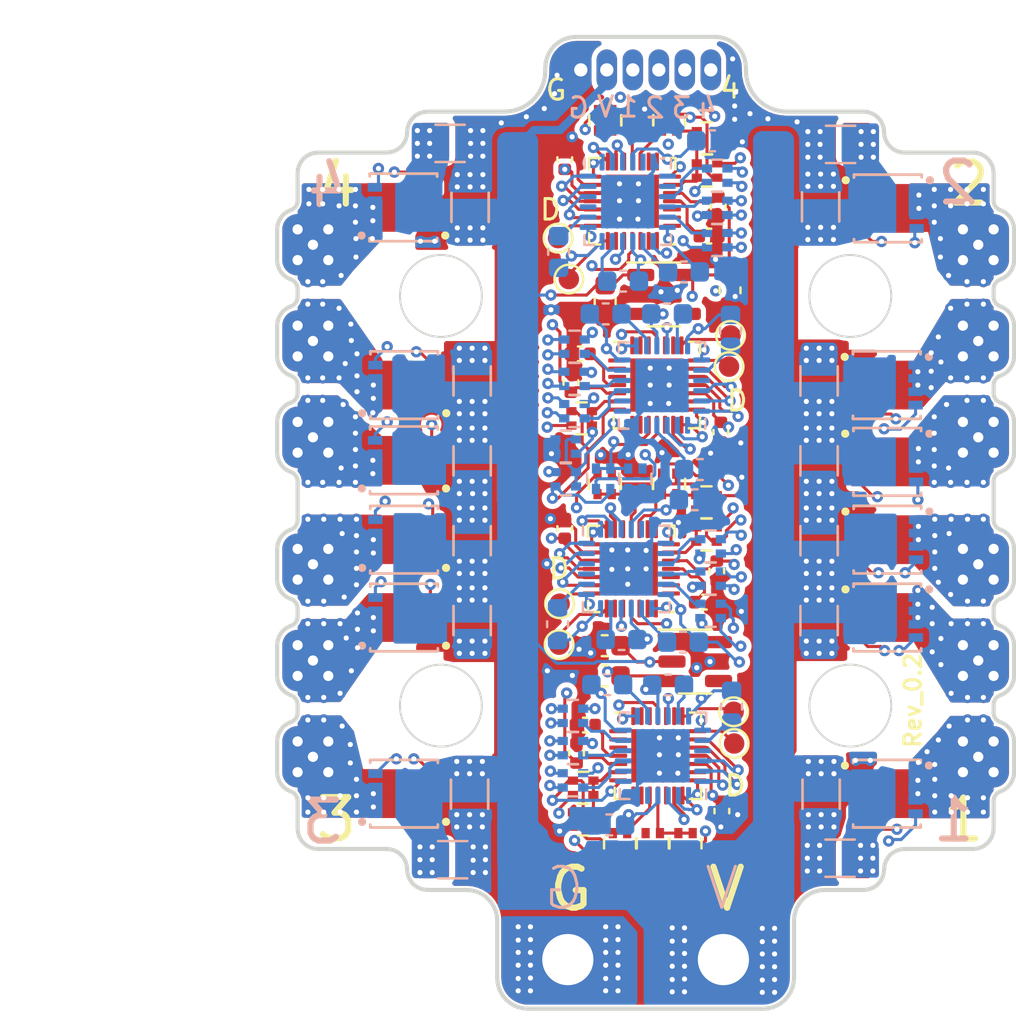
<source format=kicad_pcb>
(kicad_pcb (version 20221018) (generator pcbnew)
  (title_block (rev "${revision}"))
  (layers (0 "F.Cu" signal) (1 "In1.Cu" signal) (2 "In2.Cu" signal) (3 "In3.Cu" signal) (4 "In4.Cu" signal) (31 "B.Cu" signal) (34 "B.Paste" user) (35 "F.Paste" user) (36 "B.SilkS" user "B.Silkscreen") (37 "F.SilkS" user "F.Silkscreen") (38 "B.Mask" user) (39 "F.Mask" user) (44 "Edge.Cuts" user))
  (property "revision" "Rev_0.2")
  (net 0 "")
  (net 1 "Net-(U1-NRST)")
  (net 2 "GND")
  (net 3 "/Motor1/BEMFC_1")
  (net 4 "Net-(U2-BSTB)")
  (net 5 "/Motor1/BEMFB_1")
  (net 6 "/Motor1/BEMFA_1")
  (net 7 "Net-(U2-BSTA)")
  (net 8 "Net-(U2-BSTC)")
  (net 9 "/Motor1/BEMF_COMMON")
  (net 12 "/Motor1/SWD")
  (net 13 "/Motor1/SWC")
  (net 14 "/Motor1/V_SENSE")
  (net 15 "/Motor1/CLOW")
  (net 16 "/Motor1/BLOW")
  (net 17 "/Motor1/MotorOutA")
  (net 18 "/Motor1/ALOW")
  (net 19 "/Motor1/MotorOutB")
  (net 20 "/Motor1/MotorOutC")
  (net 21 "/Motor1/CHIGH")
  (net 22 "/Motor1/BHIGH")
  (net 23 "/Motor1/AHIGH")
  (net 36 "Net-(U3-NRST)")
  (net 37 "/Motor2/MotorOutA")
  (net 38 "Net-(U4-BSTA)")
  (net 39 "/Motor2/MotorOutB")
  (net 40 "Net-(U4-BSTB)")
  (net 41 "/Motor2/MotorOutC")
  (net 42 "Net-(U4-BSTC)")
  (net 43 "Net-(Q1-G)")
  (net 44 "Net-(Q2-G)")
  (net 45 "Net-(Q3-G)")
  (net 46 "Net-(Q4-G)")
  (net 47 "Net-(Q5-G)")
  (net 48 "Net-(Q6-G)")
  (net 49 "Net-(U5-NRST)")
  (net 50 "/Motor3/MotorOutA")
  (net 51 "Net-(U6-BSTA)")
  (net 52 "/Motor3/MotorOutB")
  (net 53 "Net-(U6-BSTB)")
  (net 54 "/Motor3/MotorOutC")
  (net 55 "Net-(U6-BSTC)")
  (net 56 "Net-(U7-NRST)")
  (net 57 "/Motor4/MotorOutA")
  (net 58 "Net-(U8-BSTA)")
  (net 59 "/Motor4/MotorOutB")
  (net 60 "Net-(U8-BSTB)")
  (net 61 "/Motor4/MotorOutC")
  (net 62 "Net-(U8-BSTC)")
  (net 63 "Net-(Q7-G)")
  (net 64 "/Motor1/GHA")
  (net 65 "/Motor1/GHB")
  (net 66 "/Motor1/GLB")
  (net 67 "/Motor1/GHC")
  (net 68 "/Motor1/GLC")
  (net 69 "Net-(Q8-G)")
  (net 70 "Net-(Q9-G)")
  (net 71 "Net-(Q10-G)")
  (net 72 "Net-(Q11-G)")
  (net 73 "Net-(Q12-G)")
  (net 74 "Net-(Q13-G)")
  (net 75 "Net-(Q14-G)")
  (net 76 "Net-(Q15-G)")
  (net 77 "Net-(Q16-G)")
  (net 78 "Net-(Q17-G)")
  (net 79 "Net-(Q18-G)")
  (net 80 "Net-(Q19-G)")
  (net 81 "Net-(Q20-G)")
  (net 82 "Net-(Q21-G)")
  (net 83 "Net-(Q22-G)")
  (net 84 "Net-(Q23-G)")
  (net 85 "Net-(Q24-G)")
  (net 86 "/Motor2/GHA")
  (net 87 "/Motor2/GLA")
  (net 88 "/Motor2/GHB")
  (net 89 "/Motor2/GLB")
  (net 90 "/Motor2/GHC")
  (net 91 "/Motor2/GLC")
  (net 92 "/Motor2/BEMFC_1")
  (net 93 "/Motor2/BEMF_COMMON")
  (net 95 "/Motor2/BEMFA_1")
  (net 96 "/Motor2/BEMFB_1")
  (net 97 "/Motor3/GHA")
  (net 98 "/Motor3/GLA")
  (net 99 "/Motor1/GLA")
  (net 100 "/Motor3/GHB")
  (net 101 "/Motor3/GLB")
  (net 102 "/Motor3/GHC")
  (net 103 "/Motor3/GLC")
  (net 104 "/Motor3/BEMFC_1")
  (net 105 "/Motor3/BEMF_COMMON")
  (net 107 "/Motor3/BEMFA_1")
  (net 108 "/Motor3/BEMFB_1")
  (net 109 "/Motor4/GHA")
  (net 110 "/Motor4/GLA")
  (net 111 "/Motor4/GHB")
  (net 112 "/Motor4/GLB")
  (net 113 "/Motor4/GHC")
  (net 114 "/Motor4/GLC")
  (net 115 "/Motor4/BEMFC_1")
  (net 116 "/Motor4/BEMF_COMMON")
  (net 118 "/Motor4/BEMFA_1")
  (net 119 "/Motor4/BEMFB_1")
  (net 120 "/Motor2/SWD")
  (net 121 "/Motor2/SWC")
  (net 122 "/Motor3/SWD")
  (net 123 "/Motor3/SWC")
  (net 124 "/Motor4/SWD")
  (net 125 "/Motor4/SWC")
  (net 131 "/Motor2/V_SENSE")
  (net 132 "/Motor2/CLOW")
  (net 133 "/Motor2/BLOW")
  (net 134 "/Motor2/ALOW")
  (net 135 "/Motor2/CHIGH")
  (net 136 "/Motor2/BHIGH")
  (net 137 "/Motor2/AHIGH")
  (net 152 "/Motor3/V_SENSE")
  (net 153 "/Motor3/CLOW")
  (net 155 "/Motor3/BLOW")
  (net 156 "/Motor3/ALOW")
  (net 157 "/Motor3/CHIGH")
  (net 158 "/VBAT")
  (net 159 "/M4")
  (net 160 "/M3")
  (net 161 "/M2")
  (net 162 "/M1")
  (net 163 "/Motor3/BHIGH")
  (net 164 "/Motor3/AHIGH")
  (net 179 "/Motor4/V_SENSE")
  (net 180 "/Motor4/CLOW")
  (net 181 "/Motor4/BLOW")
  (net 182 "/Motor4/ALOW")
  (net 183 "/Motor4/CHIGH")
  (net 184 "/Motor4/BHIGH")
  (net 185 "/Motor4/AHIGH")
  (net 195 "/3.3V")
  (net 196 "/5V")
  (footprint "OpenHW:R_Array_Slim_2x0402" (layer "F.Cu") (at 136.65 56.425 90)
    (fp_text reference "RN24" hide)
    (fp_text value "10K")
  )
  (footprint "OpenHW:MotorPad" (layer "F.Cu") (at 151.75 71.9 -90)
    (fp_text reference "J7" hide)
    (fp_text value "Conn_01x01_Pin" hide)
  )
  (footprint "OpenHW:R_Array_Slim_2x0402" (layer "F.Cu") (at 135.85 91.725 -90)
    (fp_text reference "RN8" hide)
    (fp_text value "10K")
  )
  (footprint "OpenHW:TRANS_FDMC8010DC" (layer "F.Cu") (at 147.3 73.1 -90)
    (fp_text reference "Q14" hide)
    (fp_text value "FDMC8010DC")
  )
  (footprint "OpenHW:MotorPad" (layer "F.Cu") (at 119.25 62.5 -90)
    (fp_text reference "J4" hide)
    (fp_text value "Conn_01x01_Pin" hide)
  )
  (footprint "OpenHW:C_1206_Slim" (layer "F.Cu") (at 127.025 80.85 -90)
    (fp_text reference "C63" hide)
    (fp_text value "10uF X7R")
  )
  (footprint "OpenHW:TRANS_FDMC8010DC" (layer "F.Cu") (at 123.7125 69.35 90)
    (fp_text reference "Q10" hide)
    (fp_text value "FDMC8010DC")
  )
  (footprint "OpenHW:R_Array_Slim_2x0402" (layer "F.Cu") (at 132.375 70.975 180)
    (fp_text reference "RN14" hide)
    (fp_text value "10K")
  )
  (footprint "OpenHW:TRANS_FDMC8010DC" (layer "F.Cu") (at 147.325 60.725 -90)
    (fp_text reference "Q18" hide)
    (fp_text value "FDMC8010DC")
  )
  (footprint "Capacitor_SMD:C_0603_1608Metric" (layer "F.Cu") (at 133.5 83.55 180)
    (fp_text reference "C32" hide)
    (fp_text value "10uF")
  )
  (footprint "Capacitor_SMD:C_0402_1005Metric" (layer "F.Cu") (at 131.55 58.3375 90)
    (fp_text reference "C15" hide)
    (fp_text value "100nF")
  )
  (footprint "OpenHW:TestPoint_Pad_D1.0mm" (layer "F.Cu") (at 131.225 62.175)
    (fp_text reference "TP5" hide)
    (fp_text value "TestPoint" hide)
  )
  (footprint "OpenHW:C_1206_Slim" (layer "F.Cu") (at 127.025 69.15 90)
    (fp_text reference "C57" hide)
    (fp_text value "10uF X7R")
  )
  (footprint "OpenHW:C_1206_Slim" (layer "F.Cu") (at 127.025 76.95 90)
    (fp_text reference "C64" hide)
    (fp_text value "10uF X7R")
  )
  (footprint "OpenHW:MotorPad" (layer "F.Cu") (at 151.75 67.2 -90)
    (fp_text reference "J8" hide)
    (fp_text value "Conn_01x01_Pin" hide)
  )
  (footprint "OpenHW:C_1206_Slim" (layer "F.Cu") (at 143.975 73.05 -90)
    (fp_text reference "C49" hide)
    (fp_text value "10uF X7R")
  )
  (footprint "Capacitor_SMD:C_0402_1005Metric" (layer "F.Cu") (at 139.05 60.65 -90)
    (fp_text reference "C16" hide)
    (fp_text value "100nF")
  )
  (footprint "OpenHW:R_Array_Slim_2x0402" (layer "F.Cu") (at 133.499503 74.175 90)
    (fp_text reference "RN28" hide)
    (fp_text value "10K")
  )
  (footprint "OpenHW:QFN-28-1EP_4x4mm_P0.4mm_EP2.6x2.6mm" (layer "F.Cu") (at 136.1 87.45)
    (fp_text reference "U1" hide)
    (fp_text value "GD32E230G8U6")
  )
  (footprint "Capacitor_SMD:C_0402_1005Metric" (layer "F.Cu") (at 139.175 71.65 -90)
    (fp_text reference "C5" hide)
    (fp_text value "100nF")
  )
  (footprint "Capacitor_SMD:C_0402_1005Metric" (layer "F.Cu") (at 139.225 90.15 -90)
    (fp_text reference "C1" hide)
    (fp_text value "100nF")
  )
  (footprint "Capacitor_SMD:C_0402_1005Metric" (layer "F.Cu") (at 132.125 87.325 90)
    (fp_text reference "C4" hide)
    (fp_text value "100nF")
  )
  (footprint "OpenHW:R_Array_Slim_2x0402" (layer "F.Cu") (at 132.45 90.5625 180)
    (fp_text reference "RN4" hide)
    (fp_text value "10K")
  )
  (footprint "Capacitor_SMD:C_0402_1005Metric" (layer "F.Cu") (at 131.549503 76.35 90)
    (fp_text reference "C23" hide)
    (fp_text value "100nF")
  )
  (footprint "OpenHW:C_1206_Slim" (layer "F.Cu") (at 145 92.45 180)
    (fp_text reference "C52" hide)
    (fp_text value "10uF X7R")
  )
  (footprint "OpenHW:C_1206_Slim" (layer "F.Cu") (at 127.025 73.05 -90)
    (fp_text reference "C58" hide)
    (fp_text value "10uF X7R")
  )
  (footprint "Capacitor_SMD:C_0603_1608Metric" (layer "F.Cu") (at 133.5 82.075 180)
    (fp_text reference "C30" hide)
    (fp_text value "10uF")
  )
  (footprint "OpenHW:MotorPad" (layer "F.Cu") (at 151.75 78.1 90)
    (fp_text reference "J12" hide)
    (fp_text value "Conn_01x01_Pin" hide)
  )
  (footprint "OpenHW:TestPoint_Pad_D1.0mm" (layer "F.Cu") (at 131.75 64.175)
    (fp_text reference "TP6" hide)
    (fp_text value "TestPoint" hide)
  )
  (footprint "Capacitor_SMD:C_0402_1005Metric" (layer "F.Cu") (at 138.6 62.075)
    (fp_text reference "C18" hide)
    (fp_text value "100nF")
  )
  (footprint "Capacitor_SMD:C_0603_1608Metric" (layer "F.Cu") (at 133.525 65.25 -90)
    (fp_text reference "C31" hide)
    (fp_text value "10uF")
  )
  (footprint "OpenHW:BatteryPad" (layer "F.Cu") (at 139.3 97.4)
    (fp_text reference "TP14" hide)
    (fp_text value "BatteryPad" hide)
  )
  (footprint "OpenHW:TRANS_FDMC8010DC" (layer "F.Cu") (at 147.3125 80.7 -90)
    (fp_text reference "Q22" hide)
    (fp_text value "FDMC8010DC")
  )
  (footprint "OpenHW:2mmBussBar" (layer "F.Cu") (at 129.25 75)
    (fp_text reference "TP11" hide)
    (fp_text value "BussBar" hide)
  )
  (footprint "OpenHW:MotorPad" (layer "F.Cu") (at 119.25 67.2 -90)
    (fp_text reference "J5" hide)
    (fp_text value "Conn_01x01_Pin" hide)
  )
  (footprint "OpenHW:R_Array_Slim_2x0402" (layer "F.Cu") (at 138.474503 76.65)
    (fp_text reference "RN30" hide)
    (fp_text value "10K")
  )
  (footprint "OpenHW:C_1206_Slim" (layer "F.Cu") (at 145.025 57.6 180)
    (fp_text reference "C68" hide)
    (fp_text value "10uF X7R")
  )
  (footprint "OpenHW:C_1206_Slim" (layer "F.Cu") (at 144.075 89.325 -90)
    (fp_text reference "C55" hide)
    (fp_text value "10uF X7R")
  )
  (footprint "OpenHW:TRANS_FDMC8010DC" (layer "F.Cu") (at 147.3125 76.9 -90)
    (fp_text reference "Q24" hide)
    (fp_text value "FDMC8010DC")
  )
  (footprint "OpenHW:MotorPad" (layer "F.Cu") (at 151.75 62.5 -90)
    (fp_text reference "J9" hide)
    (fp_text value "Conn_01x01_Pin" hide)
  )
  (footprint "OpenHW:C_1206_Slim" (layer "F.Cu") (at 126.075 92.525)
    (fp_text reference "C51" hide)
    (fp_text value "10uF X7R")
  )
  (footprint "OpenHW:MotorPad" (layer "F.Cu") (at 151.75 82.8 90)
    (fp_text reference "J11" hide)
    (fp_text value "Conn_01x01_Pin" hide)
  )
  (footprint "OpenHW:TestPoint_Pad_D1.0mm" (layer "F.Cu") (at 131.275 82.025)
    (fp_text reference "TP8" hide)
    (fp_text value "TestPoint" hide)
  )
  (footprint "OpenHW:C_1206_Slim" (layer "F.Cu") (at 143.975 69.15 90)
    (fp_text reference "C48" hide)
    (fp_text value "10uF X7R")
  )
  (footprint "OpenHW:TRANS_FDMC8010DC" (layer "F.Cu") (at 147.275 69.35 -90)
    (fp_text reference "Q16" hide)
    (fp_text value "FDMC8010DC")
  )
  (footprint "OpenHW:TestPoint_Pad_D1.0mm" (layer "F.Cu") (at 139.65 66.925)
    (fp_text reference "TP4" hide)
    (fp_text value "TestPoint" hide)
  )
  (footprint "OpenHW:TRANS_FDMC8010DC" (layer "F.Cu") (at 147.2875 89.3 -90)
    (fp_text reference "Q20" hide)
    (fp_text value "FDMC8010DC")
  )
  (footprint "OpenHW:C_1206_Slim" (layer "F.Cu") (at 143.975 80.85 -90)
    (fp_text reference "C50" hide)
    (fp_text value "10uF X7R")
  )
  (footprint "OpenHW:R_Array_Slim_2x0402" (layer "F.Cu") (at 136.649503 74.175 90)
    (fp_text reference "RN32" hide)
    (fp_text value "10K")
  )
  (footprint "Capacitor_SMD:C_0402_1005Metric" (layer "F.Cu") (at 138.374503 79.95)
    (fp_text reference "C25" hide)
    (fp_text value "100nF")
  )
  (footprint "OpenHW:R_Array_Slim_2x0402" (layer "F.Cu") (at 132.45 89.0125 180)
    (fp_text reference "RN6" hide)
    (fp_text value "10K")
  )
  (footprint "OpenHW:BatteryPad" (layer "F.Cu") (at 131.7 97.4)
    (fp_text reference "TP13" hide)
    (fp_text value "BatteryPad" hide)
  )
  (footprint "OpenHW:R_Array_Slim_2x0402" (layer "F.Cu") (at 137.45 91.725 -90)
    (fp_text reference "RN7" hide)
    (fp_text value "10K")
  )
  (footprint "OpenHW:C_1206_Slim" (layer "F.Cu") (at 125.95 57.55)
    (fp_text reference "C40" hide)
    (fp_text value "10uF X7R")
  )
  (footprint "OpenHW:SOT-23-5" (layer "F.Cu") (at 137.925 82.85)
    (fp_text reference "U9" hide)
    (fp_text value "ST732M50R")
  )
  (footprint "OpenHW:MotorPad" (layer "F.Cu") (at 119.25 78.1 90)
    (fp_text reference "J1" hide)
    (fp_text value "Conn_01x01_Pin" hide)
  )
  (footprint "OpenHW:TestPoint_Pad_D1.0mm" (layer "F.Cu") (at 139.825 86.85)
    (fp_text reference "TP1" hide)
    (fp_text value "TestPoint" hide)
  )
  (footprint "OpenHW:TRANS_FDMC8010DC" (layer "F.Cu") (at 123.7 80.7 90)
    (fp_text reference "Q4" hide)
    (fp_text value "FDMC8010DC")
  )
  (footprint "OpenHW:R_Array_Slim_2x0402" (layer "F.Cu") (at 135.074503 74.175 90)
    (fp_text reference "RN29" hide)
    (fp_text value "10K")
  )
  (footprint "OpenHW:C_1206_Slim" (layer "F.Cu") (at 144.05 60.65 90)
    (fp_text reference "C71" hide)
    (fp_text value "10uF X7R")
  )
  (footprint "OpenHW:2mmBussBar" (layer "F.Cu") (at 141.75 75)
    (fp_text reference "TP12" hide)
    (fp_text value "BussBar" hide)
  )
  (footprint "OpenHW:R_Array_Slim_2x0402" (layer "F.Cu") (at 134.25 91.725 -90)
    (fp_text reference "RN5" hide)
    (fp_text value "10K")
  )
  (footprint "OpenHW:QFN-28-1EP_4x4mm_P0.4mm_EP2.6x2.6mm" (layer "F.Cu") (at 136.05 69.35)
    (fp_text reference "U3" hide)
    (fp_text value "GD32E230G8U6")
  )
  (footprint "OpenHW:TestPoint_Pad_D1.0mm" (layer "F.Cu") (at 139.8 85.3)
    (fp_text reference "TP2" hide)
    (fp_text value "TestPoint" hide)
  )
  (footprint "OpenHW:MotorPad" (layer "F.Cu") (at 151.75 87.5 90)
    (fp_text reference "J10" hide)
    (fp_text value "Conn_01x01_Pin" hide)
  )
  (footprint "OpenHW:QFN-28-1EP_4x4mm_P0.4mm_EP2.6x2.6mm" (layer "F.Cu") (at 134.85 60.375 180)
    (fp_text reference "U5" hide)
    (fp_text value "GD32E230G8U6")
  )
  (footprint "OpenHW:TRANS_FDMC8010DC" (layer "F.Cu") (at 123.7 89.3 90)
    (fp_text reference "Q6" hide)
    (fp_text value "FDMC8010DC")
  )
  (footprint "OpenHW:R_Array_Slim_2x0402" (layer "F.Cu") (at 138.474503 75.075)
    (fp_text reference "RN31" hide)
    (fp_text value "10K")
  )
  (footprint "OpenHW:TRANS_FDMC8010DC" (layer "F.Cu") (at 123.7 76.9 90)
    (fp_text reference "Q1" hide)
    (fp_text value "FDMC8010DC")
  )
  (footprint "OpenHW:TestPoint_Pad_D1.0mm" (layer "F.Cu") (at 131.3 80.025)
    (fp_text reference "TP7" hide)
    (fp_text value "TestPoint" hide)
  )
  (footprint "OpenHW:R_Array_Slim_2x0402" (layer "F.Cu") (at 138.5 58.875)
    (fp_text reference "RN22" hide)
    (fp_text value "10K")
  )
  (footprint "Capacitor_SMD:C_0402_1005Metric" (layer "F.Cu") (at 132.3 67.825 180)
    (fp_text reference "C8" hide)
    (fp_text value "100nF")
  )
  (footprint "OpenHW:R_Array_Slim_2x0402" (layer "F.Cu") (at 135.1 56.425 90)
    (fp_text reference "RN21" hide)
    (fp_text value "10K")
  )
  (footprint "Capacitor_SMD:C_0402_1005Metric" (layer "F.Cu") (at 132.55 85.95 180)
    (fp_text reference "C13" hide)
    (fp_text value "100nF")
  )
  (footprint "OpenHW:C_1206_Slim" (layer "F.Cu") (at 126.925 60.675 90)
    (fp_text reference "C38" hide)
    (fp_text value "10uF X7R")
  )
  (footprint "Capacitor_SMD:C_0603_1608Metric" (layer "F.Cu") (at 139.625 64.725 -90)
    (fp_text reference "C29" hide)
    (fp_text value "10uF")
  )
  (footprint "OpenHW:TRANS_FDMC8010DC" (layer "F.Cu") (at 123.6625 60.675 90)
    (fp_text reference "Q8" hide)
    (fp_text value "FDMC8010DC")
  )
  (footprint "OpenHW:C_1206_Slim" (layer "F.Cu") (at 126.9 89.325 -90)
    (fp_text reference "C53" hide)
    (fp_text value "10uF X7R")
  )
  (footprint "OpenHW:MotorPad" (layer "F.Cu") (at 119.25 82.8 90)
    (fp_text reference "J2" hide)
    (fp_text value "Conn_01x01_Pin" hide)
  )
  (footprint "Capacitor_SMD:C_0402_1005Metric" (layer "F.Cu") (at 131.85 69.225 90)
    (fp_text reference "C6" hide)
    (fp_text value "100nF")
  )
  (footprint "OpenHW:TRANS_FDMC8010DC" (layer "F.Cu") (at 123.7 73.025 90)
    (fp_text reference "Q12" hide)
    (fp_text value "FDMC8010DC")
  )
  (footprint "OpenHW:PadsHole_1x06_P1.27mm" (layer "F.Cu") (at 138.685 53.9625 -90)
    (fp_text reference "J13" hide)
    (fp_text value "Conn_01x06" hide)
  )
  (footprint "OpenHW:R_Array_Slim_2x0402" (layer "F.Cu") (at 133.525 56.425 90)
    (fp_text reference "RN20" hide)
    (fp_text value "10K")
  )
  (footprint "OpenHW:TestPoint_Pad_D1.0mm" (layer "F.Cu") (at 139.575 68.45)
    (fp_text reference "TP3" hide)
    (fp_text value "TestPoint" hide)
  )
  (footprint "OpenHW:MotorPad" (layer "F.Cu") (at 119.25 71.9 -90)
    (fp_text reference "J6" hide)
    (fp_text value "Conn_01x01_Pin" hide)
  )
  (footprint "OpenHW:R_Array_Slim_2x0402" (layer "F.Cu") (at 138.5 57.3)
    (fp_text reference "RN23" hide)
    (fp_text value "10K")
  )
  (footprint "OpenHW:SOT-23-5" (layer "F.Cu") (at 136.4 64.925)
    (fp_text reference "U11" hide)
    (fp_text value "WL2851E33")
  )
  (footprint "Capacitor_SMD:C_0402_1005Metric" (layer "F.Cu") (at 138.974503 78.425 -90)
    (fp_text reference "C22" hide)
    (fp_text value "100nF")
  )
  (footprint "OpenHW:QFN-28-1EP_4x4mm_P0.4mm_EP2.6x2.6mm" (layer "F.Cu") (at 134.8 78.325 180)
    (fp_text reference "U7" hide)
    (fp_text value "GD32E230G8U6")
  )
  (footprint "OpenHW:MotorPad" (layer "F.Cu") (at 119.25 87.5 90)
    (fp_text reference "J3" hide)
    (fp_text value "Conn_01x01_Pin" hide)
  )
  (footprint "OpenHW:C_1206_Slim" (layer "F.Cu") (at 143.975 76.95 90)
    (fp_text reference "C43" hide)
    (fp_text value "10uF X7R")
  )
  (footprint "Capacitor_SMD:C_0603_1608Metric" (layer "B.Cu") (at 136.55 65.875)
    (fp_text reference "C12" hide)
    (fp_text value "1uF")
  )
  (footprint "OpenHW:C_1206_Slim" (layer "B.Cu") (at 143.975 76.95 90)
    (fp_text reference "C45" hide)
    (fp_text value "10uF X7R")
  )
  (footprint "OpenHW:R_Array_Slim_2x0402" (layer "B.Cu") (at 132.025 70.625)
    (fp_text reference "RN11" hide)
    (fp_text value "22R")
  )
  (footprint "Capacitor_SMD:C_0603_1608Metric" (layer "B.Cu") (at 133.725 90.825 180)
    (fp_text reference "C11" hide)
    (fp_text value "10uF")
  )
  (footprint "OpenHW:TRANS_FDMC8010DC" (layer "B.Cu") (at 147.2875 69.35 -90)
    (fp_text reference "Q15" hide)
    (fp_text value "FDMC8010DC")
  )
  (footprint "Capacitor_SMD:C_0603_1608Metric" (layer "B.Cu") (at 131.199503 81.025 90)
    (fp_text reference "C26" hide)
    (fp_text value "1uF")
  )
  (footprint "Capacitor_SMD:C_0603_1608Metric" (layer "B.Cu") (at 137.375 63.825 180)
    (fp_text reference "C21" hide)
    (fp_text value "1uF")
  )
  (footprint "OpenHW:QFN-24-1EP_4x4mm_P0.5mm_EP2.6x2.6mm" (layer "B.Cu") (at 136.35 87.45 90)
    (fp_text reference "U2" hide)
    (fp_text value "DRV8300D")
  )
  (footprint "OpenHW:QFN-24-1EP_4x4mm_P0.5mm_EP2.6x2.6mm" (layer "B.Cu") (at 134.55 78.325 -90)
    (fp_text reference "U8" hide)
    (fp_text value "DRV8300D")
  )
  (footprint "OpenHW:R_Array_Slim_2x0402" (layer "B.Cu") (at 131.95 88.65)
    (fp_text reference "RN3" hide)
    (fp_text value "22R")
  )
  (footprint "Capacitor_SMD:C_0603_1608Metric" (layer "B.Cu") (at 137.324503 81.9 180)
    (fp_text reference "C28" hide)
    (fp_text value "1uF")
  )
  (footprint "OpenHW:TRANS_FDMC8010DC" (layer "B.Cu") (at 147.3 80.7 -90)
    (fp_text reference "Q21" hide)
    (fp_text value "FDMC8010DC")
  )
  (footprint "OpenHW:TRANS_FDMC8010DC" (layer "B.Cu") (at 147.3125 76.9 -90)
    (fp_text reference "Q23" hide)
    (fp_text value "FDMC8010DC")
  )
  (footprint "OpenHW:C_1206_Slim" (layer "B.Cu") (at 125.95 57.55)
    (fp_text reference "C37" hide)
    (fp_text value "10uF X7R")
  )
  (footprint "OpenHW:C_1206_Slim" (layer "B.Cu") (at 126.075 92.525)
    (fp_text reference "C67" hide)
    (fp_text value "10uF X7R")
  )
  (footprint "OpenHW:TRANS_FDMC8010DC" (layer "B.Cu") (at 147.3125 73.1 -90)
    (fp_text reference "Q13" hide)
    (fp_text value "FDMC8010DC")
  )
  (footprint "OpenHW:TRANS_FDMC8010DC" (layer "B.Cu") (at 123.7 80.7 90)
    (fp_text reference "Q3" hide)
    (fp_text value "FDMC8010DC")
  )
  (footprint "Capacitor_SMD:C_0603_1608Metric" (layer "B.Cu") (at 137.9 74.95)
    (fp_text reference "C24" hide)
    (fp_text value "10uF")
  )
  (footprint "OpenHW:C_1206_Slim" (layer "B.Cu") (at 126.9 89.325 -90)
    (fp_text reference "C65" hide)
    (fp_text value "10uF X7R")
  )
  (footprint "OpenHW:C_1206_Slim" (layer "B.Cu") (at 127.025 73.05 -90)
    (fp_text reference "C61" hide)
    (fp_text value "10uF X7R")
  )
  (footprint "OpenHW:C_1206_Slim" (layer "B.Cu") (at 144.05 60.65 90)
    (fp_text reference "C69" hide)
    (fp_text value "10uF X7R")
  )
  (footprint "OpenHW:TRANS_FDMC8010DC" (layer "B.Cu") (at 123.6875 73.025 90)
    (fp_text reference "Q11" hide)
    (fp_text value "FDMC8010DC")
  )
  (footprint "OpenHW:C_1206_Slim" (layer "B.Cu") (at 127.025 80.85 -90)
    (fp_text reference "C60" hide)
    (fp_text value "10uF X7R")
  )
  (footprint "OpenHW:C_1206_Slim" (layer "B.Cu") (at 144.075 89.325 -90)
    (fp_text reference "C54" hide)
    (fp_text value "10uF X7R")
  )
  (footprint "OpenHW:TRANS_FDMC8010DC" (layer "B.Cu") (at 123.7 69.35 90)
    (fp_text reference "Q9" hide)
    (fp_text value "FDMC8010DC")
  )
  (footprint "OpenHW:R_Array_Slim_2x0402" (layer "B.Cu") (at 131.6 73.95 180)
    (fp_text reference "RN16" hide)
    (fp_text value "10K")
  )
  (footprint "Capacitor_SMD:C_0603_1608Metric" (layer "B.Cu") (at 139.7 85.05 -90)
    (fp_text reference "C3" hide)
    (fp_text value "1uF")
  )
  (footprint "Capacitor_SMD:C_0603_1608Metric" (layer "B.Cu") (at 134.4 64.275 180)
    (fp_text reference "C20" hide)
    (fp_text value "1uF")
  )
  (footprint "OpenHW:R_Array_Slim_2x0402" (layer "B.Cu") (at 138.674503 80.375 180)
    (fp_text reference "RN25" hide)
    (fp_text value "22R")
  )
  (footprint "OpenHW:R_Array_Slim_2x0402" (layer "B.Cu") (at 131.6 72.35 180)
    (fp_text reference "RN15" hide)
    (fp_text value "10K")
  )
  (footprint "OpenHW:2mmBussBar" (layer "B.Cu") (at 129.25 75.025 180)
    (fp_text reference "TP10" hide)
    (fp_text value "BussBar" hide)
  )
  (footprint "OpenHW:R_Array_Slim_2x0402" (layer "B.Cu") (at 132.025 69.05)
    (fp_text reference "RN10" hide)
    (fp_text value "22R")
  )
  (footprint "OpenHW:R_Array_Slim_2x0402" (layer "B.Cu") (at 135 73.925 -90)
    (fp_text reference "RN13" hide)
    (fp_text value "10K")
  )
  (footprint "Capacitor_SMD:C_0603_1608Metric" (layer "B.Cu") (at 136.6 84)
    (fp_text reference "C2" hide)
    (fp_text value "1uF")
  )
  (footprint "OpenHW:C_1206_Slim" (layer "B.Cu") (at 127.025 69.15 90)
    (fp_text reference "C62" hide)
    (fp_text value "10uF X7R")
  )
  (footprint "OpenHW:R_Array_Slim_2x0402" (layer "B.Cu") (at 133.425 73.925 -90)
    (fp_text reference "RN12" hide)
    (fp_text value "10K")
  )
  (footprint "Capacitor_SMD:C_0603_1608Metric" (layer "B.Cu") (at 133.625 83.975)
    (fp_text reference "C10" hide)
    (fp_text value "1uF")
  )
  (footprint "OpenHW:TRANS_FDMC8010DC" (layer "B.Cu") (at 123.7 76.9 90)
    (fp_text reference "Q2" hide)
    (fp_text value "FDMC8010DC")
  )
  (footprint "OpenHW:R_Array_Slim_2x0402" (layer "B.Cu") (at 132.025 67.475)
    (fp_text reference "RN9" hide)
    (fp_text value "22R")
  )
  (footprint "OpenHW:TRANS_FDMC8010DC" (layer "B.Cu") (at 123.7 89.3 90)
    (fp_text reference "Q5" hide)
    (fp_text value "FDMC8010DC")
  )
  (footprint "Capacitor_SMD:C_0603_1608Metric" (layer "B.Cu") (at 131.25 62.85 90)
    (fp_text reference "C19" hide)
    (fp_text value "1uF")
  )
  (footprint "Capacitor_SMD:C_0603_1608Metric" (layer "B.Cu") (at 139.65 66.7 -90)
    (fp_text reference "C9" hide)
    (fp_text value "1uF")
  )
  (footprint "Capacitor_SMD:C_0603_1608Metric" (layer "B.Cu") (at 134.324503 81.775 180)
    (fp_text reference "C27" hide)
    (fp_text value "1uF")
  )
  (footprint "OpenHW:C_1206_Slim" (layer "B.Cu") (at 126.925 60.675 90)
    (fp_text reference "C39" hide)
    (fp_text value "10uF X7R")
  )
  (footprint "Capacitor_SMD:C_0603_1608Metric" (layer "B.Cu") (at 133.55 65.875)
    (fp_text reference "C14" hide)
    (fp_text value "1uF")
  )
  (footprint "Capacitor_SMD:C_0603_1608Metric" (layer "B.Cu") (at 138.15 73.475)
    (fp_text reference "C7" hide)
    (fp_text value "10uF")
  )
  (footprint "OpenHW:R_Array_Slim_2x0402" (layer "B.Cu") (at 139 60.7 180)
    (fp_text reference "RN18" hide)
    (fp_text value "22R")
  )
  (footprint "OpenHW:C_1206_Slim" (layer "B.Cu") (at 127.025 76.95 90)
    (fp_text reference "C59" hide)
    (fp_text value "10uF X7R")
  )
  (footprint "OpenHW:R_Array_Slim_2x0402" (layer "B.Cu") (at 131.95 87.075)
    (fp_text reference "RN2" hide)
    (fp_text value "22R")
  )
  (footprint "OpenHW:R_Array_Slim_2x0402" (layer "B.Cu") (at 138.674503 77.225 180)
    (fp_text reference "RN27" hide)
    (fp_text value "22R")
  )
  (footprint "OpenHW:2mmBussBar" (layer "B.Cu") (at 141.75 74.975 180)
    (fp_text reference "TP9" hide)
    (fp_text value "BussBar" hide)
  )
  (footprint "OpenHW:R_Array_Slim_2x0402" (layer "B.Cu") (at 138.674503 78.8 180)
    (fp_text reference "RN26" hide)
    (fp_text value "22R")
  )
  (footprint "OpenHW:C_1206_Slim" (layer "B.Cu") (at 145.025 57.6 180)
    (fp_text reference "C70" hide)
    (fp_text value "10uF X7R")
  )
  (footprint "OpenHW:R_Array_Slim_2x0402" (layer "B.Cu") (at 139 62.275 180)
    (fp_text reference "RN17" hide)
    (fp_text value "22R")
  )
  (footprint "OpenHW:QFN-24-1EP_4x4mm_P0.5mm_EP2.6x2.6mm" (layer "B.Cu") (at 134.625 60.4 -90)
    (fp_text reference "U6" hide)
    (fp_text value "DRV8300D")
  )
  (footprint "OpenHW:TRANS_FDMC8010DC" (layer "B.Cu") (at 147.2875 89.3 -90)
    (fp_text reference "Q19" hide)
    (fp_text value "FDMC8010DC")
  )
  (footprint "OpenHW:R_Array_Slim_2x0402" (layer "B.Cu") (at 131.95 85.5)
    (fp_text reference "RN1" hide)
    (fp_text value "22R")
  )
  (footprint "OpenHW:R_Array_Slim_2x0402" (layer "B.Cu") (at 139 59.125 180)
    (fp_text reference "RN19" hide)
    (fp_text value "22R")
  )
  (footprint "OpenHW:TRANS_FDMC8010DC" (layer "B.Cu") (at 147.3375 60.725 -90)
    (fp_text reference "Q17" hide)
    (fp_text value "FDMC8010DC")
  )
  (footprint "OpenHW:C_1206_Slim" (layer "B.Cu") (at 143.975 69.15 90)
    (fp_text reference "C47" hide)
    (fp_text value "10uF X7R")
  )
  (footprint "OpenHW:C_1206_Slim" (layer "B.Cu") (at 145 92.45 180)
    (fp_text reference "C66" hide)
    (fp_text value "10uF X7R")
  )
  (footprint "OpenHW:QFN-24-1EP_4x4mm_P0.5mm_EP2.6x2.6mm" (layer "B.Cu") (at 136.3 69.375 90)
    (fp_text reference "U4" hide)
    (fp_text value "DRV8300D")
  )
  (footprint "OpenHW:C_1206_Slim" (layer "B.Cu") (at 143.975 73.05 -90)
    (fp_text reference "C46" hide)
    (fp_text value "10uF X7R")
  )
  (footprint "Capacitor_SMD:C_0603_1608Metric" (layer "B.Cu") (at 138.75 57.425)
    (fp_text reference "C17" hide)
    (fp_text value "10uF")
  )
  (footprint "OpenHW:C_1206_Slim" (layer "B.Cu") (at 143.975 80.85 -90)
    (fp_text reference "C44" hide)
    (fp_text value "10uF X7R")
  )
  (footprint "OpenHW:TRANS_FDMC8010DC" (layer "B.Cu") (at 123.675 60.675 90)
    (fp_text reference "Q7" hide)
    (fp_text value "FDMC8010DC")
  )
  (gr_line locked (start 142.4 56) (end 142.11537 55.979643) (stroke (width 0.2)) (layer "Edge.Cuts"))
  (gr_line locked (start 117.94443 84.38147) (end 118.117317 84.47388) (stroke (width 0.2)) (layer "Edge.Cuts"))
  (gr_line locked (start 117.792893 61.042893) (end 117.66853 61.19443) (stroke (width 0.2)) (layer "Edge.Cuts"))
  (gr_line locked (start 128.536475 99.181678) (end 128.68934 99.36066) (stroke (width 0.2)) (layer "Edge.Cuts"))
  (gr_line locked (start 123.68147 92.44443) (end 123.77388 92.617317) (stroke (width 0.2)) (layer "Edge.Cuts"))
  (gr_arc locked (start 152.5 89.660791) (mid 152.598388 89.362926) (end 152.854859 89.18232) (stroke (width 0.2)) (layer "Edge.Cuts"))
  (gr_line locked (start 117.792893 68.657107) (end 117.94443 68.78147) (stroke (width 0.2)) (layer "Edge.Cuts"))
  (gr_line locked (start 151.5 92) (end 151.69509 91.980785) (stroke (width 0.2)) (layer "Edge.Cuts"))
  (gr_line locked (start 123.40557 57.83147) (end 123.232683 57.92388) (stroke (width 0.2)) (layer "Edge.Cuts"))
  (gr_line locked (start 153.480785 63.44509) (end 153.5 63.25) (stroke (width 0.2)) (layer "Edge.Cuts"))
  (gr_line locked (start 153.42388 61.367317) (end 153.33147 61.19443) (stroke (width 0.2)) (layer "Edge.Cuts"))
  (gr_line locked (start 153.207107 88.957107) (end 153.33147 88.80557) (stroke (width 0.2)) (layer "Edge.Cuts"))
  (gr_line locked (start 118.94443 91.83147) (end 119.117317 91.92388) (stroke (width 0.2)) (layer "Edge.Cuts"))
  (gr_line locked (start 141.090279 55.511499) (end 140.888501 55.309721) (stroke (width 0.2)) (layer "Edge.Cuts"))
  (gr_line locked (start 117.5 66.45) (end 117.5 67.95) (stroke (width 0.2)) (layer "Edge.Cuts"))
  (gr_line locked (start 118.57612 58.617317) (end 118.519215 58.80491) (stroke (width 0.2)) (layer "Edge.Cuts"))
  (gr_line locked (start 117.57612 61.367317) (end 117.519215 61.55491) (stroke (width 0.2)) (layer "Edge.Cuts"))
  (gr_line locked (start 152.854859 64.18232) (end 152.882683 64.17388) (stroke (width 0.2)) (layer "Edge.Cuts"))
  (gr_line locked (start 153.5 63.25) (end 153.5 61.75) (stroke (width 0.2)) (layer "Edge.Cuts"))
  (gr_line locked (start 126.75 94) (end 126.984652 94.018467) (stroke (width 0.2)) (layer "Edge.Cuts"))
  (gr_arc locked (start 118.145141 64.18232) (mid 118.401616 64.362934) (end 118.5 64.660791) (stroke (width 0.2)) (layer "Edge.Cuts"))
  (gr_line locked (start 129.163465 55.918986) (end 128.88463 55.979643) (stroke (width 0.2)) (layer "Edge.Cuts"))
  (gr_line locked (start 123.830785 57.19509) (end 123.77388 57.382683) (stroke (width 0.2)) (layer "Edge.Cuts"))
  (gr_line locked (start 147.767317 57.92388) (end 147.59443 57.83147) (stroke (width 0.2)) (layer "Edge.Cuts"))
  (gr_line locked (start 153.480785 77.15491) (end 153.42388 76.967317) (stroke (width 0.2)) (layer "Edge.Cuts"))
  (gr_line locked (start 117.57612 79.232683) (end 117.66853 79.40557) (stroke (width 0.2)) (layer "Edge.Cuts"))
  (gr_line locked (start 144.015348 94.018467) (end 144.25 94) (stroke (width 0.2)) (layer "Edge.Cuts"))
  (gr_line locked (start 153.5 82.05) (end 153.480785 81.85491) (stroke (width 0.2)) (layer "Edge.Cuts"))
  (gr_line locked (start 131.865348 52.368467) (end 131.636475 52.423415) (stroke (width 0.2)) (layer "Edge.Cuts"))
  (gr_line locked (start 128.176585 95.036475) (end 128.231533 95.265348) (stroke (width 0.2)) (layer "Edge.Cuts"))
  (gr_line locked (start 117.519215 88.44509) (end 117.57612 88.632683) (stroke (width 0.2)) (layer "Edge.Cuts"))
  (gr_line locked (start 123.830785 92.80491) (end 123.869215 93.19509) (stroke (width 0.2)) (layer "Edge.Cuts"))
  (gr_line locked (start 128.08651 94.819014) (end 128.176585 95.036475) (stroke (width 0.2)) (layer "Edge.Cuts"))
  (gr_line locked (start 130.111499 55.309721) (end 129.909721 55.511499) (stroke (width 0.2)) (layer "Edge.Cuts"))
  (gr_line locked (start 152.5 60.339209) (end 152.5 59) (stroke (width 0.2)) (layer "Edge.Cuts"))
  (gr_line locked (start 117.94443 70.31853) (end 117.792893 70.442893) (stroke (width 0.2)) (layer "Edge.Cuts"))
  (gr_line locked (start 117.94443 60.91853) (end 117.792893 61.042893) (stroke (width 0.2)) (layer "Edge.Cuts"))
  (gr_line locked (start 130.886475 52.968322) (end 130.76349 53.169014) (stroke (width 0.2)) (layer "Edge.Cuts"))
  (gr_line locked (start 152.05557 58.16853) (end 151.882683 58.07612) (stroke (width 0.2)) (layer "Edge.Cuts"))
  (gr_line locked (start 117.57612 66.067317) (end 117.519215 66.25491) (stroke (width 0.2)) (layer "Edge.Cuts"))
  (gr_line locked (start 142.11537 55.979643) (end 141.836535 55.918986) (stroke (width 0.2)) (layer "Edge.Cuts"))
  (gr_line locked (start 153.05557 60.91853) (end 152.882683 60.82612) (stroke (width 0.2)) (layer "Edge.Cuts"))
  (gr_line locked (start 123.557107 92.292893) (end 123.68147 92.44443) (stroke (width 0.2)) (layer "Edge.Cuts"))
  (gr_line locked (start 118.117317 60.82612) (end 117.94443 60.91853) (stroke (width 0.2)) (layer "Edge.Cuts"))
  (gr_line locked (start 147.07388 93.382683) (end 147.130785 93.19509) (stroke (width 0.2)) (layer "Edge.Cuts"))
  (gr_line locked (start 147.22612 92.617317) (end 147.31853 92.44443) (stroke (width 0.2)) (layer "Edge.Cuts"))
  (gr_arc locked (start 118.145146 73.582322) (mid 118.401617 73.762937) (end 118.5 74.060791) (stroke (width 0.2)) (layer "Edge.Cuts"))
  (gr_line locked (start 153.480785 81.85491) (end 153.42388 81.667317) (stroke (width 0.2)) (layer "Edge.Cuts"))
  (gr_line locked (start 117.94443 81.21853) (end 117.792893 81.342893) (stroke (width 0.2)) (layer "Edge.Cuts"))
  (gr_line locked (start 146.857107 93.707107) (end 146.98147 93.55557) (stroke (width 0.2)) (layer "Edge.Cuts"))
  (gr_line locked (start 153.207107 61.042893) (end 153.05557 60.91853) (stroke (width 0.2)) (layer "Edge.Cuts"))
  (gr_line locked (start 152.480785 58.80491) (end 152.42388 58.617317) (stroke (width 0.2)) (layer "Edge.Cuts"))
  (gr_line locked (start 147.442893 57.707107) (end 147.31853 57.55557) (stroke (width 0.2)) (layer "Edge.Cuts"))
  (gr_line locked (start 147.767317 92.07612) (end 147.95491 92.019215) (stroke (width 0.2)) (layer "Edge.Cuts"))
  (gr_line locked (start 128.868322 99.513525) (end 129.069014 99.63651) (stroke (width 0.2)) (layer "Edge.Cuts"))
  (gr_line locked (start 118.792893 58.292893) (end 118.66853 58.44443) (stroke (width 0.2)) (layer "Edge.Cuts"))
  (gr_line locked (start 153.33147 79.40557) (end 153.42388 79.232683) (stroke (width 0.2)) (layer "Edge.Cuts"))
  (gr_line locked (start 117.57612 81.667317) (end 117.519215 81.85491) (stroke (width 0.2)) (layer "Edge.Cuts"))
  (gr_line locked (start 153.480785 70.95491) (end 153.42388 70.767317) (stroke (width 0.2)) (layer "Edge.Cuts"))
  (gr_arc locked (start 118.145141 89.18232) (mid 118.401616 89.362934) (end 118.5 89.660791) (stroke (width 0.2)) (layer "Edge.Cuts"))
  (gr_arc locked (start 152.854859 70.21768) (mid 152.598401 70.037055) (end 152.5 69.739209) (stroke (width 0.2)) (layer "Edge.Cuts"))
  (gr_line locked (start 117.66853 68.50557) (end 117.792893 68.657107) (stroke (width 0.2)) (layer "Edge.Cuts"))
  (gr_line locked (start 147.59443 57.83147) (end 147.442893 57.707107) (stroke (width 0.2)) (layer "Edge.Cuts"))
  (gr_line locked (start 146.70557 56.16853) (end 146.532683 56.07612) (stroke (width 0.2)) (layer "Edge.Cuts"))
  (gr_line locked (start 152.854865 73.582318) (end 152.882683 73.57388) (stroke (width 0.2)) (layer "Edge.Cuts"))
  (gr_line locked (start 153.33147 84.10557) (end 153.42388 83.932683) (stroke (width 0.2)) (layer "Edge.Cuts"))
  (gr_line locked (start 143.569014 94.16349) (end 143.786475 94.073415) (stroke (width 0.2)) (layer "Edge.Cuts"))
  (gr_line locked (start 117.66853 86.19443) (end 117.57612 86.367317) (stroke (width 0.2)) (layer "Edge.Cuts"))
  (gr_line locked (start 140.23651 53.169014) (end 140.113525 52.968322) (stroke (width 0.2)) (layer "Edge.Cuts"))
  (gr_line locked (start 141.56917 55.819264) (end 141.318718 55.682507) (stroke (width 0.2)) (layer "Edge.Cuts"))
  (gr_line locked (start 152.42388 58.617317) (end 152.33147 58.44443) (stroke (width 0.2)) (layer "Edge.Cuts"))
  (gr_line locked (start 128.25 98.3) (end 128.268467 98.534652) (stroke (width 0.2)) (layer "Edge.Cuts"))
  (gr_line locked (start 144.25 94) (end 146.15 94) (stroke (width 0.2)) (layer "Edge.Cuts"))
  (gr_arc locked (start 118.5 69.739209) (mid 118.401588 70.037036) (end 118.145141 70.21768) (stroke (width 0.2)) (layer "Edge.Cuts"))
  (gr_arc locked (start 118.5 80.639209) (mid 118.401588 80.937037) (end 118.14514 81.11768) (stroke (width 0.2)) (layer "Edge.Cuts"))
  (gr_arc locked (start 152.5 80.260791) (mid 152.598388 79.962926) (end 152.854859 79.78232) (stroke (width 0.2)) (layer "Edge.Cuts"))
  (gr_line locked (start 117.792893 81.342893) (end 117.66853 81.49443) (stroke (width 0.2)) (layer "Edge.Cuts"))
  (gr_line locked (start 117.66853 88.80557) (end 117.792893 88.957107) (stroke (width 0.2)) (layer "Edge.Cuts"))
  (gr_line locked (start 152.882683 64.17388) (end 153.05557 64.08147) (stroke (width 0.2)) (layer "Edge.Cuts"))
  (gr_line locked (start 140.113525 52.968322) (end 139.96066 52.78934) (stroke (width 0.2)) (layer "Edge.Cuts"))
  (gr_line locked (start 151.882683 91.92388) (end 152.05557 91.83147) (stroke (width 0.2)) (layer "Edge.Cuts"))
  (gr_line locked (start 123.68147 57.55557) (end 123.557107 57.707107) (stroke (width 0.2)) (layer "Edge.Cuts"))
  (gr_line locked (start 153.5 83.55) (end 153.5 82.05) (stroke (width 0.2)) (layer "Edge.Cuts"))
  (gr_line locked (start 152.854939 84.482296) (end 152.882683 84.47388) (stroke (width 0.2)) (layer "Edge.Cuts"))
  (gr_line locked (start 117.5 78.85) (end 117.519215 79.04509) (stroke (width 0.2)) (layer "Edge.Cuts"))
  (gr_line locked (start 117.66853 76.79443) (end 117.57612 76.967317) (stroke (width 0.2)) (layer "Edge.Cuts"))
  (gr_line locked (start 118.5 74.060791) (end 118.5 75.939209) (stroke (width 0.2)) (layer "Edge.Cuts"))
  (gr_line locked (start 129.909721 55.511499) (end 129.681282 55.682507) (stroke (width 0.2)) (layer "Edge.Cuts"))
  (gr_line locked (start 153.207107 86.042893) (end 153.05557 85.91853) (stroke (width 0.2)) (layer "Edge.Cuts"))
  (gr_line locked (start 152.207107 91.707107) (end 152.33147 91.55557) (stroke (width 0.2)) (layer "Edge.Cuts"))
  (gr_line locked (start 152.5 75.939209) (end 152.5 74.060791) (stroke (width 0.2)) (layer "Edge.Cuts"))
  (gr_line locked (start 118.117317 76.42612) (end 117.94443 76.51853) (stroke (width 0.2)) (layer "Edge.Cuts"))
  (gr_line locked (start 152.42388 91.382683) (end 152.480785 91.19509) (stroke (width 0.2)) (layer "Edge.Cuts"))
  (gr_arc locked (start 118.5 85.339209) (mid 118.401588 85.637036) (end 118.145141 85.81768) (stroke (width 0.2)) (layer "Edge.Cuts"))
  (gr_line locked (start 130.76349 53.169014) (end 130.673415 53.386475) (stroke (width 0.2)) (layer "Edge.Cuts"))
  (gr_line locked (start 129.286475 99.726585) (end 129.515348 99.781533) (stroke (width 0.2)) (layer "Edge.Cuts"))
  (gr_line locked (start 153.5 67.95) (end 153.5 66.45) (stroke (width 0.2)) (layer "Edge.Cuts"))
  (gr_line locked (start 140.717493 55.081282) (end 140.580736 54.83083) (stroke (width 0.2)) (layer "Edge.Cuts"))
  (gr_line locked (start 117.66853 63.80557) (end 117.792893 63.957107) (stroke (width 0.2)) (layer "Edge.Cuts"))
  (gr_line locked (start 124.01853 93.55557) (end 124.142893 93.707107) (stroke (width 0.2)) (layer "Edge.Cuts"))
  (gr_line locked (start 131.636475 52.423415) (end 131.419014 52.51349) (stroke (width 0.2)) (layer "Edge.Cuts"))
  (gr_line locked (start 117.5 82.05) (end 117.5 83.55) (stroke (width 0.2)) (layer "Edge.Cuts"))
  (gr_line locked (start 130.419264 54.83083) (end 130.282507 55.081282) (stroke (width 0.2)) (layer "Edge.Cuts"))
  (gr_line locked (start 143.036475 94.618322) (end 143.18934 94.43934) (stroke (width 0.2)) (layer "Edge.Cuts"))
  (gr_line locked (start 153.33147 65.89443) (end 153.207107 65.742893) (stroke (width 0.2)) (layer "Edge.Cuts"))
  (gr_line locked (start 152.33147 58.44443) (end 152.207107 58.292893) (stroke (width 0.2)) (layer "Edge.Cuts"))
  (gr_line locked (start 118.5 69.360791) (end 118.5 69.739209) (stroke (width 0.2)) (layer "Edge.Cuts"))
  (gr_line locked (start 118.5 59) (end 118.5 60.339209) (stroke (width 0.2)) (layer "Edge.Cuts"))
  (gr_line locked (start 118.117317 81.12612) (end 117.94443 81.21853) (stroke (width 0.2)) (layer "Edge.Cuts"))
  (gr_line locked (start 117.66853 73.20557) (end 117.792893 73.357107) (stroke (width 0.2)) (layer "Edge.Cuts"))
  (gr_line locked (start 147.95491 92.019215) (end 148.15 92) (stroke (width 0.2)) (layer "Edge.Cuts"))
  (gr_line locked (start 151.882683 58.07612) (end 151.69509 58.019215) (stroke (width 0.2)) (layer "Edge.Cuts"))
  (gr_line locked (start 117.792893 76.642893) (end 117.66853 76.79443) (stroke (width 0.2)) (layer "Edge.Cuts"))
  (gr_line locked (start 146.34509 93.980785) (end 146.532683 93.92388) (stroke (width 0.2)) (layer "Edge.Cuts"))
  (gr_line locked (start 153.480785 61.55491) (end 153.42388 61.367317) (stroke (width 0.2)) (layer "Edge.Cuts"))
  (gr_line locked (start 117.57612 76.967317) (end 117.519215 77.15491) (stroke (width 0.2)) (layer "Edge.Cuts"))
  (gr_line locked (start 146.98147 93.55557) (end 147.07388 93.382683) (stroke (width 0.2)) (layer "Edge.Cuts"))
  (gr_line locked (start 123.92612 56.617317) (end 123.869215 56.80491) (stroke (width 0.2)) (layer "Edge.Cuts"))
  (gr_arc locked (start 152.5 84.960874) (mid 152.598418 84.662953) (end 152.854939 84.482296) (stroke (width 0.2)) (layer "Edge.Cuts"))
  (gr_line locked (start 122.85 58) (end 119.5 58) (stroke (width 0.2)) (layer "Edge.Cuts"))
  (gr_line locked (start 153.05557 79.68147) (end 153.207107 79.557107) (stroke (width 0.2)) (layer "Edge.Cuts"))
  (gr_line locked (start 153.480785 72.84509) (end 153.5 72.65) (stroke (width 0.2)) (layer "Edge.Cuts"))
  (gr_line locked (start 128.6 56) (end 124.85 56) (stroke (width 0.2)) (layer "Edge.Cuts"))
  (gr_line locked (start 153.5 66.45) (end 153.480785 66.25491) (stroke (width 0.2)) (layer "Edge.Cuts"))
  (gr_line locked (start 118.117317 64.17388) (end 118.145141 64.18232) (stroke (width 0.2)) (layer "Edge.Cuts"))
  (gr_line locked (start 153.207107 68.657107) (end 153.33147 68.50557) (stroke (width 0.2)) (layer "Edge.Cuts"))
  (gr_line locked (start 118.117317 70.22612) (end 117.94443 70.31853) (stroke (width 0.2)) (layer "Edge.Cuts"))
  (gr_line locked (start 147.22612 57.382683) (end 147.169215 57.19509) (stroke (width 0.2)) (layer "Edge.Cuts"))
  (gr_line locked (start 153.5 71.15) (end 153.480785 70.95491) (stroke (width 0.2)) (layer "Edge.Cuts"))
  (gr_line locked (start 141.930986 99.63651) (end 142.131678 99.513525) (stroke (width 0.2)) (layer "Edge.Cuts"))
  (gr_line locked (start 127.430986 94.16349) (end 127.631678 94.286475) (stroke (width 0.2)) (layer "Edge.Cuts"))
  (gr_line locked (start 118.5 84.960874) (end 118.5 85.339209) (stroke (width 0.2)) (layer "Edge.Cuts"))
  (gr_line locked (start 147.130785 56.80491) (end 147.07388 56.617317) (stroke (width 0.2)) (layer "Edge.Cuts"))
  (gr_line locked (start 142.75 98.3) (end 142.75 95.5) (stroke (width 0.2)) (layer "Edge.Cuts"))
  (gr_line locked (start 140.420357 54.28463) (end 140.4 54) (stroke (width 0.2)) (layer "Edge.Cuts"))
  (gr_line locked (start 140.381533 53.615348) (end 140.326585 53.386475) (stroke (width 0.2)) (layer "Edge.Cuts"))
  (gr_line locked (start 119.5 92) (end 122.85 92) (stroke (width 0.2)) (layer "Edge.Cuts"))
  (gr_line locked (start 119.117317 58.07612) (end 118.94443 58.16853) (stroke (width 0.2)) (layer "Edge.Cuts"))
  (gr_line locked (start 119.117317 91.92388) (end 119.30491 91.980785) (stroke (width 0.2)) (layer "Edge.Cuts"))
  (gr_circle locked (center 125.5 85) (end 127.5 85) (stroke (width 0.1)) (fill none) (layer "Edge.Cuts"))
  (gr_line locked (start 117.66853 61.19443) (end 117.57612 61.367317) (stroke (width 0.2)) (layer "Edge.Cuts"))
  (gr_line locked (start 117.519215 63.44509) (end 117.57612 63.632683) (stroke (width 0.2)) (layer "Edge.Cuts"))
  (gr_line locked (start 147.95491 57.980785) (end 147.767317 57.92388) (stroke (width 0.2)) (layer "Edge.Cuts"))
  (gr_line locked (start 146.15 56) (end 142.4 56) (stroke (width 0.2)) (layer "Edge.Cuts"))
  (gr_line locked (start 152.882683 60.82612) (end 152.854859 60.81768) (stroke (width 0.2)) (layer "Edge.Cuts"))
  (gr_line locked (start 117.519215 70.95491) (end 117.5 71.15) (stroke (width 0.2)) (layer "Edge.Cuts"))
  (gr_line locked (start 148.15 58) (end 147.95491 57.980785) (stroke (width 0.2)) (layer "Edge.Cuts"))
  (gr_line locked (start 117.57612 86.367317) (end 117.519215 86.55491) (stroke (width 0.2)) (layer "Edge.Cuts"))
  (gr_line locked (start 153.05557 64.08147) (end 153.207107 63.957107) (stroke (width 0.2)) (layer "Edge.Cuts"))
  (gr_line locked (start 147.169215 57.19509) (end 147.130785 56.80491) (stroke (width 0.2)) (layer "Edge.Cuts"))
  (gr_line locked (start 128.231533 95.265348) (end 128.25 95.5) (stroke (width 0.2)) (layer "Edge.Cuts"))
  (gr_line locked (start 117.5 71.15) (end 117.5 72.65) (stroke (width 0.2)) (layer "Edge.Cuts"))
  (gr_line locked (start 141.713525 99.726585) (end 141.930986 99.63651) (stroke (width 0.2)) (layer "Edge.Cuts"))
  (gr_line locked (start 123.557107 57.707107) (end 123.40557 57.83147) (stroke (width 0.2)) (layer "Edge.Cuts"))
  (gr_line locked (start 153.5 86.75) (end 153.480785 86.55491) (stroke (width 0.2)) (layer "Edge.Cuts"))
  (gr_line locked (start 141.25 99.8) (end 141.484652 99.781533) (stroke (width 0.2)) (layer "Edge.Cuts"))
  (gr_line locked (start 118.117317 85.82612) (end 117.94443 85.91853) (stroke (width 0.2)) (layer "Edge.Cuts"))
  (gr_line locked (start 140.4 54) (end 140.4 53.85) (stroke (width 0.2)) (layer "Edge.Cuts"))
  (gr_line locked (start 118.145141 70.21768) (end 118.117317 70.22612) (stroke (width 0.2)) (layer "Edge.Cuts"))
  (gr_line locked (start 118.519215 91.19509) (end 118.57612 91.382683) (stroke (width 0.2)) (layer "Edge.Cuts"))
  (gr_line locked (start 117.792893 88.957107) (end 117.94443 89.08147) (stroke (width 0.2)) (layer "Edge.Cuts"))
  (gr_line locked (start 128.323415 98.763525) (end 128.41349 98.980986) (stroke (width 0.2)) (layer "Edge.Cuts"))
  (gr_line locked (start 153.33147 70.59443) (end 153.207107 70.442893) (stroke (width 0.2)) (layer "Edge.Cuts"))
  (gr_line locked (start 117.94443 76.51853) (end 117.792893 76.642893) (stroke (width 0.2)) (layer "Edge.Cuts"))
  (gr_line locked (start 118.5 91) (end 118.519215 91.19509) (stroke (width 0.2)) (layer "Edge.Cuts"))
  (gr_line locked (start 153.207107 76.642893) (end 153.05557 76.51853) (stroke (width 0.2)) (layer "Edge.Cuts"))
  (gr_line locked (start 117.57612 68.332683) (end 117.66853 68.50557) (stroke (width 0.2)) (layer "Edge.Cuts"))
  (gr_line locked (start 117.57612 88.632683) (end 117.66853 88.80557) (stroke (width 0.2)) (layer "Edge.Cuts"))
  (gr_line locked (start 153.05557 81.21853) (end 152.882683 81.12612) (stroke (width 0.2)) (layer "Edge.Cuts"))
  (gr_line locked (start 153.480785 83.74509) (end 153.5 83.55) (stroke (width 0.2)) (layer "Edge.Cuts"))
  (gr_line locked (start 118.57612 91.382683) (end 118.66853 91.55557) (stroke (width 0.2)) (layer "Edge.Cuts"))
  (gr_line locked (start 124.01853 56.44443) (end 123.92612 56.617317) (stroke (width 0.2)) (layer "Edge.Cuts"))
  (gr_line locked (start 152.5 59) (end 152.480785 58.80491) (stroke (width 0.2)) (layer "Edge.Cuts"))
  (gr_line locked (start 143.368322 94.286475) (end 143.569014 94.16349) (stroke (width 0.2)) (layer "Edge.Cuts"))
  (gr_line locked (start 153.5 77.35) (end 153.480785 77.15491) (stroke (width 0.2)) (layer "Edge.Cuts"))
  (gr_line locked (start 118.117317 73.57388) (end 118.145146 73.582322) (stroke (width 0.2)) (layer "Edge.Cuts"))
  (gr_line locked (start 118.117317 84.47388) (end 118.145061 84.482296) (stroke (width 0.2)) (layer "Edge.Cuts"))
  (gr_line locked (start 117.66853 70.59443) (end 117.57612 70.767317) (stroke (width 0.2)) (layer "Edge.Cuts"))
  (gr_line locked (start 153.05557 65.61853) (end 152.882683 65.52612) (stroke (width 0.2)) (layer "Edge.Cuts"))
  (gr_line locked (start 117.66853 81.49443) (end 117.57612 81.667317) (stroke (width 0.2)) (layer "Edge.Cuts"))
  (gr_line locked (start 118.145131 76.417683) (end 118.117317 76.42612) (stroke (width 0.2)) (layer "Edge.Cuts"))
  (gr_line locked (start 117.5 77.35) (end 117.5 78.85) (stroke (width 0.2)) (layer "Edge.Cuts"))
  (gr_line locked (start 132.1 52.35) (end 131.865348 52.368467) (stroke (width 0.2)) (layer "Edge.Cuts"))
  (gr_line locked (start 127.963525 94.618322) (end 128.08651 94.819014) (stroke (width 0.2)) (layer "Edge.Cuts"))
  (gr_line locked (start 118.519215 58.80491) (end 118.5 59) (stroke (width 0.2)) (layer "Edge.Cuts"))
  (gr_line locked (start 118.5 80.260791) (end 118.5 80.639209) (stroke (width 0.2)) (layer "Edge.Cuts"))
  (gr_line locked (start 153.480785 68.14509) (end 153.5 67.95) (stroke (width 0.2)) (layer "Edge.Cuts"))
  (gr_line locked (start 147.169215 92.80491) (end 147.22612 92.617317) (stroke (width 0.2)) (layer "Edge.Cuts"))
  (gr_line locked (start 129.069014 99.63651) (end 129.286475 99.726585) (stroke (width 0.2)) (layer "Edge.Cuts"))
  (gr_line locked (start 153.42388 66.067317) (end 153.33147 65.89443) (stroke (width 0.2)) (layer "Edge.Cuts"))
  (gr_line locked (start 130.673415 53.386475) (end 130.618467 53.615348) (stroke (width 0.2)) (layer "Edge.Cuts"))
  (gr_line locked (start 151.69509 91.980785) (end 151.882683 91.92388) (stroke (width 0.2)) (layer "Edge.Cuts"))
  (gr_line locked (start 153.33147 61.19443) (end 153.207107 61.042893) (stroke (width 0.2)) (layer "Edge.Cuts"))
  (gr_line locked (start 117.94443 89.08147) (end 118.117317 89.17388) (stroke (width 0.2)) (layer "Edge.Cuts"))
  (gr_line locked (start 117.94443 73.48147) (end 118.117317 73.57388) (stroke (width 0.2)) (layer "Edge.Cuts"))
  (gr_line locked (start 117.94443 85.91853) (end 117.792893 86.042893) (stroke (width 0.2)) (layer "Edge.Cuts"))
  (gr_arc locked (start 152.5 69.360791) (mid 152.598388 69.062926) (end 152.85486 68.88232) (stroke (width 0.2)) (layer "Edge.Cuts"))
  (gr_line locked (start 117.519215 81.85491) (end 117.5 82.05) (stroke (width 0.2)) (layer "Edge.Cuts"))
  (gr_line locked (start 117.519215 79.04509) (end 117.57612 79.232683) (stroke (width 0.2)) (layer "Edge.Cuts"))
  (gr_line locked (start 123.869215 93.19509) (end 123.92612 93.382683) (stroke (width 0.2)) (layer "Edge.Cuts"))
  (gr_line locked (start 117.519215 83.74509) (end 117.57612 83.932683) (stroke (width 0.2)) (layer "Edge.Cuts"))
  (gr_line locked (start 117.57612 70.767317) (end 117.519215 70.95491) (stroke (width 0.2)) (layer "Edge.Cuts"))
  (gr_line locked (start 152.882683 70.22612) (end 152.854859 70.21768) (stroke (width 0.2)) (layer "Edge.Cuts"))
  (gr_line locked (start 117.792893 73.357107) (end 117.94443 73.48147) (stroke (width 0.2)) (layer "Edge.Cuts"))
  (gr_line locked (start 118.14514 81.11768) (end 118.117317 81.12612) (stroke (width 0.2)) (layer "Edge.Cuts"))
  (gr_line locked (start 123.869215 56.80491) (end 123.830785 57.19509) (stroke (width 0.2)) (layer "Edge.Cuts"))
  (gr_line locked (start 153.207107 73.357107) (end 153.33147 73.20557) (stroke (width 0.2)) (layer "Edge.Cuts"))
  (gr_line locked (start 139.96066 52.78934) (end 139.781678 52.636475) (stroke (width 0.2)) (layer "Edge.Cuts"))
  (gr_line locked (start 124.29443 93.83147) (end 124.467317 93.92388) (stroke (width 0.2)) (layer "Edge.Cuts"))
  (gr_line locked (start 141.484652 99.781533) (end 141.713525 99.726585) (stroke (width 0.2)) (layer "Edge.Cuts"))
  (gr_line locked (start 128.41349 98.980986) (end 128.536475 99.181678) (stroke (width 0.2)) (layer "Edge.Cuts"))
  (gr_line locked (start 152.882683 85.82612) (end 152.854859 85.81768) (stroke (width 0.2)) (layer "Edge.Cuts"))
  (gr_line locked (start 140.481014 54.563465) (end 140.420357 54.28463) (stroke (width 0.2)) (layer "Edge.Cuts"))
  (gr_line locked (start 117.792893 79.557107) (end 117.94443 79.68147) (stroke (width 0.2)) (layer "Edge.Cuts"))
  (gr_line locked (start 153.42388 81.667317) (end 153.33147 81.49443) (stroke (width 0.2)) (layer "Edge.Cuts"))
  (gr_line locked (start 118.117317 68.87388) (end 118.14514 68.88232) (stroke (width 0.2)) (layer "Edge.Cuts"))
  (gr_line locked (start 153.42388 88.632683) (end 153.480785 88.44509) (stroke (width 0.2)) (layer "Edge.Cuts"))
  (gr_line locked (start 152.05557 91.83147) (end 152.207107 91.707107) (stroke (width 0.2)) (layer "Edge.Cuts"))
  (gr_line locked (start 124.467317 56.07612) (end 124.29443 56.16853) (stroke (width 0.2)) (layer "Edge.Cuts"))
  (gr_line locked (start 143.786475 94.073415) (end 144.015348 94.018467) (stroke (width 0.2)) (layer "Edge.Cuts"))
  (gr_line locked (start 153.42388 79.232683) (end 153.480785 79.04509) (stroke (width 0.2)) (layer "Edge.Cuts"))
  (gr_line locked (start 139.580986 52.51349) (end 139.363525 52.423415) (stroke (width 0.2)) (layer "Edge.Cuts"))
  (gr_line locked (start 147.59443 92.16853) (end 147.767317 92.07612) (stroke (width 0.2)) (layer "Edge.Cuts"))
  (gr_line locked (start 127.81066 94.43934) (end 127.963525 94.618322) (stroke (width 0.2)) (layer "Edge.Cuts"))
  (gr_line locked (start 153.05557 68.78147) (end 153.207107 68.657107) (stroke (width 0.2)) (layer "Edge.Cuts"))
  (gr_circle locked (center 145.5 65) (end 147.5 65) (stroke (width 0.1)) (fill none) (layer "Edge.Cuts"))
  (gr_line locked (start 152.882683 79.77388) (end 153.05557 79.68147) (stroke (width 0.2)) (layer "Edge.Cuts"))
  (gr_line locked (start 153.207107 65.742893) (end 153.05557 65.61853) (stroke (width 0.2)) (layer "Edge.Cuts"))
  (gr_line locked (start 153.207107 63.957107) (end 153.33147 63.80557) (stroke (width 0.2)) (layer "Edge.Cuts"))
  (gr_line locked (start 123.77388 57.382683) (end 123.68147 57.55557) (stroke (width 0.2)) (layer "Edge.Cuts"))
  (gr_line locked (start 142.823415 95.036475) (end 142.91349 94.819014) (stroke (width 0.2)) (layer "Edge.Cuts"))
  (gr_line locked (start 152.854859 79.78232) (end 152.882683 79.77388) (stroke (width 0.2)) (layer "Edge.Cuts"))
  (gr_line locked (start 152.5 65.039126) (end 152.5 64.660791) (stroke (width 0.2)) (layer "Edge.Cuts"))
  (gr_line locked (start 118.117317 65.52612) (end 117.94443 65.61853) (stroke (width 0.2)) (layer "Edge.Cuts"))
  (gr_line locked (start 117.5 63.25) (end 117.519215 63.44509) (stroke (width 0.2)) (layer "Edge.Cuts"))
  (gr_line locked (start 152.854859 89.18232) (end 152.882683 89.17388) (stroke (width 0.2)) (layer "Edge.Cuts"))
  (gr_line locked (start 153.207107 81.342893) (end 153.05557 81.21853) (stroke (width 0.2)) (layer "Edge.Cuts"))
  (gr_line locked (start 118.792893 91.707107) (end 118.94443 91.83147) (stroke (width 0.2)) (layer "Edge.Cuts"))
  (gr_line locked (start 124.85 56) (end 124.65491 56.019215) (stroke (width 0.2)) (layer "Edge.Cuts"))
  (gr_line locked (start 146.34509 56.019215) (end 146.15 56) (stroke (width 0.2)) (layer "Edge.Cuts"))
  (gr_line locked (start 153.480785 66.25491) (end 153.42388 66.067317) (stroke (width 0.2)) (layer "Edge.Cuts"))
  (gr_line locked (start 117.5 67.95) (end 117.519215 68.14509) (stroke (width 0.2)) (layer "Edge.Cuts"))
  (gr_line locked (start 117.66853 65.89443) (end 117.57612 66.067317) (stroke (width 0.2)) (layer "Edge.Cuts"))
  (gr_line locked (start 117.5 83.55) (end 117.519215 83.74509) (stroke (width 0.2)) (layer "Edge.Cuts"))
  (gr_line locked (start 153.5 78.85) (end 153.5 77.35) (stroke (width 0.2)) (layer "Edge.Cuts"))
  (gr_arc locked (start 152.854859 85.81768) (mid 152.598401 85.637055) (end 152.5 85.339209) (stroke (width 0.2)) (layer "Edge.Cuts"))
  (gr_line locked (start 152.882683 81.12612) (end 152.85486 81.11768) (stroke (width 0.2)) (layer "Edge.Cuts"))
  (gr_line locked (start 117.5 88.25) (end 117.519215 88.44509) (stroke (width 0.2)) (layer "Edge.Cuts"))
  (gr_line locked (start 153.33147 73.20557) (end 153.42388 73.032683) (stroke (width 0.2)) (layer "Edge.Cuts"))
  (gr_arc locked (start 152.5 64.660791) (mid 152.598388 64.362926) (end 152.854859 64.18232) (stroke (width 0.2)) (layer "Edge.Cuts"))
  (gr_line locked (start 153.33147 81.49443) (end 153.207107 81.342893) (stroke (width 0.2)) (layer "Edge.Cuts"))
  (gr_line locked (start 118.5 64.660791) (end 118.5 65.039126) (stroke (width 0.2)) (layer "Edge.Cuts"))
  (gr_line locked (start 117.519215 77.15491) (end 117.5 77.35) (stroke (width 0.2)) (layer "Edge.Cuts"))
  (gr_line locked (start 153.5 61.75) (end 153.480785 61.55491) (stroke (width 0.2)) (layer "Edge.Cuts"))
  (gr_line locked (start 153.33147 68.50557) (end 153.42388 68.332683) (stroke (width 0.2)) (layer "Edge.Cuts"))
  (gr_line locked (start 119.5 58) (end 119.30491 58.019215) (stroke (width 0.2)) (layer "Edge.Cuts"))
  (gr_line locked (start 153.42388 70.767317) (end 153.33147 70.59443) (stroke (width 0.2)) (layer "Edge.Cuts"))
  (gr_line locked (start 147.31853 57.55557) (end 147.22612 57.382683) (stroke (width 0.2)) (layer "Edge.Cuts"))
  (gr_arc locked (start 152.854871 76.417683) (mid 152.598406 76.237059) (end 152.5 75.939209) (stroke (width 0.2)) (layer "Edge.Cuts"))
  (gr_line locked (start 130.6 54) (end 130.579643 54.28463) (stroke (width 0.2)) (layer "Edge.Cuts"))
  (gr_line locked (start 152.85486 68.88232) (end 152.882683 68.87388) (stroke (width 0.2)) (layer "Edge.Cuts"))
  (gr_line locked (start 142.768467 95.265348) (end 142.823415 95.036475) (stroke (width 0.2)) (layer "Edge.Cuts"))
  (gr_line locked (start 140.580736 54.83083) (end 140.481014 54.563465) (stroke (width 0.2)) (layer "Edge.Cuts"))
  (gr_line locked (start 123.04509 57.980785) (end 122.85 58) (stroke (width 0.2)) (layer "Edge.Cuts"))
  (gr_line locked (start 153.480785 79.04509) (end 153.5 78.85) (stroke (width 0.2)) (layer "Edge.Cuts"))
  (gr_line locked (start 153.5 72.65) (end 153.5 71.15) (stroke (width 0.2)) (layer "Edge.Cuts"))
  (gr_line locked (start 151.69509 58.019215) (end 151.5 58) (stroke (width 0.2)) (layer "Edge.Cuts"))
  (gr_line locked (start 128.88463 55.979643) (end 128.6 56) (stroke (width 0.2)) (layer "Edge.Cuts"))
  (gr_circle locked (center 125.5 65) (end 127.5 65) (stroke (width 0.1)) (fill none) (layer "Edge.Cuts"))
  (gr_line locked (start 131.218322 52.636475) (end 131.03934 52.78934) (stroke (width 0.2)) (layer "Edge.Cuts"))
  (gr_line locked (start 153.33147 88.80557) (end 153.42388 88.632683) (stroke (width 0.2)) (layer "Edge.Cuts"))
  (gr_line locked (start 124.142893 56.292893) (end 124.01853 56.44443) (stroke (width 0.2)) (layer "Edge.Cuts"))
  (gr_line locked (start 138.9 52.35) (end 132.1 52.35) (stroke (width 0.2)) (layer "Edge.Cuts"))
  (gr_line locked (start 117.5 72.65) (end 117.519215 72.84509) (stroke (width 0.2)) (layer "Edge.Cuts"))
  (gr_line locked (start 140.4 53.85) (end 140.381533 53.615348) (stroke (width 0.2)) (layer "Edge.Cuts"))
  (gr_line locked (start 131.419014 52.51349) (end 131.218322 52.636475) (stroke (width 0.2)) (layer "Edge.Cuts"))
  (gr_line locked (start 153.05557 73.48147) (end 153.207107 73.357107) (stroke (width 0.2)) (layer "Edge.Cuts"))
  (gr_line locked (start 153.33147 63.80557) (end 153.42388 63.632683) (stroke (width 0.2)) (layer "Edge.Cuts"))
  (gr_line locked (start 129.681282 55.682507) (end 129.43083 55.819264) (stroke (width 0.2)) (layer "Edge.Cuts"))
  (gr_line locked (start 153.42388 68.332683) (end 153.480785 68.14509) (stroke (width 0.2)) (layer "Edge.Cuts"))
  (gr_line locked (start 118.145141 85.81768) (end 118.117317 85.82612) (stroke (width 0.2)) (layer "Edge.Cuts"))
  (gr_line locked (start 152.207107 58.292893) (end 152.05557 58.16853) (stroke (width 0.2)) (layer "Edge.Cuts"))
  (gr_line locked (start 124.65491 93.980785) (end 124.85 94) (stroke (width 0.2)) (layer "Edge.Cuts"))
  (gr_line locked (start 129.43083 55.819264) (end 129.163465 55.918986) (stroke (width 0.2)) (layer "Edge.Cuts"))
  (gr_line locked (start 117.66853 79.40557) (end 117.792893 79.557107) (stroke (width 0.2)) (layer "Edge.Cuts"))
  (gr_line locked (start 140.888501 55.309721) (end 140.717493 55.081282) (stroke (width 0.2)) (layer "Edge.Cuts"))
  (gr_line locked (start 148.15 92) (end 151.5 92) (stroke (width 0.2)) (layer "Edge.Cuts"))
  (gr_line locked (start 140.326585 53.386475) (end 140.23651 53.169014) (stroke (width 0.2)) (layer "Edge.Cuts"))
  (gr_line locked (start 139.781678 52.636475) (end 139.580986 52.51349) (stroke (width 0.2)) (layer "Edge.Cuts"))
  (gr_line locked (start 142.91349 94.819014) (end 143.036475 94.618322) (stroke (width 0.2)) (layer "Edge.Cuts"))
  (gr_arc locked (start 118.5 60.339209) (mid 118.401588 60.637036) (end 118.145141 60.81768) (stroke (width 0.2)) (layer "Edge.Cuts"))
  (gr_line locked (start 153.42388 76.967317) (end 153.33147 76.79443) (stroke (width 0.2)) (layer "Edge.Cuts"))
  (gr_line locked (start 153.05557 84.38147) (end 153.207107 84.257107) (stroke (width 0.2)) (layer "Edge.Cuts"))
  (gr_arc locked (start 118.14514 68.88232) (mid 118.401615 69.062934) (end 118.5 69.360791) (stroke (width 0.2)) (layer "Edge.Cuts"))
  (gr_line locked (start 152.882683 84.47388) (end 153.05557 84.38147) (stroke (width 0.2)) (layer "Edge.Cuts"))
  (gr_line locked (start 117.792893 70.442893) (end 117.66853 70.59443) (stroke (width 0.2)) (layer "Edge.Cuts"))
  (gr_line locked (start 123.04509 92.019215) (end 123.232683 92.07612) (stroke (width 0.2)) (layer "Edge.Cuts"))
  (gr_line locked (start 118.117317 89.17388) (end 118.145141 89.18232) (stroke (width 0.2)) (layer "Edge.Cuts"))
  (gr_line locked (start 130.618467 53.615348) (end 130.6 53.85) (stroke (width 0.2)) (layer "Edge.Cuts"))
  (gr_line locked (start 152.882683 68.87388) (end 153.05557 68.78147) (stroke (width 0.2)) (layer "Edge.Cuts"))
  (gr_line locked (start 153.05557 85.91853) (end 152.882683 85.82612) (stroke (width 0.2)) (layer "Edge.Cuts"))
  (gr_arc locked (start 152.5 74.060791) (mid 152.59839 73.762924) (end 152.854865 73.582318) (stroke (width 0.2)) (layer "Edge.Cuts"))
  (gr_line locked (start 152.5 80.639209) (end 152.5 80.260791) (stroke (width 0.2)) (layer "Edge.Cuts"))
  (gr_line locked (start 153.207107 84.257107) (end 153.33147 84.10557) (stroke (width 0.2)) (layer "Edge.Cuts"))
  (gr_line locked (start 117.66853 84.10557) (end 117.792893 84.257107) (stroke (width 0.2)) (layer "Edge.Cuts"))
  (gr_line locked (start 119.30491 91.980785) (end 119.5 92) (stroke (width 0.2)) (layer "Edge.Cuts"))
  (gr_line locked (start 141.836535 55.918986) (end 141.56917 55.819264) (stroke (width 0.2)) (layer "Edge.Cuts"))
  (gr_arc locked (start 118.5 75.939209) (mid 118.401585 76.23704) (end 118.145131 76.417683) (stroke (width 0.2)) (layer "Edge.Cuts"))
  (gr_line locked (start 117.57612 73.032683) (end 117.66853 73.20557) (stroke (width 0.2)) (layer "Edge.Cuts"))
  (gr_line locked (start 124.65491 56.019215) (end 124.467317 56.07612) (stroke (width 0.2)) (layer "Edge.Cuts"))
  (gr_line locked (start 123.232683 92.07612) (end 123.40557 92.16853) (stroke (width 0.2)) (layer "Edge.Cuts"))
  (gr_line locked (start 146.15 94) (end 146.34509 93.980785) (stroke (width 0.2)) (layer "Edge.Cuts"))
  (gr_line locked (start 143.18934 94.43934) (end 143.368322 94.286475) (stroke (width 0.2)) (layer "Edge.Cuts"))
  (gr_line locked (start 117.57612 83.932683) (end 117.66853 84.10557) (stroke (width 0.2)) (layer "Edge.Cuts"))
  (gr_line locked (start 124.467317 93.92388) (end 124.65491 93.980785) (stroke (width 0.2)) (layer "Edge.Cuts"))
  (gr_line locked (start 153.5 88.25) (end 153.5 86.75) (stroke (width 0.2)) (layer "Edge.Cuts"))
  (gr_line locked (start 153.42388 73.032683) (end 153.480785 72.84509) (stroke (width 0.2)) (layer "Edge.Cuts"))
  (gr_arc locked (start 152.854859 60.81768) (mid 152.598401 60.637055) (end 152.5 60.339209) (stroke (width 0.2)) (layer "Edge.Cuts"))
  (gr_line locked (start 117.519215 61.55491) (end 117.5 61.75) (stroke (width 0.2)) (layer "Edge.Cuts"))
  (gr_line locked (start 124.29443 56.16853) (end 124.142893 56.292893) (stroke (width 0.2)) (layer "Edge.Cuts"))
  (gr_line locked (start 117.792893 63.957107) (end 117.94443 64.08147) (stroke (width 0.2)) (layer "Edge.Cuts"))
  (gr_line locked (start 130.6 53.85) (end 130.6 54) (stroke (width 0.2)) (layer "Edge.Cuts"))
  (gr_line locked (start 119.30491 58.019215) (end 119.117317 58.07612) (stroke (width 0.2)) (layer "Edge.Cuts"))
  (gr_line locked (start 117.94443 65.61853) (end 117.792893 65.742893) (stroke (width 0.2)) (layer "Edge.Cuts"))
  (gr_arc locked (start 118.145141 79.78232) (mid 118.401616 79.962934) (end 118.5 80.260791) (stroke (width 0.2)) (layer "Edge.Cuts"))
  (gr_line locked (start 117.94443 79.68147) (end 118.117317 79.77388) (stroke (width 0.2)) (layer "Edge.Cuts"))
  (gr_line locked (start 126.984652 94.018467) (end 127.213525 94.073415) (stroke (width 0.2)) (layer "Edge.Cuts"))
  (gr_line locked (start 153.42388 86.367317) (end 153.33147 86.19443) (stroke (width 0.2)) (layer "Edge.Cuts"))
  (gr_line locked (start 118.145061 65.517704) (end 118.117317 65.52612) (stroke (width 0.2)) (layer "Edge.Cuts"))
  (gr_line locked (start 142.31066 99.36066) (end 142.463525 99.181678) (stroke (width 0.2)) (layer "Edge.Cuts"))
  (gr_line locked (start 147.130785 93.19509) (end 147.169215 92.80491) (stroke (width 0.2)) (layer "Edge.Cuts"))
  (gr_arc locked (start 118.145061 84.482296) (mid 118.401605 84.662946) (end 118.5 84.960874) (stroke (width 0.2)) (layer "Edge.Cuts"))
  (gr_line locked (start 124.142893 93.707107) (end 124.29443 93.83147) (stroke (width 0.2)) (layer "Edge.Cuts"))
  (gr_line locked (start 153.05557 89.08147) (end 153.207107 88.957107) (stroke (width 0.2)) (layer "Edge.Cuts"))
  (gr_line locked (start 153.480785 86.55491) (end 153.42388 86.367317) (stroke (width 0.2)) (layer "Edge.Cuts"))
  (gr_line locked (start 118.66853 91.55557) (end 118.792893 91.707107) (stroke (width 0.2)) (layer "Edge.Cuts"))
  (gr_line locked (start 142.463525 99.181678) (end 142.58651 98.980986) (stroke (width 0.2)) (layer "Edge.Cuts"))
  (gr_line locked (start 147.07388 56.617317) (end 146.98147 56.44443) (stroke (width 0.2)) (layer "Edge.Cuts"))
  (gr_line locked (start 139.134652 52.368467) (end 138.9 52.35) (stroke (width 0.2)) (layer "Edge.Cuts"))
  (gr_line locked (start 128.25 95.5) (end 128.25 98.3) (stroke (width 0.2)) (layer "Edge.Cuts"))
  (gr_arc locked (start 118.5 65.039126) (mid 118.401558 65.337009) (end 118.145061 65.517704) (stroke (width 0.2)) (layer "Edge.Cuts"))
  (gr_line locked (start 153.207107 70.442893) (end 153.05557 70.31853) (stroke (width 0.2)) (layer "Edge.Cuts"))
  (gr_line locked (start 152.5 91) (end 152.5 89.660791) (stroke (width 0.2)) (layer "Edge.Cuts"))
  (gr_line locked (start 142.131678 99.513525) (end 142.31066 99.36066) (stroke (width 0.2)) (layer "Edge.Cuts"))
  (gr_line locked (start 152.480785 91.19509) (end 152.5 91) (stroke (width 0.2)) (layer "Edge.Cuts"))
  (gr_line locked (start 153.42388 63.632683) (end 153.480785 63.44509) (stroke (width 0.2)) (layer "Edge.Cuts"))
  (gr_line locked (start 118.5 89.660791) (end 118.5 91) (stroke (width 0.2)) (layer "Edge.Cuts"))
  (gr_line locked (start 117.94443 64.08147) (end 118.117317 64.17388) (stroke (width 0.2)) (layer "Edge.Cuts"))
  (gr_arc locked (start 152.854939 65.517704) (mid 152.598412 65.337042) (end 152.5 65.039126) (stroke (width 0.2)) (layer "Edge.Cuts"))
  (gr_line locked (start 152.882683 76.42612) (end 152.854871 76.417683) (stroke (width 0.2)) (layer "Edge.Cuts"))
  (gr_line locked (start 147.31853 92.44443) (end 147.442893 92.292893) (stroke (width 0.2)) (layer "Edge.Cuts"))
  (gr_line locked (start 146.857107 56.292893) (end 146.70557 56.16853) (stroke (width 0.2)) (layer "Edge.Cuts"))
  (gr_line locked (start 117.792893 84.257107) (end 117.94443 84.38147) (stroke (width 0.2)) (layer "Edge.Cuts"))
  (gr_line locked (start 117.5 86.75) (end 117.5 88.25) (stroke (width 0.2)) (layer "Edge.Cuts"))
  (gr_line locked (start 118.66853 58.44443) (end 118.57612 58.617317) (stroke (width 0.2)) (layer "Edge.Cuts"))
  (gr_line locked (start 123.77388 92.617317) (end 123.830785 92.80491) (stroke (width 0.2)) (layer "Edge.Cuts"))
  (gr_line locked (start 142.58651 98.980986) (end 142.676585 98.763525) (stroke (width 0.2)) (layer "Edge.Cuts"))
  (gr_line locked (start 118.94443 58.16853) (end 118.792893 58.292893) (stroke (width 0.2)) (layer "Edge.Cuts"))
  (gr_line locked (start 146.532683 93.92388) (end 146.70557 93.83147) (stroke (width 0.2)) (layer "Edge.Cuts"))
  (gr_line locked (start 153.05557 70.31853) (end 152.882683 70.22612) (stroke (width 0.2)) (layer "Edge.Cuts"))
  (gr_line locked (start 130.282507 55.081282) (end 130.111499 55.309721) (stroke (width 0.2)) (layer "Edge.Cuts"))
  (gr_line locked (start 141.318718 55.682507) (end 141.090279 55.511499) (stroke (width 0.2)) (layer "Edge.Cuts"))
  (gr_line locked (start 117.57612 63.632683) (end 117.66853 63.80557) (stroke (width 0.2)) (layer "Edge.Cuts"))
  (gr_line locked (start 152.882683 73.57388) (end 153.05557 73.48147) (stroke (width 0.2)) (layer "Edge.Cuts"))
  (gr_line locked (start 117.519215 68.14509) (end 117.57612 68.332683) (stroke (width 0.2)) (layer "Edge.Cuts"))
  (gr_line locked (start 122.85 92) (end 123.04509 92.019215) (stroke (width 0.2)) (layer "Edge.Cuts"))
  (gr_line locked (start 128.268467 98.534652) (end 128.323415 98.763525) (stroke (width 0.2)) (layer "Edge.Cuts"))
  (gr_line locked (start 153.33147 86.19443) (end 153.207107 86.042893) (stroke (width 0.2)) (layer "Edge.Cuts"))
  (gr_line locked (start 152.5 85.339209) (end 152.5 84.960874) (stroke (width 0.2)) (layer "Edge.Cuts"))
  (gr_line locked (start 146.70557 93.83147) (end 146.857107 93.707107) (stroke (width 0.2)) (layer "Edge.Cuts"))
  (gr_line locked (start 117.5 61.75) (end 117.5 63.25) (stroke (width 0.2)) (layer "Edge.Cuts"))
  (gr_line locked (start 131.03934 52.78934) (end 130.886475 52.968322) (stroke (width 0.2)) (layer "Edge.Cuts"))
  (gr_line locked (start 146.98147 56.44443) (end 146.857107 56.292893) (stroke (width 0.2)) (layer "Edge.Cuts"))
  (gr_line locked (start 117.792893 65.742893) (end 117.66853 65.89443) (stroke (width 0.2)) (layer "Edge.Cuts"))
  (gr_line locked (start 153.42388 83.932683) (end 153.480785 83.74509) (stroke (width 0.2)) (layer "Edge.Cuts"))
  (gr_line locked (start 117.94443 68.78147) (end 118.117317 68.87388) (stroke (width 0.2)) (layer "Edge.Cuts"))
  (gr_line locked (start 117.519215 86.55491) (end 117.5 86.75) (stroke (width 0.2)) (layer "Edge.Cuts"))
  (gr_line locked (start 117.792893 86.042893) (end 117.66853 86.19443) (stroke (width 0.2)) (layer "Edge.Cuts"))
  (gr_line locked (start 142.75 95.5) (end 142.768467 95.265348) (stroke (width 0.2)) (layer "Edge.Cuts"))
  (gr_line locked (start 153.480785 88.44509) (end 153.5 88.25) (stroke (width 0.2)) (layer "Edge.Cuts"))
  (gr_line locked (start 146.532683 56.07612) (end 146.34509 56.019215) (stroke (width 0.2)) (layer "Edge.Cuts"))
  (gr_line locked (start 151.5 58) (end 148.15 58) (stroke (width 0.2)) (layer "Edge.Cuts"))
  (gr_line locked (start 123.92612 93.382683) (end 124.01853 93.55557) (stroke (width 0.2)) (layer "Edge.Cuts"))
  (gr_line locked (start 147.442893 92.292893) (end 147.59443 92.16853) (stroke (width 0.2)) (layer "Edge.Cuts"))
  (gr_line locked (start 129.515348 99.781533) (end 129.75 99.8) (stroke (width 0.2)) (layer "Edge.Cuts"))
  (gr_line locked (start 142.676585 98.763525) (end 142.731533 98.534652) (stroke (width 0.2)) (layer "Edge.Cuts"))
  (gr_line locked (start 153.207107 79.557107) (end 153.33147 79.40557) (stroke (width 0.2)) (layer "Edge.Cuts"))
  (gr_line locked (start 130.579643 54.28463) (end 130.518986 54.563465) (stroke (width 0.2)) (layer "Edge.Cuts"))
  (gr_line locked (start 123.40557 92.16853) (end 123.557107 92.292893) (stroke (width 0.2)) (layer "Edge.Cuts"))
  (gr_circle locked (center 145.5 85) (end 147.5 85) (stroke (width 0.1)) (fill none) (layer "Edge.Cuts"))
  (gr_line locked (start 129.75 99.8) (end 141.25 99.8) (stroke (width 0.2)) (layer "Edge.Cuts"))
  (gr_line locked (start 124.85 94) (end 126.75 94) (stroke (width 0.2)) (layer "Edge.Cuts"))
  (gr_line locked (start 153.33147 76.79443) (end 153.207107 76.642893) (stroke (width 0.2)) (layer "Edge.Cuts"))
  (gr_line locked (start 130.518986 54.563465) (end 130.419264 54.83083) (stroke (width 0.2)) (layer "Edge.Cuts"))
  (gr_line locked (start 123.232683 57.92388) (end 123.04509 57.980785) (stroke (width 0.2)) (layer "Edge.Cuts"))
  (gr_line locked (start 117.519215 72.84509) (end 117.57612 73.032683) (stroke (width 0.2)) (layer "Edge.Cuts"))
  (gr_line locked (start 142.731533 98.534652) (end 142.75 98.3) (stroke (width 0.2)) (layer "Edge.Cuts"))
  (gr_line locked (start 152.5 69.739209) (end 152.5 69.360791) (stroke (width 0.2)) (layer "Edge.Cuts"))
  (gr_line locked (start 153.05557 76.51853) (end 152.882683 76.42612) (stroke (width 0.2)) (layer "Edge.Cuts"))
  (gr_line locked (start 117.519215 66.25491) (end 117.5 66.45) (stroke (width 0.2)) (layer "Edge.Cuts"))
  (gr_arc locked (start 152.85486 81.11768) (mid 152.598402 80.937055) (end 152.5 80.639209) (stroke (width 0.2)) (layer "Edge.Cuts"))
  (gr_line locked (start 118.117317 79.77388) (end 118.145141 79.78232) (stroke (width 0.2)) (layer "Edge.Cuts"))
  (gr_line locked (start 152.882683 65.52612) (end 152.854939 65.517704) (stroke (width 0.2)) (layer "Edge.Cuts"))
  (gr_line locked (start 152.33147 91.55557) (end 152.42388 91.382683) (stroke (width 0.2)) (layer "Edge.Cuts"))
  (gr_line locked (start 139.363525 52.423415) (end 139.134652 52.368467) (stroke (width 0.2)) (layer "Edge.Cuts"))
  (gr_line locked (start 127.631678 94.286475) (end 127.81066 94.43934) (stroke (width 0.2)) (layer "Edge.Cuts"))
  (gr_line locked (start 152.882683 89.17388) (end 153.05557 89.08147) (stroke (width 0.2)) (layer "Edge.Cuts"))
  (gr_line locked (start 128.68934 99.36066) (end 128.868322 99.513525) (stroke (width 0.2)) (layer "Edge.Cuts"))
  (gr_line locked (start 127.213525 94.073415) (end 127.430986 94.16349) (stroke (width 0.2)) (layer "Edge.Cuts"))
  (gr_line locked (start 118.145141 60.81768) (end 118.117317 60.82612) (stroke (width 0.2)) (layer "Edge.Cuts"))
  (gr_text "2" (at 136.525 56.4) (layer "B.SilkS") (effects (font (size 1 1)) (justify left bottom mirror)))
  (gr_text "G" (at 132.625 95.1) (layer "B.SilkS") (effects (font (size 2 2)) (justify left bottom mirror)))
  (gr_text "2" (at 151.9 60.65) (layer "B.SilkS") (effects (font (size 2 2) (thickness 0.3)) (justify left bottom mirror)))
  (gr_text "G" (at 132.825 56.4) (layer "B.SilkS") (effects (font (size 1 1)) (justify left bottom mirror)))
  (gr_text "V" (at 140.175 95.1) (layer "B.SilkS") (effects (font (size 2 2)) (justify left bottom mirror)))
  (gr_text "V" (at 134.075 56.35) (layer "B.SilkS") (effects (font (size 1 1)) (justify left bottom mirror)))
  (gr_text "1" (at 151.7 91.75) (layer "B.SilkS") (effects (font (size 2 2) (thickness 0.3)) (justify left bottom mirror)))
  (gr_text "1" (at 135.225 56.35) (layer "B.SilkS") (effects (font (size 1 1)) (justify left bottom mirror)))
  (gr_text "4" (at 139.075 56.4) (layer "B.SilkS") (effects (font (size 1 1)) (justify left bottom mirror)))
  (gr_text "4" (at 121.1 60.775) (layer "B.SilkS") (effects (font (size 2 2) (thickness 0.3)) (justify left bottom mirror)))
  (gr_text "3" (at 120.85 91.85) (layer "B.SilkS") (effects (font (size 2 2) (thickness 0.3)) (justify left bottom mirror)))
  (gr_text "3" (at 137.825 56.4) (layer "B.SilkS") (effects (font (size 1 1)) (justify left bottom mirror)))
  (gr_text "D" (at 140.575 70.7) (layer "F.SilkS") (effects (font (size 1 1)) (justify right bottom)))
  (gr_text "1" (at 149.875 91.75) (layer "F.SilkS") (effects (font (size 2 2) (thickness 0.3)) (justify left bottom)))
  (gr_text "4" (at 119.325 60.75) (layer "F.SilkS") (effects (font (size 2 2) (thickness 0.3)) (justify left bottom)))
  (gr_text "4" (at 140.2 55.425) (layer "F.SilkS") (effects (font (size 1 1)) (justify right bottom)))
  (gr_text "D" (at 131.45 61.375) (layer "F.SilkS") (effects (font (size 1 1)) (justify right bottom)))
  (gr_text "D" (at 131.875 78.9) (layer "F.SilkS") (effects (font (size 1 1)) (justify right bottom)))
  (gr_text "${revision}" (at 149.025 87.15 90) (layer "F.SilkS") (effects (font (size 0.8 0.8)) (justify left bottom)))
  (gr_text "G" (at 131.725 55.525) (layer "F.SilkS") (effects (font (size 1 1)) (justify right bottom)))
  (gr_text "2" (at 150.15 60.7) (layer "F.SilkS") (effects (font (size 2 2) (thickness 0.3)) (justify left bottom)))
  (gr_text "G" (at 130.65 95.125) (layer "F.SilkS") (effects (font (size 2 2) (thickness 0.3)) (justify left bottom)))
  (gr_text "3" (at 119.25 91.725) (layer "F.SilkS") (effects (font (size 2 2) (thickness 0.3)) (justify left bottom)))
  (gr_text "V" (at 138.425 95.125) (layer "F.SilkS") (effects (font (size 2 2) (thickness 0.3)) (justify left bottom)))
  (gr_text "D" (at 140.475 89.5) (layer "F.SilkS") (effects (font (size 1 1)) (justify right bottom)))
  (segment (start 133.736091 87.45) (end 133.4 87.113909) (width 0.15) (layer "F.Cu") (net 1))
  (segment (start 134.1625 87.45) (end 133.736091 87.45) (width 0.15) (layer "F.Cu") (net 1))
  (segment (start 133.4 86.37) (end 133.005 85.975) (width 0.15) (layer "F.Cu") (net 1))
  (segment (start 133.4 87.113909) (end 133.4 86.37) (width 0.15) (layer "F.Cu") (net 1))
  (segment (start 138.916052 63.215676) (end 139.08 63.051728) (width 0.15) (layer "F.Cu") (net 2))
  (segment (start 136.725 70.15) (end 136.625 70.25) (width 0.15) (layer "F.Cu") (net 2))
  (segment (start 132.424503 77.525) (end 132.084503 77.185) (width 0.15) (layer "F.Cu") (net 2))
  (segment (start 134.175 59.575) (end 134.225 59.525) (width 0.15) (layer "F.Cu") (net 2))
  (segment (start 132.2 59.3) (end 132.2 58.3) (width 0.15) (layer "F.Cu") (net 2))
  (segment (start 137.125 88.25) (end 137.075 88.3) (width 0.15) (layer "F.Cu") (net 2))
  (segment (start 138.999503 74.75) (end 139.95 74.75) (width 0.15) (layer "F.Cu") (net 2))
  (segment (start 133.643279 73.089977) (end 134.13948 73.089977) (width 0.15) (layer "F.Cu") (net 2))
  (segment (start 131.7575 57.8575) (end 131.55 57.8575) (width 0.15) (layer "F.Cu") (net 2))
  (segment (start 133.304851 72.751549) (end 133.643279 73.089977) (width 0.15) (layer "F.Cu") (net 2))
  (segment (start 136.6 64.35) (end 136.6 63.6) (width 0.15) (layer "F.Cu") (net 2))
  (segment (start 136.6 63.6) (end 137 63.2) (width 0.15) (layer "F.Cu") (net 2))
  (segment (start 138.0375 88.25) (end 137.125 88.25) (width 0.15) (layer "F.Cu") (net 2))
  (segment (start 139.05 61.13) (end 139.05 62.045) (width 0.15) (layer "F.Cu") (net 2))
  (segment (start 134.13948 73.089977) (end 134.724503 73.675) (width 0.15) (layer "F.Cu") (net 2))
  (segment (start 140.2 74.5) (end 140.2 73.85) (width 0.15) (layer "F.Cu") (net 2))
  (segment (start 139.95 74.75) (end 140.2 74.5) (width 0.15) (layer "F.Cu") (net 2))
  (segment (start 139.08 63.051728) (end 139.08 62.075) (width 0.15) (layer "F.Cu") (net 2))
  (segment (start 137.9875 70.15) (end 136.725 70.15) (width 0.15) (layer "F.Cu") (net 2))
  (segment (start 135.424503 73.675) (end 134.724503 73.675) (width 0.15) (layer "F.Cu") (net 2))
  (segment (start 132.084503 76.405) (end 131.549503 75.87) (width 0.15) (layer "F.Cu") (net 2))
  (segment (start 132.2 58.3) (end 131.7575 57.8575) (width 0.15) (layer "F.Cu") (net 2))
  (segment (start 137 63.2) (end 137.955 63.2) (width 0.15) (layer "F.Cu") (net 2))
  (segment (start 132.8625 77.525) (end 133.725 77.525) (width 0.15) (layer "F.Cu") (net 2))
  (segment (start 132.084503 77.185) (end 132.084503 76.405) (width 0.15) (layer "F.Cu") (net 2))
  (segment (start 136.975 64.725) (end 136.6 64.35) (width 0.15) (layer "F.Cu") (net 2))
  (segment (start 137.05 64.725) (end 136.975 64.725) (width 0.15) (layer "F.Cu") (net 2))
  (segment (start 132.8625 77.525) (end 132.424503 77.525) (width 0.15) (layer "F.Cu") (net 2))
  (segment (start 133.725 77.525) (end 133.85 77.4) (width 0.15) (layer "F.Cu") (net 2))
  (segment (start 139.05 62.045) (end 139.08 62.075) (width 0.15) (layer "F.Cu") (net 2))
  (segment (start 137.955 63.2) (end 139.08 62.075) (width 0.15) (layer "F.Cu") (net 2))
  (segment (start 132.9125 59.575) (end 132.475 59.575) (width 0.15) (layer "F.Cu") (net 2))
  (segment (start 132.9125 59.575) (end 134.175 59.575) (width 0.15) (layer "F.Cu") (net 2))
  (segment (start 132.475 59.575) (end 132.2 59.3) (width 0.15) (layer "F.Cu") (net 2))
  (segment (start 138.974503 74.725) (end 138.999503 74.75) (width 0.15) (layer "F.Cu") (net 2))
  (via (at 134.15 97.675) (size 0.55) (drill 0.25) (layers "F.Cu" "B.Cu") (net 2))
  (via (at 133.55 98.325) (size 0.55) (drill 0.25) (layers "F.Cu" "B.Cu") (net 2))
  (via (at 138.916052 63.215676) (size 0.55) (drill 0.25) (layers "F.Cu" "B.Cu") (net 2))
  (via (at 130.9 72.7) (size 0.55) (drill 0.25) (layers "F.Cu" "B.Cu") (net 2))
  (via (at 135.525 77.425) (size 0.55) (drill 0.25) (layers "F.Cu" "B.Cu") (net 2))
  (via (at 144.6 67.55) (size 0.55) (drill 0.25) (layers "F.Cu" "B.Cu") (net 2))
  (via (at 136.175 86.575) (size 0.55) (drill 0.25) (layers "F.Cu" "B.Cu") (net 2))
  (via (at 131.3 91.125) (size 0.55) (drill 0.25) (layers "F.Cu" "B.Cu") (net 2))
  (via (at 127.025 81.85) (size 0.55) (drill 0.25) (layers "F.Cu" "B.Cu") (net 2))
  (via (at 140.175 80.4) (size 0.55) (drill 0.25) (layers "F.Cu" "B.Cu") (net 2))
  (via (at 127.025 68.1505) (size 0.55) (drill 0.25) (layers "F.Cu" "B.Cu") (net 2))
  (via (at 140.6 56.1) (size 0.55) (drill 0.25) (layers "F.Cu" "B.Cu") (net 2))
  (via (at 144.05 59.05) (size 0.55) (drill 0.25) (layers "F.Cu" "B.Cu") (net 2))
  (via (at 133.55 96.45) (size 0.55) (drill 0.25) (layers "F.Cu" "B.Cu") (net 2))
  (via (at 124.5 62.325) (size 0.55) (drill 0.25) (layers "F.Cu" "B.Cu") (net 2))
  (via (at 130.85 75.875) (size 0.55) (drill 0.25) (layers "F.Cu" "B.Cu") (net 2))
  (via (at 134.225 60.35) (size 0.55) (drill 0.25) (layers "F.Cu" "B.Cu") (net 2))
  (via (at 136.175 88.3) (size 0.55) (drill 0.25) (layers "F.Cu" "B.Cu") (net 2))
  (via (at 127.025 75.35) (size 0.55) (drill 0.25) (layers "F.Cu" "B.Cu") (net 2))
  (via (at 143.975 81.85) (size 0.55) (drill 0.25) (layers "F.Cu" "B.Cu") (net 2))
  (via (at 139.9 55.05) (size 0.55) (drill 0.25) (layers "F.Cu" "B.Cu") (net 2))
  (via (at 144.075 90.925) (size 0.55) (drill 0.25) (layers "F.Cu" "B.Cu") (net 2))
  (via (at 127.675 92.525) (size 0.55) (drill 0.25) (layers "F.Cu" "B.Cu") (net 2))
  (via (at 125.2 62.325) (size 0.55) (drill 0.25) (layers "F.Cu" "B.Cu") (net 2))
  (via (at 127.65 75.95) (size 0.55) (drill 0.25) (layers "F.Cu" "B.Cu") (net 2))
  (via (at 133.55 97.675) (size 0.55) (drill 0.25) (layers "F.Cu" "B.Cu") (net 2))
  (via (at 133.55 98.925) (size 0.55) (drill 0.25) (layers "F.Cu" "B.Cu") (net 2))
  (via (at 129.875 95.8) (size 0.55) (drill 0.25) (layers "F.Cu" "B.Cu") (net 2))
  (via (at 127.65 74.65) (size 0.55) (drill 0.25) (layers "F.Cu" "B.Cu") (net 2))
  (via (at 129.875 97.05) (size 0.55) (drill 0.25) (layers "F.Cu" "B.Cu") (net 2))
  (via (at 143.975 74.65) (size 0.55) (drill 0.25) (layers "F.Cu" "B.Cu") (net 2))
  (via (at 127.55 59.075) (size 0.55) (drill 0.25) (layers "F.Cu" "B.Cu") (net 2))
  (via (at 139.875 65.025) (size 0.55) (drill 0.25) (layers "F.Cu" "B.Cu") (net 2))
  (via (at 143.425 59.05) (size 0.55) (drill 0.25) (layers "F.Cu" "B.Cu") (net 2))
  (via (at 135.525 78.325) (size 0.55) (drill 0.25) (layers "F.Cu" "B.Cu") (net 2))
  (via (at 139.175 90.925) (size 0.55) (drill 0.25) (layers "F.Cu" "B.Cu") (net 2))
  (via (at 127.025 67.55) (size 0.55) (drill 0.25) (layers "F.Cu" "B.Cu") (net 2))
  (via (at 144 93.075) (size 0.55) (drill 0.25) (layers "F.Cu" "B.Cu") (net 2))
  (via (at 144.675 59.65) (size 0.55) (drill 0.25) (layers "F.Cu" "B.Cu") (net 2))
  (via (at 126.925 59.675) (size 0.55) (drill 0.25) (layers "F.Cu" "B.Cu") (net 2))
  (via (at 129.675 56.25) (size 0.55) (drill 0.25) (layers "F.Cu" "B.Cu") (net 2))
  (via (at 126.275 90.325) (size 0.55) (drill 0.25) (layers "F.Cu" "B.Cu") (net 2))
  (via (at 133.55 95.8) (size 0.55) (drill 0.25) (layers "F.Cu" "B.Cu") (net 2))
  (via (at 127.675 91.9) (size 0.55) (drill 0.25) (layers "F.Cu" "B.Cu") (net 2))
  (via (at 127.55 57.55) (size 0.55) (drill 0.25) (layers "F.Cu" "B.Cu") (net 2))
  (via (at 134.15 96.425) (size 0.55) (drill 0.25) (layers "F.Cu" "B.Cu") (net 2))
  (via (at 136.25 64.8) (size 0.55) (drill 0.25) (layers "F.Cu" "B.Cu") (net 2))
  (via (at 132.814926 82.427719) (size 0.55) (drill 0.25) (layers "F.Cu" "B.Cu") (net 2))
  (via (at 140.2 73.85) (size 0.55) (drill 0.25) (layers "F.Cu" "B.Cu") (net 2))
  (via (at 144.05 59.65) (size 0.55) (drill 0.25) (layers "F.Cu" "B.Cu") (net 2))
  (via (at 135.725 70.25) (size 0.55) (drill 0.25) (layers "F.Cu" "B.Cu") (net 2))
  (via (at 129.275 96.45) (size 0.55) (drill 0.25) (layers "F.Cu" "B.Cu") (net 2))
  (via (at 127.65 82.45) (size 0.55) (drill 0.25) (layers "F.Cu" "B.Cu") (net 2))
  (via (at 126.95 57.55) (size 0.55) (drill 0.25) (layers "F.Cu" "B.Cu") (net 2))
  (via (at 139.75 53.425) (size 0.55) (drill 0.25) (layers "F.Cu" "B.Cu") (net 2))
  (via (at 126.3 59.675) (size 0.55) (drill 0.25) (layers "F.Cu" "B.Cu") (net 2))
  (via (at 134.15 98.3) (size 0.55) (drill 0.25) (layers "F.Cu" "B.Cu") (net 2))
  (via (at 133.304851 72.751549) (size 0.55) (drill 0.25) (layers "F.Cu" "B.Cu") (net 2))
  (via (at 129.275 98.925) (size 0.55) (drill 0.25) (layers "F.Cu" "B.Cu") (net 2))
  (via (at 143.425 57.6) (size 0.55) (drill 0.25) (layers "F.Cu" "B.Cu") (net 2))
  (via (at 144.025 58.225) (size 0.55) (drill 0.25) (layers "F.Cu" "B.Cu") (net 2))
  (via (at 144.6 81.85) (size 0.55) (drill 0.25) (layers "F.Cu" "B.Cu") (net 2))
  (via (at 143.425 59.65) (size 0.55) (drill 0.25) (layers "F.Cu" "B.Cu") (net 2))
  (via (at 129.275 97.675) (size 0.55) (drill 0.25) (layers "F.Cu" "B.Cu") (net 2))
  (via (at 127.025 75.95) (size 0.55) (drill 0.25) (layers "F.Cu" "B.Cu") (net 2))
  (via (at 144.7 90.325) (size 0.55) (drill 0.25) (layers "F.Cu" "B.Cu") (net 2))
  (via (at 143.425 56.975) (size 0.55) (drill 0.25) (layers "F.Cu" "B.Cu") (net 2))
  (via (at 136.65 68.525) (size 0.55) (drill 0.25) (layers "F.Cu" "B.Cu") (net 2))
  (via (at 135.45 55.8755) (size 0.55) (drill 0.25) (layers "F.Cu" "B.Cu") (net 2))
  (via (at 143.35 75.95) (size 0.55) (drill 0.25) (layers "F.Cu" "B.Cu") (net 2))
  (via (at 140.15 72.175) (size 0.55) (drill 0.25) (layers "F.Cu" "B.Cu") (net 2))
  (via (at 134.15 95.8) (size 0.55) (drill 0.25) (layers "F.Cu" "B.Cu") (net 2))
  (via (at 143.35 67.55) (size 0.55) (drill 0.25) (layers "F.Cu" "B.Cu") (net 2))
  (via (at 142.9 56.5) (size 0.55) (drill 0.25) (layers "F.Cu" "B.Cu") (net 2))
  (via (at 127.65 81.85) (size 0.55) (drill 0.25) (layers "F.Cu" "B.Cu") (net 2))
  (via (at 129.275 98.325) (size 0.55) (drill 0.25) (layers "F.Cu" "B.Cu") (net 2))
  (via (at 127.55 56.925) (size 0.55) (drill 0.25) (layers "F.Cu" "B.Cu") (net 2))
  (via (at 135.725 68.525) (size 0.55) (drill 0.25) (layers "F.Cu" "B.Cu") (net 2))
  (via (at 127.025 74.05) (size 0.55) (drill 0.25) (layers "F.Cu" "B.Cu") (net 2))
  (via (at 130.875 65.675) (size 0.55) (drill 0.25) (layers "F.Cu" "B.Cu") (net 2))
  (via (at 126.95 58.175) (size 0.55) (drill 0.25) (layers "F.Cu" "B.Cu") (net 2))
  (via (at 137.1 87.4) (size 0.55) (drill 0.25) (layers "F.Cu" "B.Cu") (net 2))
  (via (at 143.975 82.45) (size 0.55) (drill 0.25) (layers "F.Cu" "B.Cu") (net 2))
  (via (at 137.1 86.575) (size 0.55) (drill 0.25) (layers "F.Cu" "B.Cu") (net 2))
  (via (at 144 92.45) (size 0.55) (drill 0.25) (layers "F.Cu" "B.Cu") (net 2))
  (via (at 133.85 78.35) (size 0.55) (drill 0.25) (layers "F.Cu" "B.Cu") (net 2))
  (via (at 127.55 58.175) (size 0.55) (drill 0.25) (layers "F.Cu" "B.Cu") (net 2))
  (via (at 143.35 82.45) (size 0.55) (drill 0.25) (layers "F.Cu" "B.Cu") (net 2))
  (via (at 144.025 56.975) (size 0.55) (drill 0.25) (layers "F.Cu" "B.Cu") (net 2))
  (via (at 144.7 90.925) (size 0.55) (drill 0.25) (layers "F.Cu" "B.Cu") (net 2))
  (via (at 136.3 72.65) (size 0.55) (drill 0.25) (layers "F.Cu" "B.Cu") (net 2))
  (via (at 126.4 81.85) (size 0.55) (drill 0.25) (layers "F.Cu" "B.Cu") (net 2))
  (via (at 143.425 58.225) (size 0.55) (drill 0.25) (layers "F.Cu" "B.Cu") (net 2))
  (via (at 143.4 92.45) (size 0.55) (drill 0.25) (layers "F.Cu" "B.Cu") (net 2))
  (via (at 144.6 74.05) (size 0.55) (drill 0.25) (layers "F.Cu" "B.Cu") (net 2))
  (via (at 126.3 59.075) (size 0.55) (drill 0.25) (layers "F.Cu" "B.Cu") (net 2))
  (via (at 131.9218 83.5282) (size 0.55) (drill 0.25) (layers "F.Cu" "B.Cu") (net 2))
  (via (at 127.65 68.15) (size 0.55) (drill 0.25) (layers "F.Cu" "B.Cu") (net 2))
  (via (at 143.4 91.825) (size 0.55) (drill 0.25) (layers "F.Cu" "B.Cu") (net 2))
  (via (at 130.55 55.85) (size 0.55) (drill 0.25) (layers "F.Cu" "B.Cu") (net 2))
  (via (at 127.075 91.9) (size 0.55) (drill 0.25) (layers "F.Cu" "B.Cu") (net 2))
  (via (at 126.4 74.05) (size 0.55) (drill 0.25) (layers "F.Cu" "B.Cu") (net 2))
  (via (at 134.225 61.25) (size 0.55) (drill 0.25) (layers "F.Cu" "B.Cu") (net 2))
  (via (at 127.025 82.45) (size 0.55) (drill 0.25) (layers "F.Cu" "B.Cu") (net 2))
  (via (at 138 83.15) (size 0.55) (drill 0.25) (layers "F.Cu" "B.Cu") (net 2))
  (via (at 130.6745 78.075) (size 0.55) (drill 0.25) (layers "F.Cu" "B.Cu") (net 2))
  (via (at 131.91015 57.231529) (size 0.55) (drill 0.25) (layers "F.Cu" "B.Cu") (net 2))
  (via (at 129.875 96.425) (size 0.55) (drill 0.25) (layers "F.Cu" "B.Cu") (net 2))
  (via (at 127.55 59.675) (size 0.55) (drill 0.25) (layers "F.Cu" "B.Cu") (net 2))
  (via (at 138.675 72.675) (size 0.55) (drill 0.25) (layers "F.Cu" "B.Cu") (net 2))
  (via (at 129.875 98.925) (size 0.55) (drill 0.25) (layers "F.Cu" "B.Cu") (net 2))
  (via (at 134.625 77.4) (size 0.55) (drill 0.25) (layers "F.Cu" "B.Cu") (net 2))
  (via (at 135.725 69.35) (size 0.55) (drill 0.25) (layers "F.Cu" "B.Cu") (net 2))
  (via (at 140 90.325) (size 0.55) (drill 0.25) (layers "F.Cu" "B.Cu") (net 2))
  (via (at 126.95 56.925) (size 0.55) (drill 0.25) (layers "F.Cu" "B.Cu") (net 2))
  (via (at 132.25 82.25) (size 0.55) (drill 0.25) (layers "F.Cu" "B.Cu") (net 2))
  (via (at 145.75 87.675) (size 0.55) (drill 0.25) (layers "F.Cu" "B.Cu") (net 2))
  (via (at 138.6468 82.8532) (size 0.55) (drill 0.25) (layers "F.Cu" "B.Cu") (net 2))
  (via (at 143.35 74.65) (size 0.55) (drill 0.25) (layers "F.Cu" "B.Cu") (net 2))
  (via (at 127.525 90.325) (size 0.55) (drill 0.25) (layers "F.Cu" "B.Cu") (net 2))
  (via (at 129.875 97.675) (size 0.55) (drill 0.25) (layers "F.Cu" "B.Cu") (net 2))
  (via (at 127.675 93.15) (size 0.55) (drill 0.25) (layers "F.Cu" "B.Cu") (net 2))
  (via (at 127.075 92.55) (size 0.55) (drill 0.25) (layers "F.Cu" "B.Cu") (net 2))
  (via (at 137.075 88.3) (size 0.55) (drill 0.25) (layers "F.Cu" "B.Cu") (net 2))
  (via (at 144.675 59.05) (size 0.55) (drill 0.25) (layers "F.Cu" "B.Cu") (net 2))
  (via (at 133.55 97.05) (size 0.55) (drill 0.25) (layers "F.Cu" "B.Cu") (net 2))
  (via (at 129.275 97.05) (size 0.55) (drill 0.25) (layers "F.Cu" "B.Cu") (net 2))
  (via (at 143.975 68.15) (size 0.55) (drill 0.25) (layers "F.Cu" "B.Cu") (net 2))
  (via (at 126.4 75.95) (size 0.55) (drill 0.25) (layers "F.Cu" "B.Cu") (net 2))
  (via (at 129.275 95.8) (size 0.55) (drill 0.25) (layers "F.Cu" "B.Cu") (net 2))
  (via (at 144 91.825) (size 0.55) (drill 0.25) (layers "F.Cu" "B.Cu") (net 2))
  (via (at 127.65 67.55) (size 0.55) (drill 0.25) (layers "F.Cu" "B.Cu") (net 2))
  (via (at 131.175 54.225) (size 0.55) (drill 0.25) (layers "F.Cu" "B.Cu") (net 2))
  (via (at 126.4 75.35) (size 0.55) (drill 0.25) (layers "F.Cu" "B.Cu") (net 2))
  (via (at 146.475 87.675) (size 0.55) (drill 0.25) (layers "F.Cu" "B.Cu") (net 2))
  (via (at 143.975 67.55) (size 0.55) (drill 0.25) (layers "F.Cu" "B.Cu") (net 2))
  (via (at 135.15 59.525) (size 0.55) (drill 0.25) (layers "F.Cu" "B.Cu") (net 2))
  (via (at 127.525 90.925) (size 0.55) (drill 0.25) (layers "F.Cu" "B.Cu") (net 2))
  (via (at 144.6 74.65) (size 0.55) (drill 0.25) (layers "F.Cu" "B.Cu") (net 2))
  (via (at 139.85 55.725) (size 0.55) (drill 0.25) (layers "F.Cu" "B.Cu") (net 2))
  (via (at 144.6 82.45) (size 0.55) (drill 0.25) (layers "F.Cu" "B.Cu") (net 2))
  (via (at 140.225 57.475) (size 0.55) (drill 0.25) (layers "F.Cu" "B.Cu") (net 2))
  (via (at 134.625 79.0755) (size 0.55) (drill 0.25) (layers "F.Cu" "B.Cu") (net 2))
  (via (at 144.6 68.15) (size 0.55) (drill 0.25) (layers "F.Cu" "B.Cu") (net 2))
  (via (at 137.05 64.725) (size 0.55) (drill 0.25) (layers "F.Cu" "B.Cu") (net 2))
  (via (at 143.35 68.15) (size 0.55) (drill 0.25) (layers "F.Cu" "B.Cu") (net 2))
  (via (at 143.975 75.35) (size 0.55) (drill 0.25) (layers "F.Cu" "B.Cu") (net 2))
  (via (at 126.4 82.45) (size 0.55) (drill 0.25) (layers "F.Cu" "B.Cu") (net 2))
  (via (at 136.65 69.35) (size 0.55) (drill 0.25) (layers "F.Cu" "B.Cu") (net 2))
  (via (at 136.625 70.25) (size 0.55) (drill 0.25) (layers "F.Cu" "B.Cu") (net 2))
  (via (at 133.85 77.4) (size 0.55) (drill 0.25) (layers "F.Cu" "B.Cu") (net 2))
  (via (at 143.975 74.05) (size 0.55) (drill 0.25) (layers "F.Cu" "B.Cu") (net 2))
  (via (at 126.4 74.65) (size 0.55) (drill 0.25) (layers "F.Cu" "B.Cu") (net 2))
  (via (at 126.9 90.925) (size 0.55) (drill 0.25) (layers "F.Cu" "B.Cu") (net 2))
  (via (at 127.05 74.65) (size 0.55) (drill 0.25) (layers "F.Cu" "B.Cu") (net 2))
  (via (at 135.125 61.25) (size 0.55) (drill 0.25) (layers "F.Cu" "B.Cu") (net 2))
  (via (at 136.175 87.4) (size 0.55) (drill 0.25) (layers "F.Cu" "B.Cu") (net 2))
  (via (at 143.35 75.35) (size 0.55) (drill 0.25) (layers "F.Cu" "B.Cu") (net 2))
  (via (at 143.45 90.925) (size 0.55) (drill 0.25) (layers "F.Cu" "B.Cu") (net 2))
  (via (at 127.65 74.05) (size 0.55) (drill 0.25) (layers "F.Cu" "B.Cu") (net 2))
  (via (at 134.15 97.05) (size 0.55) (drill 0.25) (layers "F.Cu" "B.Cu") (net 2))
  (via (at 131.05 55.125) (size 0.55) (drill 0.25) (layers "F.Cu" "B.Cu") (net 2))
  (via (at 144.6 75.95) (size 0.55) (drill 0.25) (layers "F.Cu" "B.Cu") (net 2))
  (via (at 143.35 74.05) (size 0.55) (drill 0.25) (layers "F.Cu" "B.Cu") (net 2))
  (via (at 126.925 59.075) (size 0.55) (drill 0.25) (layers "F.Cu" "B.Cu") (net 2))
  (via (at 141.475 56.35) (size 0.55) (drill 0.25) (layers "F.Cu" "B.Cu") (net 2))
  (via (at 143.35 81.85) (size 0.55) (drill 0.25) (layers "F.Cu" "B.Cu") (net 2))
  (via (at 143.975 75.95) (size 0.55) (drill 0.25) (layers "F.Cu" "B.Cu") (net 2))
  (via (at 126.4 68.15) (size 0.55) (drill 0.25) (layers "F.Cu" "B.Cu") (net 2))
  (via (at 127.075 93.15) (size 0.55) (drill 0.25) (layers "F.Cu" "B.Cu") (net 2))
  (via (at 134.625 78.325) (size 0.55) (drill 0.25) (layers "F.Cu" "B.Cu") (net 2))
  (via (at 128.45 56.55) (size 0.55) (drill 0.25) (layers "F.Cu" "B.Cu") (net 2))
  (via (at 137.10176 76.058885) (size 0.55) (drill 0.25) (layers "F.Cu" "B.Cu") (net 2))
  (via (at 126.4 67.55) (size 0.55) (drill 0.25) (layers "F.Cu" "B.Cu") (net 2))
  (via (at 126.9 90.325) (size 0.55) (drill 0.25) (layers "F.Cu" "B.Cu") (net 2))
  (via (at 134.65 72.7495) (size 0.55) (drill 0.25) (layers "F.Cu" "B.Cu") (net 2))
  (via (at 144.075 90.325) (size 0.55) (drill 0.25) (layers "F.Cu" "B.Cu") (net 2))
  (via (at 134.15 98.925) (size 0.55) (drill 0.25) (layers "F.Cu" "B.Cu") (net 2))
  (via (at 130.7 83.3) (size 0.55) (drill 0.25) (layers "F.Cu" "B.Cu") (net 2))
  (via (at 135.15 60.35) (size 0.55) (drill 0.25) (layers "F.Cu" "B.Cu") (net 2))
  (via (at 126.275 90.925) (size 0.55) (drill 0.25) (layers "F.Cu" "B.Cu") (net 2))
  (via (at 143.4 93.075) (size 0.55) (drill 0.25) (layers "F.Cu" "B.Cu") (net 2))
  (via (at 129.875 98.3) (size 0.55) (drill 0.25) (layers "F.Cu" "B.Cu") (net 2))
  (via (at 144.025 57.6) (size 0.55) (drill 0.25) (layers "F.Cu" "B.Cu") (net 2))
  (via (at 134.225 59.525) (size 0.55) (drill 0.25) (layers "F.Cu" "B.Cu") (net 2))
  (via (at 143.45 90.325) (size 0.55) (drill 0.25) (layers "F.Cu" "B.Cu") (net 2))
  (via (at 144.6 75.35) (size 0.55) (drill 0.25) (layers "F.Cu" "B.Cu") (net 2))
  (via (at 139.85 56.375) (size 0.55) (drill 0.25) (layers "F.Cu" "B.Cu") (net 2))
  (via (at 127.65 75.35) (size 0.55) (drill 0.25) (layers "F.Cu" "B.Cu") (net 2))
  (segment (start 135.1 88.7) (end 136.35 87.45) (width 0.15) (layer "B.Cu") (net 2))
  (segment (start 135.875 58.925) (end 135.275 59.525) (width 0.15) (layer "B.Cu") (net 2))
  (segment (start 136.2125 75.975) (end 135.8 76.3875) (width 0.15) (layer "B.Cu") (net 2))
  (segment (start 135.05 70.925) (end 135.725 70.25) (width 0.15) (layer "B.Cu") (net 2))
  (segment (start 135.375 72.075) (end 135.05 71.75) (width 0.15) (layer "B.Cu") (net 2))
  (segment (start 137.10176 76.058885) (end 137.017875 75.975) (width 0.15) (layer "B.Cu") (net 2))
  (segment (start 135.875 58.4625) (end 135.875 58.925) (width 0.15) (layer "B.Cu") (net 2))
  (segment (start 131.1 72.7) (end 130.9 72.7) (width 0.15) (layer "B.Cu") (net 2))
  (segment (start 135.8 77.15) (end 135.525 77.425) (width 0.15) (layer "B.Cu") (net 2))
  (segment (start 135.05 71.3125) (end 135.05 70.925) (width 0.15) (layer "B.Cu") (net 2))
  (segment (start 135.05 71.75) (end 135.05 71.3125) (width 0.15) (layer "B.Cu") (net 2))
  (segment (start 136.3 73.825) (end 135.7 74.425) (width 0.15) (layer "B.Cu") (net 2))
  (segment (start 135.275 59.525) (end 135.15 59.525) (width 0.15) (layer "B.Cu") (net 2))
  (segment (start 136.3 72.65) (end 136.3 73.825) (width 0.15) (layer "B.Cu") (net 2))
  (segment (start 135.725 72.075) (end 135.375 72.075) (width 0.15) (layer "B.Cu") (net 2))
  (segment (start 136.3 72.65) (end 135.725 72.075) (width 0.15) (layer "B.Cu") (net 2))
  (segment (start 135.8 76.3875) (end 135.8 77.15) (width 0.15) (layer "B.Cu") (net 2))
  (segment (start 135.1 89.3875) (end 135.1 88.7) (width 0.15) (layer "B.Cu") (net 2))
  (segment (start 135.7 74.425) (end 134.65 74.425) (width 0.15) (layer "B.Cu") (net 2))
  (segment (start 137.017875 75.975) (end 136.2125 75.975) (width 0.15) (layer "B.Cu") (net 2))
  (segment (start 136.1 91.2125) (end 136.1 89.3875) (width 0.15) (layer "F.Cu") (net 3))
  (segment (start 136.1125 91.225) (end 136.1 91.2125) (width 0.15) (layer "F.Cu") (net 3))
  (segment (start 137.8 91.225) (end 136.1125 91.225) (width 0.15) (layer "F.Cu") (net 3))
  (segment (start 137.1 85.5125) (end 137.1 84.871159) (width 0.15) (layer "B.Cu") (net 4))
  (segment (start 137.1 84.871159) (end 137.375 84.596159) (width 0.15) (layer "B.Cu") (net 4))
  (segment (start 137.375 84.596159) (end 137.375 84) (width 0.15) (layer "B.Cu") (net 4))
  (segment (start 134.6 91.225) (end 134.6 91.117893) (width 0.15) (layer "F.Cu") (net 5))
  (segment (start 135.7 90.017893) (end 135.7 89.3875) (width 0.15) (layer "F.Cu") (net 5))
  (segment (start 132.95 90.9125) (end 133.5875 90.9125) (width 0.15) (layer "F.Cu") (net 5))
  (segment (start 133.9 91.225) (end 134.6 91.225) (width 0.15) (layer "F.Cu") (net 5))
  (segment (start 134.6 91.117893) (end 135.7 90.017893) (width 0.15) (layer "F.Cu") (net 5))
  (segment (start 133.5875 90.9125) (end 133.9 91.225) (width 0.15) (layer "F.Cu") (net 5))
  (segment (start 132.95 90.2125) (end 132.95 88.6625) (width 0.15) (layer "F.Cu") (net 6))
  (segment (start 133.323591 88.6625) (end 133.736091 88.25) (width 0.15) (layer "F.Cu") (net 6))
  (segment (start 132.95 88.6625) (end 133.323591 88.6625) (width 0.15) (layer "F.Cu") (net 6))
  (segment (start 133.736091 88.25) (end 134.1625 88.25) (width 0.15) (layer "F.Cu") (net 6))
  (segment (start 139.7 85.825) (end 139.481586 85.825) (width 0.15) (layer "B.Cu") (net 7))
  (segment (start 138.606586 86.7) (end 138.2875 86.7) (width 0.15) (layer "B.Cu") (net 7))
  (segment (start 139.481586 85.825) (end 138.606586 86.7) (width 0.15) (layer "B.Cu") (net 7))
  (segment (start 135.6 85.175) (end 134.4 83.975) (width 0.15) (layer "B.Cu") (net 8))
  (segment (start 135.6 85.5125) (end 135.6 85.175) (width 0.15) (layer "B.Cu") (net 8))
  (segment (start 131.75 88.6625) (end 131.95 88.6625) (width 0.15) (layer "F.Cu") (net 9))
  (segment (start 132.45 88.7625) (end 132.45 91.3125) (width 0.15) (layer "F.Cu") (net 9))
  (segment (start 131.475 89.075) (end 131.475 88.9375) (width 0.15) (layer "F.Cu") (net 9))
  (segment (start 133.6 91.825) (end 133.9 91.825) (width 0.15) (layer "F.Cu") (net 9))
  (segment (start 131.95 88.6625) (end 132.35 88.6625) (width 0.15) (layer "F.Cu") (net 9))
  (segment (start 130.95 89.6) (end 131.475 89.075) (width 0.15) (layer "F.Cu") (net 9))
  (segment (start 137.1 92.225) (end 136.625 91.75) (width 0.15) (layer "F.Cu") (net 9))
  (segment (start 134.1625 88.823229) (end 133.808012 89.177717) (width 0.15) (layer "F.Cu") (net 9))
  (segment (start 132.35 88.6625) (end 132.45 88.7625) (width 0.15) (layer "F.Cu") (net 9))
  (segment (start 133.975 91.75) (end 133.9 91.825) (width 0.15) (layer "F.Cu") (net 9))
  (segment (start 133.275 91.5) (end 133.6 91.825) (width 0.15) (layer "F.Cu") (net 9))
  (segment (start 134.1625 88.65) (end 134.1625 88.823229) (width 0.15) (layer "F.Cu") (net 9))
  (segment (start 132.6375 91.5) (end 133.275 91.5) (width 0.15) (layer "F.Cu") (net 9))
  (segment (start 133.9 91.825) (end 133.9 92.225) (width 0.15) (layer "F.Cu") (net 9))
  (segment (start 132.45 91.3125) (end 132.6375 91.5) (width 0.15) (layer "F.Cu") (net 9))
  (segment (start 130.95 89.625) (end 130.95 89.6) (width 0.15) (layer "F.Cu") (net 9))
  (segment (start 131.475 88.9375) (end 131.75 88.6625) (width 0.15) (layer "F.Cu") (net 9))
  (segment (start 136.625 91.75) (end 133.975 91.75) (width 0.15) (layer "F.Cu") (net 9))
  (via (at 130.95 89.625) (size 0.55) (drill 0.25) (layers "F.Cu" "B.Cu") (net 9))
  (via (at 133.808012 89.177717) (size 0.55) (drill 0.25) (layers "F.Cu" "B.Cu") (net 9))
  (segment (start 133.808012 89.177717) (end 133.360729 89.625) (width 0.15) (layer "B.Cu") (net 9))
  (segment (start 133.360729 89.625) (end 130.95 89.625) (width 0.15) (layer "B.Cu") (net 9))
  (segment (start 139.225 86.25) (end 139.825 86.85) (width 0.15) (layer "F.Cu") (net 12))
  (segment (start 138.0375 86.25) (end 139.225 86.25) (width 0.15) (layer "F.Cu") (net 12))
  (segment (start 139.65 85.15) (end 138 85.15) (width 0.15) (layer "F.Cu") (net 13))
  (segment (start 137.6375 85.5125) (end 137.3 85.5125) (width 0.15) (layer "F.Cu") (net 13))
  (segment (start 139.8 85.3) (end 139.65 85.15) (width 0.15) (layer "F.Cu") (net 13))
  (segment (start 138 85.15) (end 137.6375 85.5125) (width 0.15) (layer "F.Cu") (net 13))
  (segment (start 136.9 89.813909) (end 136.9 89.3875) (width 0.15) (layer "F.Cu") (net 15))
  (segment (start 137.378231 90.29214) (end 136.9 89.813909) (width 0.15) (layer "F.Cu") (net 15))
  (segment (start 137.378231 90.557769) (end 137.378231 90.29214) (width 0.15) (layer "F.Cu") (net 15))
  (via (at 137.378231 90.557769) (size 0.55) (drill 0.25) (layers "F.Cu" "B.Cu") (net 15))
  (segment (start 137.378231 90.557769) (end 137.378231 90.484817) (width 0.15) (layer "B.Cu") (net 15))
  (segment (start 136.6 89.706586) (end 136.6 89.3875) (width 0.15) (layer "B.Cu") (net 15))
  (segment (start 137.378231 90.484817) (end 136.6 89.706586) (width 0.15) (layer "B.Cu") (net 15))
  (segment (start 138.006503 90.08222) (end 137.99472 90.08222) (width 0.15) (layer "F.Cu") (net 16))
  (segment (start 137.99472 90.08222) (end 137.3 89.3875) (width 0.15) (layer "F.Cu") (net 16))
  (via (at 138.006503 90.08222) (size 0.55) (drill 0.25) (layers "F.Cu" "B.Cu") (net 16))
  (segment (start 138.006503 90.08222) (end 137.609789 90.08222) (width 0.15) (layer "B.Cu") (net 16))
  (segment (start 137.609789 90.08222) (end 137.585338 90.057769) (width 0.15) (layer "B.Cu") (net 16))
  (segment (start 137.585338 90.057769) (end 137.397326 90.057769) (width 0.15) (layer "B.Cu") (net 16))
  (segment (start 137.1 89.760443) (end 137.1 89.3875) (width 0.15) (layer "B.Cu") (net 16))
  (segment (start 137.397326 90.057769) (end 137.1 89.760443) (width 0.15) (layer "B.Cu") (net 16))
  (segment (start 131.95 89.3625) (end 131.262827 90.049673) (width 0.15) (layer "F.Cu") (net 17))
  (segment (start 131.262827 90.049673) (end 131.262827 90.250654) (width 0.15) (layer "F.Cu") (net 17))
  (via (at 122.2 76.9) (size 0.55) (drill 0.25) (layers "F.Cu" "B.Cu") (net 17))
  (via (at 120.775 79.7) (size 0.55) (drill 0.25) (layers "F.Cu" "B.Cu") (net 17))
  (via (at 119 75.9) (size 0.55) (drill 0.25) (layers "F.Cu" "B.Cu") (net 17))
  (via (at 121.375 76.7) (size 0.55) (drill 0.25) (layers "F.Cu" "B.Cu") (net 17))
  (via (at 122.2 77.55) (size 0.55) (drill 0.25) (layers "F.Cu" "B.Cu") (net 17))
  (via (at 120.675 76.6) (size 0.55) (drill 0.25) (layers "F.Cu" "B.Cu") (net 17))
  (via (at 121.375 79.1) (size 0.55) (drill 0.25) (layers "F.Cu" "B.Cu") (net 17))
  (via (at 120.575 75.9) (size 0.55) (drill 0.25) (layers "F.Cu" "B.Cu") (net 17))
  (via (at 119 79.9) (size 0.55) (drill 0.25) (layers "F.Cu" "B.Cu") (net 17))
  (via (at 119.775 75.9) (size 0.55) (drill 0.25) (layers "F.Cu" "B.Cu") (net 17))
  (via (at 131.262827 90.250654) (size 0.55) (drill 0.25) (layers "F.Cu" "B.Cu") (net 17))
  (via (at 121.375 77.5) (size 0.55) (drill 0.25) (layers "F.Cu" "B.Cu") (net 17))
  (via (at 119.775 79.9) (size 0.55) (drill 0.25) (layers "F.Cu" "B.Cu") (net 17))
  (via (at 121.375 75.9) (size 0.55) (drill 0.25) (layers "F.Cu" "B.Cu") (net 17))
  (via (at 138.225 84.65) (size 0.55) (drill 0.25) (layers "F.Cu" "B.Cu") (net 17))
  (via (at 121.375 78.3) (size 0.55) (drill 0.25) (layers "F.Cu" "B.Cu") (net 17))
  (segment (start 138.8375 84.275) (end 139.7 84.275) (width 0.15) (layer "B.Cu") (net 17))
  (segment (start 138.225 84.8875) (end 137.6 85.5125) (width 0.15) (layer "B.Cu") (net 17))
  (segment (start 138.225 84.65) (end 138.4625 84.65) (width 0.15) (layer "B.Cu") (net 17))
  (segment (start 138.4625 84.65) (end 138.8375 84.275) (width 0.15) (layer "B.Cu") (net 17))
  (segment (start 138.225 84.65) (end 138.225 84.8875) (width 0.15) (layer "B.Cu") (net 17))
  (segment (start 138.0375 89.3375) (end 138.0375 88.65) (width 0.15) (layer "F.Cu") (net 18))
  (via (at 138.0375 89.3375) (size 0.55) (drill 0.25) (layers "F.Cu" "B.Cu") (net 18))
  (segment (start 137.9875 89.3875) (end 137.6 89.3875) (width 0.15) (layer "B.Cu") (net 18))
  (segment (start 138.0375 89.3375) (end 137.9875 89.3875) (width 0.15) (layer "B.Cu") (net 18))
  (segment (start 134.325 92.7) (end 134.6 92.425) (width 0.15) (layer "F.Cu") (net 19))
  (segment (start 133.147374 92.7) (end 134.325 92.7) (width 0.15) (layer "F.Cu") (net 19))
  (segment (start 132.029559 91.582185) (end 133.147374 92.7) (width 0.15) (layer "F.Cu") (net 19))
  (segment (start 134.6 92.425) (end 134.6 92.225) (width 0.15) (layer "F.Cu") (net 19))
  (via (at 135.509082 84.208375) (size 0.55) (drill 0.25) (layers "F.Cu" "B.Cu") (net 19))
  (via (at 122.2 81.35) (size 0.55) (drill 0.25) (layers "F.Cu" "B.Cu") (net 19))
  (via (at 121.425 80.475) (size 0.55) (drill 0.25) (layers "F.Cu" "B.Cu") (net 19))
  (via (at 119 84.6) (size 0.55) (drill 0.25) (layers "F.Cu" "B.Cu") (net 19))
  (via (at 122.2 80.7) (size 0.55) (drill 0.25) (layers "F.Cu" "B.Cu") (net 19))
  (via (at 121.125 83.3) (size 0.55) (drill 0.25) (layers "F.Cu" "B.Cu") (net 19))
  (via (at 132.029559 91.582185) (size 0.55) (drill 0.25) (layers "F.Cu" "B.Cu") (net 19))
  (via (at 120.875 81.7) (size 0.55) (drill 0.25) (layers "F.Cu" "B.Cu") (net 19))
  (via (at 119 81) (size 0.55) (drill 0.25) (layers "F.Cu" "B.Cu") (net 19))
  (via (at 119.775 84.6) (size 0.55) (drill 0.25) (layers "F.Cu" "B.Cu") (net 19))
  (via (at 121.425 81.275) (size 0.55) (drill 0.25) (layers "F.Cu" "B.Cu") (net 19))
  (via (at 119.775 81) (size 0.55) (drill 0.25) (layers "F.Cu" "B.Cu") (net 19))
  (via (at 120.575 81) (size 0.55) (drill 0.25) (layers "F.Cu" "B.Cu") (net 19))
  (via (at 121.425 82.175) (size 0.55) (drill 0.25) (layers "F.Cu" "B.Cu") (net 19))
  (via (at 120.575 84.4) (size 0.55) (drill 0.25) (layers "F.Cu" "B.Cu") (net 19))
  (segment (start 136.1 84.275) (end 135.825 84) (width 0.15) (layer "B.Cu") (net 19))
  (segment (start 136.1 85.5125) (end 136.1 84.275) (width 0.15) (layer "B.Cu") (net 19))
  (segment (start 135.509082 84.208375) (end 135.717457 84) (width 0.15) (layer "B.Cu") (net 19))
  (segment (start 135.717457 84) (end 135.825 84) (width 0.15) (layer "B.Cu") (net 19))
  (segment (start 138.424502 91.600498) (end 137.8 92.225) (width 0.15) (layer "F.Cu") (net 20))
  (segment (start 138.424502 91.125) (end 138.424502 91.600498) (width 0.15) (layer "F.Cu") (net 20))
  (via (at 119 85.7) (size 0.55) (drill 0.25) (layers "F.Cu" "B.Cu") (net 20))
  (via (at 133.325 84.4) (size 0.55) (drill 0.25) (layers "F.Cu" "B.Cu") (net 20))
  (via (at 119.775 90.2) (size 0.55) (drill 0.25) (layers "F.Cu" "B.Cu") (net 20))
  (via (at 122.2 89.3) (size 0.55) (drill 0.25) (layers "F.Cu" "B.Cu") (net 20))
  (via (at 122.2 89.95) (size 0.55) (drill 0.25) (layers "F.Cu" "B.Cu") (net 20))
  (via (at 121.375 90.2) (size 0.55) (drill 0.25) (layers "F.Cu" "B.Cu") (net 20))
  (via (at 121.375 88.6) (size 0.55) (drill 0.25) (layers "F.Cu" "B.Cu") (net 20))
  (via (at 119.775 89.5) (size 0.55) (drill 0.25) (layers "F.Cu" "B.Cu") (net 20))
  (via (at 120.675 86) (size 0.55) (drill 0.25) (layers "F.Cu" "B.Cu") (net 20))
  (via (at 119 90.2) (size 0.55) (drill 0.25) (layers "F.Cu" "B.Cu") (net 20))
  (via (at 121.375 89.4) (size 0.55) (drill 0.25) (layers "F.Cu" "B.Cu") (net 20))
  (via (at 138.424502 91.125) (size 0.55) (drill 0.25) (layers "F.Cu" "B.Cu") (net 20))
  (via (at 121.075 87.8) (size 0.55) (drill 0.25) (layers "F.Cu" "B.Cu") (net 20))
  (via (at 121.075 86.9) (size 0.55) (drill 0.25) (layers "F.Cu" "B.Cu") (net 20))
  (via (at 119 89.5) (size 0.55) (drill 0.25) (layers "F.Cu" "B.Cu") (net 20))
  (via (at 120.575 90.2) (size 0.55) (drill 0.25) (layers "F.Cu" "B.Cu") (net 20))
  (via (at 120.575 89.4) (size 0.55) (drill 0.25) (layers "F.Cu" "B.Cu") (net 20))
  (via (at 119.775 85.7) (size 0.55) (drill 0.25) (layers "F.Cu" "B.Cu") (net 20))
  (segment (start 133.325 84.4) (end 133.275 84.4) (width 0.15) (layer "B.Cu") (net 20))
  (segment (start 133.525 84.65) (end 133.325 84.45) (width 0.15) (layer "B.Cu") (net 20))
  (segment (start 134 86.2) (end 133.525 85.725) (width 0.15) (layer "B.Cu") (net 20))
  (segment (start 133.325 84.45) (end 133.325 84.4) (width 0.15) (layer "B.Cu") (net 20))
  (segment (start 133.275 84.4) (end 132.85 83.975) (width 0.15) (layer "B.Cu") (net 20))
  (segment (start 134.4125 86.2) (end 134 86.2) (width 0.15) (layer "B.Cu") (net 20))
  (segment (start 133.525 85.725) (end 133.525 84.65) (width 0.15) (layer "B.Cu") (net 20))
  (segment (start 139.075 88.692894) (end 139.075 88.036827) (width 0.15) (layer "F.Cu") (net 21))
  (segment (start 138.488173 87.45) (end 138.0375 87.45) (width 0.15) (layer "F.Cu") (net 21))
  (segment (start 139.263755 88.881649) (end 139.075 88.692894) (width 0.15) (layer "F.Cu") (net 21))
  (segment (start 139.075 88.036827) (end 138.488173 87.45) (width 0.15) (layer "F.Cu") (net 21))
  (via (at 139.263755 88.881649) (size 0.55) (drill 0.25) (layers "F.Cu" "B.Cu") (net 21))
  (segment (start 139.263755 88.881649) (end 139.263755 88.863755) (width 0.15) (layer "B.Cu") (net 21))
  (segment (start 139.263755 88.863755) (end 139.1 88.7) (width 0.15) (layer "B.Cu") (net 21))
  (segment (start 139.1 88.7) (end 138.2875 88.7) (width 0.15) (layer "B.Cu") (net 21))
  (segment (start 138.512437 87.05) (end 138.0375 87.05) (width 0.15) (layer "F.Cu") (net 22))
  (segment (start 139.375 88.247309) (end 139.375 87.912563) (width 0.15) (layer "F.Cu") (net 22))
  (segment (start 139.971022 88.843331) (end 139.375 88.247309) (width 0.15) (layer "F.Cu") (net 22))
  (segment (start 139.375 87.912563) (end 138.512437 87.05) (width 0.15) (layer "F.Cu") (net 22))
  (via (at 139.971022 88.843331) (size 0.55) (drill 0.25) (layers "F.Cu" "B.Cu") (net 22))
  (segment (start 139.7732 88.843331) (end 139.7732 88.684693) (width 0.15) (layer "B.Cu") (net 22))
  (segment (start 139.288507 88.2) (end 138.2875 88.2) (width 0.15) (layer "B.Cu") (net 22))
  (segment (start 139.971022 88.843331) (end 139.7732 88.843331) (width 0.15) (layer "B.Cu") (net 22))
  (segment (start 139.7732 88.684693) (end 139.288507 88.2) (width 0.15) (layer "B.Cu") (net 22))
  (segment (start 140.019655 88.145521) (end 140.019655 88.132954) (width 0.15) (layer "F.Cu") (net 23))
  (segment (start 140.019655 88.132954) (end 138.536701 86.65) (width 0.15) (layer "F.Cu") (net 23))
  (segment (start 138.536701 86.65) (end 138.0375 86.65) (width 0.15) (layer "F.Cu") (net 23))
  (via (at 140.019655 88.145521) (size 0.55) (drill 0.25) (layers "F.Cu" "B.Cu") (net 23))
  (segment (start 140.019655 88.145521) (end 139.745521 88.145521) (width 0.15) (layer "B.Cu") (net 23))
  (segment (start 139.3 87.7) (end 138.2875 87.7) (width 0.15) (layer "B.Cu") (net 23))
  (segment (start 139.745521 88.145521) (end 139.3 87.7) (width 0.15) (layer "B.Cu") (net 23))
  (segment (start 133.686091 69.35) (end 134.1125 69.35) (width 0.15) (layer "F.Cu") (net 36))
  (segment (start 133.45 69.113909) (end 133.686091 69.35) (width 0.15) (layer "F.Cu") (net 36))
  (segment (start 133.45 68.495) (end 133.45 69.113909) (width 0.15) (layer "F.Cu") (net 36))
  (segment (start 132.78 67.825) (end 133.45 68.495) (width 0.15) (layer "F.Cu") (net 36))
  (segment (start 130.692344 71.40586) (end 130.773204 71.325) (width 0.15) (layer "F.Cu") (net 37))
  (segment (start 130.773204 71.325) (end 131.875 71.325) (width 0.15) (layer "F.Cu") (net 37))
  (via (at 130.692344 71.40586) (size 0.55) (drill 0.25) (layers "F.Cu" "B.Cu") (net 37))
  (via (at 119 64.3) (size 0.55) (drill 0.25) (layers "F.Cu" "B.Cu") (net 37))
  (via (at 122.15 62.2) (size 0.55) (drill 0.25) (layers "F.Cu" "B.Cu") (net 37))
  (via (at 121.325 59.8) (size 0.55) (drill 0.25) (layers "F.Cu" "B.Cu") (net 37))
  (via (at 119.725 64.3) (size 0.55) (drill 0.25) (layers "F.Cu" "B.Cu") (net 37))
  (via (at 122.175 61.325) (size 0.55) (drill 0.25) (layers "F.Cu" "B.Cu") (net 37))
  (via (at 121.35 63.1) (size 0.55) (drill 0.25) (layers "F.Cu" "B.Cu") (net 37))
  (via (at 122.175 60.675) (size 0.55) (drill 0.25) (layers "F.Cu" "B.Cu") (net 37))
  (via (at 138.075 66.5995) (size 0.55) (drill 0.25) (layers "F.Cu" "B.Cu") (net 37))
  (via (at 121.325 60.6) (size 0.55) (drill 0.25) (layers "F.Cu" "B.Cu") (net 37))
  (via (at 121.325 61.4) (size 0.55) (drill 0.25) (layers "F.Cu" "B.Cu") (net 37))
  (via (at 119.05 59.8) (size 0.55) (drill 0.25) (layers "F.Cu" "B.Cu") (net 37))
  (via (at 120.625 64) (size 0.55) (drill 0.25) (layers "F.Cu" "B.Cu") (net 37))
  (via (at 119.725 60.5) (size 0.55) (drill 0.25) (layers "F.Cu" "B.Cu") (net 37))
  (via (at 120.525 59.8) (size 0.55) (drill 0.25) (layers "F.Cu" "B.Cu") (net 37))
  (via (at 119.725 59.8) (size 0.55) (drill 0.25) (layers "F.Cu" "B.Cu") (net 37))
  (via (at 119.05 60.5) (size 0.55) (drill 0.25) (layers "F.Cu" "B.Cu") (net 37))
  (via (at 120.525 60.6) (size 0.55) (drill 0.25) (layers "F.Cu" "B.Cu") (net 37))
  (via (at 121.35 62.2) (size 0.55) (drill 0.25) (layers "F.Cu" "B.Cu") (net 37))
  (segment (start 138.075 66.5995) (end 137.9505 66.5995) (width 0.15) (layer "B.Cu") (net 37))
  (segment (start 139.075 65.925) (end 139.65 65.925) (width 0.15) (layer "B.Cu") (net 37))
  (segment (start 138.075 66.5995) (end 138.4005 66.5995) (width 0.15) (layer "B.Cu") (net 37))
  (segment (start 138.4005 66.5995) (end 139.075 65.925) (width 0.15) (layer "B.Cu") (net 37))
  (segment (start 137.9505 66.5995) (end 137.55 67) (width 0.15) (layer "B.Cu") (net 37))
  (segment (start 137.55 67) (end 137.55 67.4375) (width 0.15) (layer "B.Cu") (net 37))
  (segment (start 139.65 67.531586) (end 138.556586 68.625) (width 0.15) (layer "B.Cu") (net 38))
  (segment (start 138.556586 68.625) (end 138.2375 68.625) (width 0.15) (layer "B.Cu") (net 38))
  (segment (start 139.65 67.475) (end 139.65 67.531586) (width 0.15) (layer "B.Cu") (net 38))
  (via (at 121.4 69.675) (size 0.55) (drill 0.25) (layers "F.Cu" "B.Cu") (net 39))
  (via (at 119.725 69) (size 0.55) (drill 0.25) (layers "F.Cu" "B.Cu") (net 39))
  (via (at 122.175 70.7) (size 0.55) (drill 0.25) (layers "F.Cu" "B.Cu") (net 39))
  (via (at 122.2 70) (size 0.55) (drill 0.25) (layers "F.Cu" "B.Cu") (net 39))
  (via (at 119 69) (size 0.55) (drill 0.25) (layers "F.Cu" "B.Cu") (net 39))
  (via (at 121.1 66.375) (size 0.55) (drill 0.25) (layers "F.Cu" "B.Cu") (net 39))
  (via (at 121.4 68.9) (size 0.55) (drill 0.25) (layers "F.Cu" "B.Cu") (net 39))
  (via (at 136.3495 65.880637) (size 0.55) (drill 0.25) (layers "F.Cu" "B.Cu") (net 39))
  (via (at 119.725 65.4) (size 0.55) (drill 0.25) (layers "F.Cu" "B.Cu") (net 39))
  (via (at 120.525 69) (size 0.55) (drill 0.25) (layers "F.Cu" "B.Cu") (net 39))
  (via (at 121.4 67.825) (size 0.55) (drill 0.25) (layers "F.Cu" "B.Cu") (net 39))
  (via (at 121.125 67.175) (size 0.55) (drill 0.25) (layers "F.Cu" "B.Cu") (net 39))
  (via (at 122.2 69.35) (size 0.55) (drill 0.25) (layers "F.Cu" "B.Cu") (net 39))
  (via (at 120.525 65.6) (size 0.55) (drill 0.25) (layers "F.Cu" "B.Cu") (net 39))
  (via (at 120.825 68.3) (size 0.55) (drill 0.25) (layers "F.Cu" "B.Cu") (net 39))
  (via (at 130.775 73.5755) (size 0.55) (drill 0.25) (layers "F.Cu" "B.Cu") (net 39))
  (via (at 119 65.4) (size 0.55) (drill 0.25) (layers "F.Cu" "B.Cu") (net 39))
  (segment (start 135.775 66.490623) (end 135.775 65.875) (width 0.15) (layer "B.Cu") (net 39))
  (segment (start 136.3495 65.880637) (end 136.343863 65.875) (width 0.15) (layer "B.Cu") (net 39))
  (segment (start 130.7995 73.6) (end 131.1 73.6) (width 0.15) (layer "B.Cu") (net 39))
  (segment (start 130.775 73.5755) (end 130.7995 73.6) (width 0.15) (layer "B.Cu") (net 39))
  (segment (start 136.05 66.765623) (end 135.775 66.490623) (width 0.15) (layer "B.Cu") (net 39))
  (segment (start 136.05 67.4375) (end 136.05 66.765623) (width 0.15) (layer "B.Cu") (net 39))
  (segment (start 136.343863 65.875) (end 135.775 65.875) (width 0.15) (layer "B.Cu") (net 39))
  (segment (start 137.05 67.4375) (end 137.05 66.15) (width 0.15) (layer "B.Cu") (net 40))
  (segment (start 137.05 66.15) (end 137.325 65.875) (width 0.15) (layer "B.Cu") (net 40))
  (via (at 121.325 74.1) (size 0.55) (drill 0.25) (layers "F.Cu" "B.Cu") (net 41))
  (via (at 122.175 73.675) (size 0.55) (drill 0.25) (layers "F.Cu" "B.Cu") (net 41))
  (via (at 119 74.1) (size 0.55) (drill 0.25) (layers "F.Cu" "B.Cu") (net 41))
  (via (at 122.175 73.025) (size 0.55) (drill 0.25) (layers "F.Cu" "B.Cu") (net 41))
  (via (at 133.588984 67.5723) (size 0.55) (drill 0.25) (layers "F.Cu" "B.Cu") (net 41))
  (via (at 120.525 74.1) (size 0.55) (drill 0.25) (layers "F.Cu" "B.Cu") (net 41))
  (via (at 121.325 71.7) (size 0.55) (drill 0.25) (layers "F.Cu" "B.Cu") (net 41))
  (via (at 135.484016 72.7495) (size 0.55) (drill 0.25) (layers "F.Cu" "B.Cu") (net 41))
  (via (at 119 70.1) (size 0.55) (drill 0.25) (layers "F.Cu" "B.Cu") (net 41))
  (via (at 119.725 70.1) (size 0.55) (drill 0.25) (layers "F.Cu" "B.Cu") (net 41))
  (via (at 119.725 74.1) (size 0.55) (drill 0.25) (layers "F.Cu" "B.Cu") (net 41))
  (via (at 120.625 73.4) (size 0.55) (drill 0.25) (layers "F.Cu" "B.Cu") (net 41))
  (via (at 120.725 70.3) (size 0.55) (drill 0.25) (layers "F.Cu" "B.Cu") (net 41))
  (via (at 121.325 73.3) (size 0.55) (drill 0.25) (layers "F.Cu" "B.Cu") (net 41))
  (via (at 121.325 72.5) (size 0.55) (drill 0.25) (layers "F.Cu" "B.Cu") (net 41))
  (via (at 121.325 70.9) (size 0.55) (drill 0.25) (layers "F.Cu" "B.Cu") (net 41))
  (segment (start 133.615193 67.5723) (end 134.167893 68.125) (width 0.15) (layer "B.Cu") (net 41))
  (segment (start 135.95 73.725) (end 135.75 73.925) (width 0.15) (layer "B.Cu") (net 41))
  (segment (start 135.95 73.215484) (end 135.95 73.725) (width 0.15) (layer "B.Cu") (net 41))
  (segment (start 133.588984 67.5723) (end 133.588984 66.688984) (width 0.15) (layer "B.Cu") (net 41))
  (segment (start 133.175 73.925) (end 133.075 74.025) (width 0.15) (layer "B.Cu") (net 41))
  (segment (start 134.167893 68.125) (end 134.3625 68.125) (width 0.15) (layer "B.Cu") (net 41))
  (segment (start 133.588984 67.5723) (end 133.615193 67.5723) (width 0.15) (layer "B.Cu") (net 41))
  (segment (start 133.588984 66.688984) (end 132.775 65.875) (width 0.15) (layer "B.Cu") (net 41))
  (segment (start 135.484016 72.7495) (end 135.95 73.215484) (width 0.15) (layer "B.Cu") (net 41))
  (segment (start 133.075 74.025) (end 133.075 74.425) (width 0.15) (layer "B.Cu") (net 41))
  (segment (start 135.75 73.925) (end 133.175 73.925) (width 0.15) (layer "B.Cu") (net 41))
  (segment (start 135.55 67.1) (end 134.325 65.875) (width 0.15) (layer "B.Cu") (net 42))
  (segment (start 135.55 67.4375) (end 135.55 67.1) (width 0.15) (layer "B.Cu") (net 42))
  (segment (start 125.1 75.35) (end 125.1 75.925) (width 0.15) (layer "F.Cu") (net 43))
  (segment (start 124.9 75.15) (end 125.1 75.35) (width 0.15) (layer "F.Cu") (net 43))
  (via (at 130.875 85.85) (size 0.55) (drill 0.25) (layers "F.Cu" "B.Cu") (net 43))
  (via (at 124.9 75.15) (size 0.55) (drill 0.25) (layers "F.Cu" "B.Cu") (net 43))
  (segment (start 131.45 85.85) (end 130.875 85.85) (width 0.15) (layer "B.Cu") (net 43))
  (via (at 130.9 85.15) (size 0.55) (drill 0.25) (layers "F.Cu" "B.Cu") (net 44))
  (via (at 122.775 75.025) (size 0.55) (drill 0.25) (layers "F.Cu" "B.Cu") (net 44))
  (segment (start 122.3 75.925) (end 122.3 75.5) (width 0.15) (layer "B.Cu") (net 44))
  (segment (start 122.3 75.5) (end 122.775 75.025) (width 0.15) (layer "B.Cu") (net 44))
  (segment (start 131.45 85.15) (end 130.9 85.15) (width 0.15) (layer "B.Cu") (net 44))
  (via (at 130.825 86.725) (size 0.55) (drill 0.25) (layers "F.Cu" "B.Cu") (net 45))
  (via (at 122.575 78.95) (size 0.55) (drill 0.25) (layers "F.Cu" "B.Cu") (net 45))
  (segment (start 122.3 79.225) (end 122.575 78.95) (width 0.15) (layer "B.Cu") (net 45))
  (segment (start 131.45 86.725) (end 130.825 86.725) (width 0.15) (layer "B.Cu") (net 45))
  (segment (start 122.3 79.725) (end 122.3 79.225) (width 0.15) (layer "B.Cu") (net 45))
  (segment (start 124.9875 79.6125) (end 125.1 79.725) (width 0.15) (layer "F.Cu") (net 46))
  (segment (start 124.9875 79.0855) (end 124.9875 79.6125) (width 0.15) (layer "F.Cu") (net 46))
  (via (at 124.9875 79.0855) (size 0.55) (drill 0.25) (layers "F.Cu" "B.Cu") (net 46))
  (via (at 130.825 87.425) (size 0.55) (drill 0.25) (layers "F.Cu" "B.Cu") (net 46))
  (segment (start 130.825 87.425) (end 131.45 87.425) (width 0.15) (layer "B.Cu") (net 46))
  (via (at 130.85 88.2) (size 0.55) (drill 0.25) (layers "F.Cu" "B.Cu") (net 47))
  (via (at 123.325 87.6) (size 0.55) (drill 0.25) (layers "F.Cu" "B.Cu") (net 47))
  (segment (start 123.325 87.6) (end 123.025 87.6) (width 0.15) (layer "B.Cu") (net 47))
  (segment (start 123.025 87.6) (end 122.3 88.325) (width 0.15) (layer "B.Cu") (net 47))
  (segment (start 130.834748 88.231692) (end 130.85 88.246944) (width 0.15) (layer "B.Cu") (net 47))
  (segment (start 130.85 88.2) (end 130.803056 88.2) (width 0.15) (layer "B.Cu") (net 47))
  (segment (start 130.85 88.246944) (end 130.85 88.2) (width 0.15) (layer "B.Cu") (net 47))
  (segment (start 130.803056 88.2) (end 130.903056 88.3) (width 0.15) (layer "B.Cu") (net 47))
  (segment (start 130.903056 88.3) (end 131.45 88.3) (width 0.15) (layer "B.Cu") (net 47))
  (segment (start 124.375 87.6) (end 125.1 88.325) (width 0.15) (layer "F.Cu") (net 48))
  (segment (start 124.175 87.6) (end 124.375 87.6) (width 0.15) (layer "F.Cu") (net 48))
  (via (at 130.824621 88.899042) (size 0.55) (drill 0.25) (layers "F.Cu" "B.Cu") (net 48))
  (via (at 124.175 87.6) (size 0.55) (drill 0.25) (layers "F.Cu" "B.Cu") (net 48))
  (segment (start 130.836394 88.9) (end 130.866851 88.930457) (width 0.15) (layer "B.Cu") (net 48))
  (segment (start 130.824621 88.899042) (end 130.825 88.899421) (width 0.15) (layer "B.Cu") (net 48))
  (segment (start 130.824621 88.899042) (end 130.835436 88.899042) (width 0.15) (layer "B.Cu") (net 48))
  (segment (start 130.936394 89) (end 131.45 89) (width 0.15) (layer "B.Cu") (net 48))
  (segment (start 130.825 88.9) (end 130.836394 88.9) (width 0.15) (layer "B.Cu") (net 48))
  (segment (start 130.825 88.899421) (end 130.825 88.9) (width 0.15) (layer "B.Cu") (net 48))
  (segment (start 130.835436 88.899042) (end 130.936394 89) (width 0.15) (layer "B.Cu") (net 48))
  (segment (start 137.525 60.686091) (end 137.525 61.48) (width 0.15) (layer "F.Cu") (net 49))
  (segment (start 137.525 61.48) (end 138.12 62.075) (width 0.15) (layer "F.Cu") (net 49))
  (segment (start 137.213909 60.375) (end 137.525 60.686091) (width 0.15) (layer "F.Cu") (net 49))
  (segment (start 136.7875 60.375) (end 137.213909 60.375) (width 0.15) (layer "F.Cu") (net 49))
  (segment (start 140.1255 58.253609) (end 139.854109 58.525) (width 0.15) (layer "F.Cu") (net 50))
  (segment (start 139.854109 58.525) (end 139 58.525) (width 0.15) (layer "F.Cu") (net 50))
  (via (at 148.825 72.45) (size 0.55) (drill 0.25) (layers "F.Cu" "B.Cu") (net 50))
  (via (at 150.2 70.3) (size 0.55) (drill 0.25) (layers "F.Cu" "B.Cu") (net 50))
  (via (at 149.6 72.5) (size 0.55) (drill 0.25) (layers "F.Cu" "B.Cu") (net 50))
  (via (at 150.3 73.4) (size 0.55) (drill 0.25) (layers "F.Cu" "B.Cu") (net 50))
  (via (at 150.4 74.1) (size 0.55) (drill 0.25) (layers "F.Cu" "B.Cu") (net 50))
  (via (at 152 70.1) (size 0.55) (drill 0.25) (layers "F.Cu" "B.Cu") (net 50))
  (via (at 148.825 73.1) (size 0.55) (drill 0.25) (layers "F.Cu" "B.Cu") (net 50))
  (via (at 149.6 73.3) (size 0.55) (drill 0.25) (layers "F.Cu" "B.Cu") (net 50))
  (via (at 152 74.1) (size 0.55) (drill 0.25) (layers "F.Cu" "B.Cu") (net 50))
  (via (at 149.6 74.1) (size 0.55) (drill 0.25) (layers "F.Cu" "B.Cu") (net 50))
  (via (at 149.6 71.7) (size 0.55) (drill 0.25) (layers "F.Cu" "B.Cu") (net 50))
  (via (at 151.2 74.1) (size 0.55) (drill 0.25) (layers "F.Cu" "B.Cu") (net 50))
  (via (at 140.1255 58.253609) (size 0.55) (drill 0.25) (layers "F.Cu" "B.Cu") (net 50))
  (via (at 131.875 63.05) (size 0.55) (drill 0.25) (layers "F.Cu" "B.Cu") (net 50))
  (via (at 151.2 70.1) (size 0.55) (drill 0.25) (layers "F.Cu" "B.Cu") (net 50))
  (via (at 149.6 70.9) (size 0.55) (drill 0.25) (layers "F.Cu" "B.Cu") (net 50))
  (segment (start 132.6875 63.025) (end 133.375 62.3375) (width 0.15) (layer "B.Cu") (net 50))
  (segment (start 131.875 63.05) (end 131.9 63.025) (width 0.15) (layer "B.Cu") (net 50))
  (segment (start 131.875 63.05) (end 131.3 63.625) (width 0.15) (layer "B.Cu") (net 50))
  (segment (start 131.3 63.625) (end 131.25 63.625) (width 0.15) (layer "B.Cu") (net 50))
  (segment (start 131.9 63.025) (end 132.6875 63.025) (width 0.15) (layer "B.Cu") (net 50))
  (segment (start 131.443875 62.075) (end 132.368875 61.15) (width 0.15) (layer "B.Cu") (net 51))
  (segment (start 131.25 62.075) (end 131.443875 62.075) (width 0.15) (layer "B.Cu") (net 51))
  (segment (start 132.368875 61.15) (end 132.6875 61.15) (width 0.15) (layer "B.Cu") (net 51))
  (segment (start 132.6875 61.15) (end 132.368414 61.15) (width 0.15) (layer "B.Cu") (net 51))
  (segment (start 138.1 55.45) (end 136.65 55.45) (width 0.15) (layer "F.Cu") (net 52))
  (segment (start 136.65 55.45) (end 136.3 55.8) (width 0.15) (layer "F.Cu") (net 52))
  (segment (start 136.3 55.8) (end 136.3 55.925) (width 0.15) (layer "F.Cu") (net 52))
  (segment (start 138.875 56.225) (end 138.1 55.45) (width 0.15) (layer "F.Cu") (net 52))
  (via (at 151.2 69) (size 0.55) (drill 0.25) (layers "F.Cu" "B.Cu") (net 52))
  (via (at 138.925 64.75) (size 0.55) (drill 0.25) (layers "F.Cu" "B.Cu") (net 52))
  (via (at 151.2 65.4) (size 0.55) (drill 0.25) (layers "F.Cu" "B.Cu") (net 52))
  (via (at 148.8 68.7) (size 0.55) (drill 0.25) (layers "F.Cu" "B.Cu") (net 52))
  (via (at 149.45 68.675) (size 0.55) (drill 0.25) (layers "F.Cu" "B.Cu") (net 52))
  (via (at 149.8 67) (size 0.55) (drill 0.25) (layers "F.Cu" "B.Cu") (net 52))
  (via (at 149.925 68.225) (size 0.55) (drill 0.25) (layers "F.Cu" "B.Cu") (net 52))
  (via (at 138.875 56.225) (size 0.55) (drill 0.25) (layers "F.Cu" "B.Cu") (net 52))
  (via (at 150.4 65.6) (size 0.55) (drill 0.25) (layers "F.Cu" "B.Cu") (net 52))
  (via (at 148.8 69.35) (size 0.55) (drill 0.25) (layers "F.Cu" "B.Cu") (net 52))
  (via (at 149.45 69.475) (size 0.55) (drill 0.25) (layers "F.Cu" "B.Cu") (net 52))
  (via (at 135.256007 63.243993) (size 0.55) (drill 0.25) (layers "F.Cu" "B.Cu") (net 52))
  (via (at 152 65.4) (size 0.55) (drill 0.25) (layers "F.Cu" "B.Cu") (net 52))
  (via (at 150.4 69) (size 0.55) (drill 0.25) (layers "F.Cu" "B.Cu") (net 52))
  (via (at 149.45 67.775) (size 0.55) (drill 0.25) (layers "F.Cu" "B.Cu") (net 52))
  (via (at 152 69) (size 0.55) (drill 0.25) (layers "F.Cu" "B.Cu") (net 52))
  (segment (start 134.875 62.862986) (end 134.875 62.3375) (width 0.15) (layer "B.Cu") (net 52))
  (segment (start 135.15 63.35) (end 135.15 63.825) (width 0.15) (layer "B.Cu") (net 52))
  (segment (start 135.256007 63.243993) (end 135.15 63.35) (width 0.15) (layer "B.Cu") (net 52))
  (segment (start 135.256007 63.243993) (end 134.875 62.862986) (width 0.15) (layer "B.Cu") (net 52))
  (segment (start 133.875 62.656586) (end 133.875 62.3375) (width 0.15) (layer "B.Cu") (net 53))
  (segment (start 133.625 64.275) (end 133.375 64.025) (width 0.15) (layer "B.Cu") (net 53))
  (segment (start 133.375 63.156586) (end 133.875 62.656586) (width 0.15) (layer "B.Cu") (net 53))
  (segment (start 133.375 64.025) (end 133.375 63.156586) (width 0.15) (layer "B.Cu") (net 53))
  (segment (start 132.550498 56.875) (end 132.550498 56.549502) (width 0.15) (layer "F.Cu") (net 54))
  (segment (start 132.550498 56.549502) (end 133.175 55.925) (width 0.15) (layer "F.Cu") (net 54))
  (via (at 152 59.8) (size 0.55) (drill 0.25) (layers "F.Cu" "B.Cu") (net 54))
  (via (at 149.9 63.1) (size 0.55) (drill 0.25) (layers "F.Cu" "B.Cu") (net 54))
  (via (at 149.6 61.4) (size 0.55) (drill 0.25) (layers "F.Cu" "B.Cu") (net 54))
  (via (at 151.2 59.8) (size 0.55) (drill 0.25) (layers "F.Cu" "B.Cu") (net 54))
  (via (at 152 60.5) (size 0.55) (drill 0.25) (layers "F.Cu" "B.Cu") (net 54))
  (via (at 148.85 60.075) (size 0.55) (drill 0.25) (layers "F.Cu" "B.Cu") (net 54))
  (via (at 150.3 64) (size 0.55) (drill 0.25) (layers "F.Cu" "B.Cu") (net 54))
  (via (at 149.9 62.2) (size 0.55) (drill 0.25) (layers "F.Cu" "B.Cu") (net 54))
  (via (at 148.85 60.725) (size 0.55) (drill 0.25) (layers "F.Cu" "B.Cu") (net 54))
  (via (at 151.2 64.3) (size 0.55) (drill 0.25) (layers "F.Cu" "B.Cu") (net 54))
  (via (at 149.6 59.8) (size 0.55) (drill 0.25) (layers "F.Cu" "B.Cu") (net 54))
  (via (at 150.4 59.8) (size 0.55) (drill 0.25) (layers "F.Cu" "B.Cu") (net 54))
  (via (at 149.6 60.6) (size 0.55) (drill 0.25) (layers "F.Cu" "B.Cu") (net 54))
  (via (at 152 64.3) (size 0.55) (drill 0.25) (layers "F.Cu" "B.Cu") (net 54))
  (via (at 136.626347 62.215578) (size 0.55) (drill 0.25) (layers "F.Cu" "B.Cu") (net 54))
  (via (at 132.550498 56.875) (size 0.55) (drill 0.25) (layers "F.Cu" "B.Cu") (net 54))
  (via (at 151.2 60.5) (size 0.55) (drill 0.25) (layers "F.Cu" "B.Cu") (net 54))
  (via (at 150.4 60.6) (size 0.55) (drill 0.25) (layers "F.Cu" "B.Cu") (net 54))
  (segment (start 136.626347 62.215578) (end 136.626347 62.301347) (width 0.15) (layer "B.Cu") (net 54))
  (segment (start 136.5625 62.151731) (end 136.5625 61.65) (width 0.15) (layer "B.Cu") (net 54))
  (segment (start 136.626347 62.301347) (end 138.15 63.825) (width 0.15) (layer "B.Cu") (net 54))
  (segment (start 136.626347 62.215578) (end 136.5625 62.151731) (width 0.15) (layer "B.Cu") (net 54))
  (segment (start 136.543414 63.825) (end 135.375 62.656586) (width 0.15) (layer "B.Cu") (net 55))
  (segment (start 136.6 63.825) (end 136.543414 63.825) (width 0.15) (layer "B.Cu") (net 55))
  (segment (start 135.375 62.656586) (end 135.375 62.3375) (width 0.15) (layer "B.Cu") (net 55))
  (segment (start 138.375003 79.008393) (end 138.08211 78.7155) (width 0.15) (layer "F.Cu") (net 56))
  (segment (start 138.08211 78.7155) (end 137.715003 78.7155) (width 0.15) (layer "F.Cu") (net 56))
  (segment (start 137.894503 79.95) (end 138.375003 79.4695) (width 0.15) (layer "F.Cu") (net 56))
  (segment (start 138.375003 79.4695) (end 138.375003 79.008393) (width 0.15) (layer "F.Cu") (net 56))
  (segment (start 137.324503 78.325) (end 136.7375 78.325) (width 0.15) (layer "F.Cu") (net 56))
  (segment (start 137.715003 78.7155) (end 137.324503 78.325) (width 0.15) (layer "F.Cu") (net 56))
  (segment (start 139.775 75.35) (end 139.775 75.499503) (width 0.15) (layer "F.Cu") (net 57))
  (segment (start 139.775 75.499503) (end 138.974503 76.3) (width 0.15) (layer "F.Cu") (net 57))
  (via (at 148.8 88.65) (size 0.55) (drill 0.25) (layers "F.Cu" "B.Cu") (net 57))
  (via (at 149.625 90.2) (size 0.55) (drill 0.25) (layers "F.Cu" "B.Cu") (net 57))
  (via (at 132.4 81.125) (size 0.55) (drill 0.25) (layers "F.Cu" "B.Cu") (net 57))
  (via (at 150.425 90.2) (size 0.55) (drill 0.25) (layers "F.Cu" "B.Cu") (net 57))
  (via (at 151.225 85.7) (size 0.55) (drill 0.25) (layers "F.Cu" "B.Cu") (net 57))
  (via (at 149.625 89.4) (size 0.55) (drill 0.25) (layers "F.Cu" "B.Cu") (net 57))
  (via (at 148.825 87.775) (size 0.55) (drill 0.25) (layers "F.Cu" "B.Cu") (net 57))
  (via (at 152 85.7) (size 0.55) (drill 0.25) (layers "F.Cu" "B.Cu") (net 57))
  (via (at 152 89.5) (size 0.55) (drill 0.25) (layers "F.Cu" "B.Cu") (net 57))
  (via (at 149.625 87.875) (size 0.55) (drill 0.25) (layers "F.Cu" "B.Cu") (net 57))
  (via (at 148.8 89.3) (size 0.55) (drill 0.25) (layers "F.Cu" "B.Cu") (net 57))
  (via (at 149.25 87.25) (size 0.55) (drill 0.25) (layers "F.Cu" "B.Cu") (net 57))
  (via (at 151.225 90.2) (size 0.55) (drill 0.25) (layers "F.Cu" "B.Cu") (net 57))
  (via (at 149.625 88.6) (size 0.55) (drill 0.25) (layers "F.Cu" "B.Cu") (net 57))
  (via (at 150.325 86) (size 0.55) (drill 0.25) (layers "F.Cu" "B.Cu") (net 57))
  (via (at 139.775 75.35) (size 0.55) (drill 0.25) (layers "F.Cu" "B.Cu") (net 57))
  (via (at 151.225 89.5) (size 0.55) (drill 0.25) (layers "F.Cu" "B.Cu") (net 57))
  (via (at 150.425 89.4) (size 0.55) (drill 0.25) (layers "F.Cu" "B.Cu") (net 57))
  (via (at 152 90.2) (size 0.55) (drill 0.25) (layers "F.Cu" "B.Cu") (net 57))
  (via (at 149.8 86.675) (size 0.55) (drill 0.25) (layers "F.Cu" "B.Cu") (net 57))
  (segment (start 132.4 81.125) (end 132.4 81.1625) (width 0.15) (layer "B.Cu") (net 57))
  (segment (start 133.3 80.2625) (end 132.4375 81.125) (width 0.15) (layer "B.Cu") (net 57))
  (segment (start 132.4375 81.125) (end 132.4 81.125) (width 0.15) (layer "B.Cu") (net 57))
  (segment (start 132.4 81.1625) (end 131.7625 81.8) (width 0.15) (layer "B.Cu") (net 57))
  (segment (start 131.7625 81.8) (end 131.199503 81.8) (width 0.15) (layer "B.Cu") (net 57))
  (segment (start 131.199503 80.168911) (end 131.199503 80.25) (width 0.15) (layer "B.Cu") (net 58))
  (segment (start 132.293414 79.075) (end 131.199503 80.168911) (width 0.15) (layer "B.Cu") (net 58))
  (segment (start 132.6125 79.075) (end 132.293414 79.075) (width 0.15) (layer "B.Cu") (net 58))
  (segment (start 136.574503 73.2) (end 136.299503 73.475) (width 0.15) (layer "F.Cu") (net 59))
  (segment (start 139.54181 74.243011) (end 139.073799 73.775) (width 0.15) (layer "F.Cu") (net 59))
  (segment (start 137.95 73.775) (end 137.375 73.2) (width 0.15) (layer "F.Cu") (net 59))
  (segment (start 139.073799 73.775) (end 137.95 73.775) (width 0.15) (layer "F.Cu") (net 59))
  (segment (start 136.299503 73.475) (end 136.299503 73.675) (width 0.15) (layer "F.Cu") (net 59))
  (segment (start 137.375 73.2) (end 136.574503 73.2) (width 0.15) (layer "F.Cu") (net 59))
  (via (at 139.54181 74.243011) (size 0.55) (drill 0.25) (layers "F.Cu" "B.Cu") (net 59))
  (via (at 150.425 81) (size 0.55) (drill 0.25) (layers "F.Cu" "B.Cu") (net 59))
  (via (at 149.5 80.2) (size 0.55) (drill 0.25) (layers "F.Cu" "B.Cu") (net 59))
  (via (at 150.425 84.4) (size 0.55) (drill 0.25) (layers "F.Cu" "B.Cu") (net 59))
  (via (at 152 84.6) (size 0.55) (drill 0.25) (layers "F.Cu" "B.Cu") (net 59))
  (via (at 151.225 81) (size 0.55) (drill 0.25) (layers "F.Cu" "B.Cu") (net 59))
  (via (at 151.225 84.6) (size 0.55) (drill 0.25) (layers "F.Cu" "B.Cu") (net 59))
  (via (at 149.5 82.375) (size 0.55) (drill 0.25) (layers "F.Cu" "B.Cu") (net 59))
  (via (at 152 81) (size 0.55) (drill 0.25) (layers "F.Cu" "B.Cu") (net 59))
  (via (at 148.8 80.05) (size 0.55) (drill 0.25) (layers "F.Cu" "B.Cu") (net 59))
  (via (at 149.925 81.725) (size 0.55) (drill 0.25) (layers "F.Cu" "B.Cu") (net 59))
  (via (at 148.8 79.375) (size 0.55) (drill 0.25) (layers "F.Cu" "B.Cu") (net 59))
  (via (at 149.925 83) (size 0.55) (drill 0.25) (layers "F.Cu" "B.Cu") (net 59))
  (via (at 135.575 81.75) (size 0.55) (drill 0.25) (layers "F.Cu" "B.Cu") (net 59))
  (via (at 149.5 81) (size 0.55) (drill 0.25) (layers "F.Cu" "B.Cu") (net 59))
  (via (at 148.8 80.7) (size 0.55) (drill 0.25) (layers "F.Cu" "B.Cu") (net 59))
  (segment (start 135.124503 81.75) (end 135.099503 81.775) (width 0.15) (layer "B.Cu") (net 59))
  (segment (start 134.8 80.975) (end 134.8 80.2625) (width 0.15) (layer "B.Cu") (net 59))
  (segment (start 135.575 81.75) (end 134.8 80.975) (width 0.15) (layer "B.Cu") (net 59))
  (segment (start 135.575 81.75) (end 135.124503 81.75) (width 0.15) (layer "B.Cu") (net 59))
  (segment (start 133.8 80.2625) (end 133.8 81.524503) (width 0.15) (layer "B.Cu") (net 60))
  (segment (start 133.8 81.524503) (end 133.549503 81.775) (width 0.15) (layer "B.Cu") (net 60))
  (segment (start 132.126149 75.338169) (end 132.126149 74.698354) (width 0.15) (layer "F.Cu") (net 61))
  (segment (start 132.126149 74.698354) (end 133.149503 73.675) (width 0.15) (layer "F.Cu") (net 61))
  (via (at 149.625 78.3) (size 0.55) (drill 0.25) (layers "F.Cu" "B.Cu") (net 61))
  (via (at 150.425 75.9) (size 0.55) (drill 0.25) (layers "F.Cu" "B.Cu") (net 61))
  (via (at 152 75.9) (size 0.55) (drill 0.25) (layers "F.Cu" "B.Cu") (net 61))
  (via (at 132.126149 75.338169) (size 0.55) (drill 0.25) (layers "F.Cu" "B.Cu") (net 61))
  (via (at 148.825 76.9) (size 0.55) (drill 0.25) (layers "F.Cu" "B.Cu") (net 61))
  (via (at 149.8 78.975) (size 0.55) (drill 0.25) (layers "F.Cu" "B.Cu") (net 61))
  (via (at 149.625 76.7) (size 0.55) (drill 0.25) (layers "F.Cu" "B.Cu") (net 61))
  (via (at 140.0782 82.8718) (size 0.55) (drill 0.25) (layers "F.Cu" "B.Cu") (net 61))
  (via (at 150.4 79.575) (size 0.55) (drill 0.25) (layers "F.Cu" "B.Cu") (net 61))
  (via (at 148.825 76.25) (size 0.55) (drill 0.25) (layers "F.Cu" "B.Cu") (net 61))
  (via (at 152 79.9) (size 0.55) (drill 0.25) (layers "F.Cu" "B.Cu") (net 61))
  (via (at 150.325 76.6) (size 0.55) (drill 0.25) (layers "F.Cu" "B.Cu") (net 61))
  (via (at 151.225 75.9) (size 0.55) (drill 0.25) (layers "F.Cu" "B.Cu") (net 61))
  (via (at 149.625 75.9) (size 0.55) (drill 0.25) (layers "F.Cu" "B.Cu") (net 61))
  (via (at 137.2145 80.314904) (size 0.55) (drill 0.25) (layers "F.Cu" "B.Cu") (net 61))
  (via (at 149.625 77.5) (size 0.55) (drill 0.25) (layers "F.Cu" "B.Cu") (net 61))
  (via (at 151.225 79.9) (size 0.55) (drill 0.25) (layers "F.Cu" "B.Cu") (net 61))
  (segment (start 137.2145 80.314904) (end 137.2145 81.014997) (width 0.15) (layer "B.Cu") (net 61))
  (segment (start 139 81.9) (end 138.099503 81.9) (width 0.15) (layer "B.Cu") (net 61))
  (segment (start 137.2145 80.182893) (end 136.606607 79.575) (width 0.15) (layer "B.Cu") (net 61))
  (segment (start 137.2145 80.314904) (end 137.2145 80.182893) (width 0.15) (layer "B.Cu") (net 61))
  (segment (start 140.0782 82.8718) (end 139.9718 82.8718) (width 0.15) (layer "B.Cu") (net 61))
  (segment (start 139.9718 82.8718) (end 139 81.9) (width 0.15) (layer "B.Cu") (net 61))
  (segment (start 137.2145 81.014997) (end 138.099503 81.9) (width 0.15) (layer "B.Cu") (net 61))
  (segment (start 136.606607 79.575) (end 136.4875 79.575) (width 0.15) (layer "B.Cu") (net 61))
  (segment (start 135.3 80.581586) (end 135.3 80.2625) (width 0.15) (layer "B.Cu") (net 62))
  (segment (start 136.549503 81.831089) (end 135.3 80.581586) (width 0.15) (layer "B.Cu") (net 62))
  (segment (start 136.549503 81.9) (end 136.549503 81.831089) (width 0.15) (layer "B.Cu") (net 62))
  (via (at 122.45 58.775) (size 0.55) (drill 0.25) (layers "F.Cu" "B.Cu") (net 63))
  (via (at 130.725 67.15) (size 0.55) (drill 0.25) (layers "F.Cu" "B.Cu") (net 63))
  (segment (start 130.725 67.15) (end 130.75 67.125) (width 0.15) (layer "B.Cu") (net 63))
  (segment (start 122.45 59.525) (end 122.275 59.7) (width 0.15) (layer "B.Cu") (net 63))
  (segment (start 122.45 58.775) (end 122.45 59.525) (width 0.15) (layer "B.Cu") (net 63))
  (segment (start 130.75 67.125) (end 131.525 67.125) (width 0.15) (layer "B.Cu") (net 63))
  (via (at 133.025 85.15) (size 0.55) (drill 0.25) (layers "F.Cu" "B.Cu") (net 64))
  (via (at 138.225 85.7255) (size 0.55) (drill 0.25) (layers "F.Cu" "B.Cu") (net 64))
  (segment (start 133.025 85.15) (end 132.45 85.15) (width 0.15) (layer "B.Cu") (net 64))
  (segment (start 138.2875 86.2) (end 138.2875 85.788) (width 0.15) (layer "B.Cu") (net 64))
  (segment (start 138.2875 85.788) (end 138.225 85.7255) (width 0.15) (layer "B.Cu") (net 64))
  (via (at 136.609773 84.654279) (size 0.55) (drill 0.25) (layers "F.Cu" "B.Cu") (net 65))
  (via (at 132.9005 86.850834) (size 0.55) (drill 0.25) (layers "F.Cu" "B.Cu") (net 65))
  (segment (start 136.6 85.5125) (end 136.6 84.664052) (width 0.15) (layer "B.Cu") (net 65))
  (segment (start 136.6 84.664052) (end 136.609773 84.654279) (width 0.15) (layer "B.Cu") (net 65))
  (segment (start 132.9005 86.850834) (end 132.774666 86.725) (width 0.15) (layer "B.Cu") (net 65))
  (segment (start 132.774666 86.725) (end 132.45 86.725) (width 0.15) (layer "B.Cu") (net 65))
  (segment (start 132.45 87.425) (end 133.775 87.425) (width 0.15) (layer "B.Cu") (net 66))
  (segment (start 133.775 87.425) (end 134 87.2) (width 0.15) (layer "B.Cu") (net 66))
  (segment (start 134 87.2) (end 134.4125 87.2) (width 0.15) (layer "B.Cu") (net 66))
  (via (at 134.3755 85.6505) (size 0.55) (drill 0.25) (layers "F.Cu" "B.Cu") (net 67))
  (via (at 133.173063 88.037998) (size 0.55) (drill 0.25) (layers "F.Cu" "B.Cu") (net 67))
  (segment (start 132.911061 88.3) (end 132.45 88.3) (width 0.15) (layer "B.Cu") (net 67))
  (segment (start 134.3755 85.6505) (end 134.5135 85.5125) (width 0.15) (layer "B.Cu") (net 67))
  (segment (start 133.173063 88.037998) (end 132.911061 88.3) (width 0.15) (layer "B.Cu") (net 67))
  (segment (start 134.5135 85.5125) (end 135.1 85.5125) (width 0.15) (layer "B.Cu") (net 67))
  (segment (start 133.2 89) (end 133.75 88.45) (width 0.15) (layer "B.Cu") (net 68))
  (segment (start 133.75 88.043414) (end 134.093414 87.7) (width 0.15) (layer "B.Cu") (net 68))
  (segment (start 132.45 89) (end 133.2 89) (width 0.15) (layer "B.Cu") (net 68))
  (segment (start 134.093414 87.7) (end 134.4125 87.7) (width 0.15) (layer "B.Cu") (net 68))
  (segment (start 133.75 88.45) (end 133.75 88.043414) (width 0.15) (layer "B.Cu") (net 68))
  (segment (start 123.225 58.95) (end 124.3125 58.95) (width 0.15) (layer "F.Cu") (net 69))
  (segment (start 124.3125 58.95) (end 125.0625 59.7) (width 0.15) (layer "F.Cu") (net 69))
  (via (at 123.225 58.95) (size 0.55) (drill 0.25) (layers "F.Cu" "B.Cu") (net 69))
  (via (at 130.725 67.875497) (size 0.55) (drill 0.25) (layers "F.Cu" "B.Cu") (net 69))
  (segment (start 130.775497 67.825) (end 131.525 67.825) (width 0.15) (layer "B.Cu") (net 69))
  (segment (start 130.725 67.875497) (end 130.775497 67.825) (width 0.15) (layer "B.Cu") (net 69))
  (via (at 122.875 67.475) (size 0.55) (drill 0.25) (layers "F.Cu" "B.Cu") (net 70))
  (via (at 130.725 68.575) (size 0.55) (drill 0.25) (layers "F.Cu" "B.Cu") (net 70))
  (segment (start 130.725 68.575) (end 130.85 68.7) (width 0.15) (layer "B.Cu") (net 70))
  (segment (start 122.3 68.375) (end 122.3 68.05) (width 0.15) (layer "B.Cu") (net 70))
  (segment (start 130.85 68.7) (end 131.525 68.7) (width 0.15) (layer "B.Cu") (net 70))
  (segment (start 122.3 68.05) (end 122.875 67.475) (width 0.15) (layer "B.Cu") (net 70))
  (segment (start 124.3 67.725) (end 124.4625 67.725) (width 0.15) (layer "F.Cu") (net 71))
  (segment (start 124.4625 67.725) (end 125.1125 68.375) (width 0.15) (layer "F.Cu") (net 71))
  (via (at 130.725 69.274503) (size 0.55) (drill 0.25) (layers "F.Cu" "B.Cu") (net 71))
  (via (at 124.3 67.725) (size 0.55) (drill 0.25) (layers "F.Cu" "B.Cu") (net 71))
  (segment (start 130.725 69.274503) (end 130.850497 69.4) (width 0.15) (layer "B.Cu") (net 71))
  (segment (start 130.850497 69.4) (end 131.525 69.4) (width 0.15) (layer "B.Cu") (net 71))
  (via (at 122.875 71.15) (size 0.55) (drill 0.25) (layers "F.Cu" "B.Cu") (net 72))
  (via (at 130.725 69.975) (size 0.55) (drill 0.25) (layers "F.Cu" "B.Cu") (net 72))
  (segment (start 122.2875 72.05) (end 122.2875 71.7375) (width 0.15) (layer "B.Cu") (net 72))
  (segment (start 130.725 69.975) (end 131.225 69.975) (width 0.15) (layer "B.Cu") (net 72))
  (segment (start 131.225 69.975) (end 131.525 70.275) (width 0.15) (layer "B.Cu") (net 72))
  (segment (start 122.2875 71.7375) (end 122.875 71.15) (width 0.15) (layer "B.Cu") (net 72))
  (segment (start 125.05 71.275) (end 125.05 72) (width 0.15) (layer "F.Cu") (net 73))
  (segment (start 125.05 72) (end 125.1 72.05) (width 0.15) (layer "F.Cu") (net 73))
  (via (at 130.7 70.7) (size 0.55) (drill 0.25) (layers "F.Cu" "B.Cu") (net 73))
  (via (at 125.05 71.275) (size 0.55) (drill 0.25) (layers "F.Cu" "B.Cu") (net 73))
  (segment (start 131.125 70.7) (end 131.4 70.975) (width 0.15) (layer "B.Cu") (net 73))
  (segment (start 130.7 70.7) (end 131.125 70.7) (width 0.15) (layer "B.Cu") (net 73))
  (segment (start 131.4 70.975) (end 131.525 70.975) (width 0.15) (layer "B.Cu") (net 73))
  (via (at 140.175 62.625) (size 0.55) (drill 0.25) (layers "F.Cu" "B.Cu") (net 74))
  (via (at 148.8 74.95) (size 0.55) (drill 0.25) (layers "F.Cu" "B.Cu") (net 74))
  (segment (start 140.175 62.625) (end 139.5 62.625) (width 0.15) (layer "B.Cu") (net 74))
  (segment (start 148.8 74.95) (end 148.8 74.1625) (width 0.15) (layer "B.Cu") (net 74))
  (segment (start 148.8 74.1625) (end 148.7125 74.075) (width 0.15) (layer "B.Cu") (net 74))
  (segment (start 146.625 74.8) (end 145.9 74.075) (width 0.15) (layer "F.Cu") (net 75))
  (segment (start 146.825 74.8) (end 146.625 74.8) (width 0.15) (layer "F.Cu") (net 75))
  (via (at 146.825 74.8) (size 0.55) (drill 0.25) (layers "F.Cu" "B.Cu") (net 75))
  (via (at 140.175 61.925) (size 0.55) (drill 0.25) (layers "F.Cu" "B.Cu") (net 75))
  (segment (start 139.5 61.925) (end 140.175 61.925) (width 0.15) (layer "B.Cu") (net 75))
  (via (at 140.175 61.05) (size 0.55) (drill 0.25) (layers "F.Cu" "B.Cu") (net 76))
  (via (at 147.15 71.4855) (size 0.55) (drill 0.25) (layers "F.Cu" "B.Cu") (net 76))
  (segment (start 147.15 71.4855) (end 147.1645 71.5) (width 0.15) (layer "B.Cu") (net 76))
  (segment (start 139.5 61.05) (end 140.175 61.05) (width 0.15) (layer "B.Cu") (net 76))
  (segment (start 147.1645 71.5) (end 147.95 71.5) (width 0.15) (layer "B.Cu") (net 76))
  (segment (start 147.95 71.5) (end 148.6875 70.7625) (width 0.15) (layer "B.Cu") (net 76))
  (segment (start 148.6875 70.7625) (end 148.6875 70.325) (width 0.15) (layer "B.Cu") (net 76))
  (segment (start 147.725 71) (end 147.49 70.765) (width 0.15) (layer "F.Cu") (net 77))
  (segment (start 146.315 70.765) (end 145.875 70.325) (width 0.15) (layer "F.Cu") (net 77))
  (segment (start 147.49 70.765) (end 146.315 70.765) (width 0.15) (layer "F.Cu") (net 77))
  (via (at 140.175 60.35) (size 0.55) (drill 0.25) (layers "F.Cu" "B.Cu") (net 77))
  (via (at 147.725 71) (size 0.55) (drill 0.25) (layers "F.Cu" "B.Cu") (net 77))
  (segment (start 139.5 60.35) (end 140.175 60.35) (width 0.15) (layer "B.Cu") (net 77))
  (via (at 140.200008 59.650945) (size 0.55) (drill 0.25) (layers "F.Cu" "B.Cu") (net 78))
  (via (at 148.65 62.4) (size 0.55) (drill 0.25) (layers "F.Cu" "B.Cu") (net 78))
  (segment (start 140.024063 59.475) (end 139.5 59.475) (width 0.15) (layer "B.Cu") (net 78))
  (segment (start 148.65 62.4) (end 148.65 61.7875) (width 0.15) (layer "B.Cu") (net 78))
  (segment (start 140.200008 59.650945) (end 140.024063 59.475) (width 0.15) (layer "B.Cu") (net 78))
  (segment (start 148.65 61.7875) (end 148.7375 61.7) (width 0.15) (layer "B.Cu") (net 78))
  (segment (start 147.025 62.3395) (end 146.5645 62.3395) (width 0.15) (layer "F.Cu") (net 79))
  (segment (start 146.5645 62.3395) (end 145.925 61.7) (width 0.15) (layer "F.Cu") (net 79))
  (via (at 140.225044 58.951891) (size 0.55) (drill 0.25) (layers "F.Cu" "B.Cu") (net 79))
  (via (at 147.025 62.3395) (size 0.55) (drill 0.25) (layers "F.Cu" "B.Cu") (net 79))
  (segment (start 140.225044 58.951891) (end 140.048153 58.775) (width 0.15) (layer "B.Cu") (net 79))
  (segment (start 140.048153 58.775) (end 139.5 58.775) (width 0.15) (layer "B.Cu") (net 79))
  (via (at 140.1495 82.1) (size 0.55) (drill 0.25) (layers "F.Cu" "B.Cu") (net 80))
  (via (at 147.37265 91.609407) (size 0.55) (drill 0.25) (layers "F.Cu" "B.Cu") (net 80))
  (segment (start 147.37265 91.609407) (end 147.50659 91.475467) (width 0.15) (layer "B.Cu") (net 80))
  (segment (start 147.569357 91.538235) (end 147.983571 91.538235) (width 0.15) (layer "B.Cu") (net 80))
  (segment (start 140.1495 82.1) (end 139.9 82.1) (width 0.15) (layer "B.Cu") (net 80))
  (segment (start 139.9 82.1) (end 139.174503 81.374503) (width 0.15) (layer "B.Cu") (net 80))
  (segment (start 147.983571 91.538235) (end 148.6875 90.834306) (width 0.15) (layer "B.Cu") (net 80))
  (segment (start 139.174503 81.374503) (end 139.174503 80.725) (width 0.15) (layer "B.Cu") (net 80))
  (segment (start 148.6875 90.834306) (end 148.6875 90.275) (width 0.15) (layer "B.Cu") (net 80))
  (segment (start 147.50659 91.475467) (end 147.569357 91.538235) (width 0.15) (layer "B.Cu") (net 80))
  (segment (start 146.650735 91.038235) (end 145.8875 90.275) (width 0.15) (layer "F.Cu") (net 81))
  (segment (start 147.776464 91.038235) (end 146.650735 91.038235) (width 0.15) (layer "F.Cu") (net 81))
  (via (at 139.788364 81.21659) (size 0.55) (drill 0.25) (layers "F.Cu" "B.Cu") (net 81))
  (via (at 147.776464 91.038235) (size 0.55) (drill 0.25) (layers "F.Cu" "B.Cu") (net 81))
  (segment (start 139.649503 80.3) (end 139.374503 80.025) (width 0.15) (layer "B.Cu") (net 81))
  (segment (start 139.649503 80.649503) (end 139.649503 80.3) (width 0.15) (layer "B.Cu") (net 81))
  (segment (start 139.788364 81.21659) (end 139.788364 80.788364) (width 0.15) (layer "B.Cu") (net 81))
  (segment (start 139.788364 80.788364) (end 139.649503 80.649503) (width 0.15) (layer "B.Cu") (net 81))
  (segment (start 139.374503 80.025) (end 139.174503 80.025) (width 0.15) (layer "B.Cu") (net 81))
  (via (at 139.825 79.325) (size 0.55) (drill 0.25) (layers "F.Cu" "B.Cu") (net 82))
  (via (at 147.8755 82.3145) (size 0.55) (drill 0.25) (layers "F.Cu" "B.Cu") (net 82))
  (segment (start 139.65 79.15) (end 139.174503 79.15) (width 0.15) (layer "B.Cu") (net 82))
  (segment (start 147.8755 82.3145) (end 148.0605 82.3145) (width 0.15) (layer "B.Cu") (net 82))
  (segment (start 139.825 79.325) (end 139.65 79.15) (width 0.15) (layer "B.Cu") (net 82))
  (segment (start 148.0605 82.3145) (end 148.7 81.675) (width 0.15) (layer "B.Cu") (net 82))
  (segment (start 146.976497 82.115) (end 146.3525 82.115) (width 0.15) (layer "F.Cu") (net 83))
  (segment (start 147.175997 82.3145) (end 146.976497 82.115) (width 0.15) (layer "F.Cu") (net 83))
  (segment (start 146.3525 82.115) (end 145.9125 81.675) (width 0.15) (layer "F.Cu") (net 83))
  (via (at 140.173803 78.715462) (size 0.55) (drill 0.25) (layers "F.Cu" "B.Cu") (net 83))
  (via (at 147.175997 82.3145) (size 0.55) (drill 0.25) (layers "F.Cu" "B.Cu") (net 83))
  (segment (start 140.173803 78.715462) (end 139.665462 78.715462) (width 0.15) (layer "B.Cu") (net 83))
  (segment (start 139.4 78.45) (end 139.174503 78.45) (width 0.15) (layer "B.Cu") (net 83))
  (segment (start 139.665462 78.715462) (end 139.4 78.45) (width 0.15) (layer "B.Cu") (net 83))
  (via (at 148.1791 78.5145) (size 0.55) (drill 0.25) (layers "F.Cu" "B.Cu") (net 84))
  (via (at 139.927481 77.386292) (size 0.55) (drill 0.25) (layers "F.Cu" "B.Cu") (net 84))
  (segment (start 148.7125 77.9811) (end 148.7125 77.875) (width 0.15) (layer "B.Cu") (net 84))
  (segment (start 139.927481 77.386292) (end 139.738773 77.575) (width 0.15) (layer "B.Cu") (net 84))
  (segment (start 148.1791 78.5145) (end 148.7125 77.9811) (width 0.15) (layer "B.Cu") (net 84))
  (segment (start 139.738773 77.575) (end 139.174503 77.575) (width 0.15) (layer "B.Cu") (net 84))
  (segment (start 146.552 78.5145) (end 145.9125 77.875) (width 0.15) (layer "F.Cu") (net 85))
  (segment (start 146.873847 78.5145) (end 146.552 78.5145) (width 0.15) (layer "F.Cu") (net 85))
  (via (at 146.873847 78.5145) (size 0.55) (drill 0.25) (layers "F.Cu" "B.Cu") (net 85))
  (via (at 140.170509 76.679491) (size 0.55) (drill 0.25) (layers "F.Cu" "B.Cu") (net 85))
  (segment (start 140.170509 76.679491) (end 140.016018 76.525) (width 0.15) (layer "B.Cu") (net 85))
  (segment (start 139.524503 76.525) (end 139.174503 76.875) (width 0.15) (layer "B.Cu") (net 85))
  (segment (start 140.016018 76.525) (end 139.524503 76.525) (width 0.15) (layer "B.Cu") (net 85))
  (via (at 132.897485 66.778521) (size 0.55) (drill 0.25) (layers "F.Cu" "B.Cu") (net 86))
  (via (at 138.35 67.6255) (size 0.55) (drill 0.25) (layers "F.Cu" "B.Cu") (net 86))
  (segment (start 132.871479 66.778521) (end 132.525 67.125) (width 0.15) (layer "B.Cu") (net 86))
  (segment (start 132.897485 66.778521) (end 132.871479 66.778521) (width 0.15) (layer "B.Cu") (net 86))
  (segment (start 138.2375 67.738) (end 138.2375 68.125) (width 0.15) (layer "B.Cu") (net 86))
  (segment (start 138.35 67.6255) (end 138.2375 67.738) (width 0.15) (layer "B.Cu") (net 86))
  (segment (start 133.675 68.625) (end 132.875 67.825) (width 0.15) (layer "B.Cu") (net 87))
  (segment (start 134.3625 68.625) (end 133.675 68.625) (width 0.15) (layer "B.Cu") (net 87))
  (segment (start 132.875 67.825) (end 132.525 67.825) (width 0.15) (layer "B.Cu") (net 87))
  (via (at 136.54403 66.552546) (size 0.55) (drill 0.25) (layers "F.Cu" "B.Cu") (net 88))
  (via (at 132.8532 68.7282) (size 0.55) (drill 0.25) (layers "F.Cu" "B.Cu") (net 88))
  (segment (start 136.55 66.558516) (end 136.54403 66.552546) (width 0.15) (layer "B.Cu") (net 88))
  (segment (start 132.8532 68.7282) (end 132.825 68.7) (width 0.15) (layer "B.Cu") (net 88))
  (segment (start 132.825 68.7) (end 132.525 68.7) (width 0.15) (layer "B.Cu") (net 88))
  (segment (start 136.55 67.4375) (end 136.55 66.558516) (width 0.15) (layer "B.Cu") (net 88))
  (segment (start 133.925 69.125) (end 134.3625 69.125) (width 0.15) (layer "B.Cu") (net 89))
  (segment (start 133.65 69.4) (end 133.925 69.125) (width 0.15) (layer "B.Cu") (net 89))
  (segment (start 132.525 69.4) (end 133.65 69.4) (width 0.15) (layer "B.Cu") (net 89))
  (via (at 134.3255 67.5755) (size 0.55) (drill 0.25) (layers "F.Cu" "B.Cu") (net 90))
  (via (at 132.964843 69.979685) (size 0.55) (drill 0.25) (layers "F.Cu" "B.Cu") (net 90))
  (segment (start 132.669528 70.275) (end 132.525 70.275) (width 0.15) (layer "B.Cu") (net 90))
  (segment (start 134.3255 67.5755) (end 134.4635 67.4375) (width 0.15) (layer "B.Cu") (net 90))
  (segment (start 134.4635 67.4375) (end 135.05 67.4375) (width 0.15) (layer "B.Cu") (net 90))
  (segment (start 132.964843 69.979685) (end 132.669528 70.275) (width 0.15) (layer "B.Cu") (net 90))
  (segment (start 133.725 70.4375) (end 133.725 69.943414) (width 0.15) (layer "B.Cu") (net 91))
  (segment (start 133.725 69.943414) (end 134.043414 69.625) (width 0.15) (layer "B.Cu") (net 91))
  (segment (start 134.043414 69.625) (end 134.3625 69.625) (width 0.15) (layer "B.Cu") (net 91))
  (segment (start 133.1875 70.975) (end 133.725 70.4375) (width 0.15) (layer "B.Cu") (net 91))
  (segment (start 132.525 70.975) (end 133.1875 70.975) (width 0.15) (layer "B.Cu") (net 91))
  (segment (start 133.941124 72.115277) (end 134.075847 72.25) (width 0.15) (layer "F.Cu") (net 92))
  (segment (start 136.05 71.738173) (end 136.05 71.2875) (width 0.15) (layer "F.Cu") (net 92))
  (segment (start 135.538173 72.25) (end 136.05 71.738173) (width 0.15) (layer "F.Cu") (net 92))
  (segment (start 134.075847 72.25) (end 135.538173 72.25) (width 0.15) (layer "F.Cu") (net 92))
  (via (at 133.941124 72.115277) (size 0.55) (drill 0.25) (layers "F.Cu" "B.Cu") (net 92))
  (segment (start 133.804851 72.544442) (end 133.804851 72.958656) (width 0.15) (layer "B.Cu") (net 92))
  (segment (start 133.804851 72.958656) (end 133.799474 72.964033) (width 0.15) (layer "B.Cu") (net 92))
  (segment (start 133.824474 73.425) (end 134.65 73.425) (width 0.15) (layer "B.Cu") (net 92))
  (segment (start 133.941124 72.408169) (end 133.804851 72.544442) (width 0.15) (layer "B.Cu") (net 92))
  (segment (start 133.799474 73.4) (end 133.824474 73.425) (width 0.15) (layer "B.Cu") (net 92))
  (segment (start 133.075 73.425) (end 134.65 73.425) (width 0.15) (layer "B.Cu") (net 92))
  (segment (start 133.799474 72.964033) (end 133.799474 73.4) (width 0.15) (layer "B.Cu") (net 92))
  (segment (start 133.941124 72.115277) (end 133.941124 72.408169) (width 0.15) (layer "B.Cu") (net 92))
  (segment (start 132.4 72.182107) (end 132.692893 72.475) (width 0.15) (layer "F.Cu") (net 93))
  (segment (start 130.9505 74.875) (end 131.225 74.875) (width 0.15) (layer "F.Cu") (net 93))
  (segment (start 133.425 71.832107) (end 132.782107 72.475) (width 0.15) (layer "F.Cu") (net 93))
  (segment (start 131.225 74.875) (end 132.692893 73.407107) (width 0.15) (layer "F.Cu") (net 93))
  (segment (start 132.075 70.625) (end 132.4 70.95) (width 0.15) (layer "F.Cu") (net 93))
  (segment (start 134.1125 70.55) (end 133.725 70.55) (width 0.15) (layer "F.Cu") (net 93))
  (segment (start 133.425 70.85) (end 133.425 71.832107) (width 0.15) (layer "F.Cu") (net 93))
  (segment (start 132.782107 72.475) (end 132.692893 72.475) (width 0.15) (layer "F.Cu") (net 93))
  (segment (start 132.692893 73.407107) (end 132.692893 72.475) (width 0.15) (layer "F.Cu") (net 93))
  (segment (start 131.875 70.625) (end 132.075 70.625) (width 0.15) (layer "F.Cu") (net 93))
  (segment (start 132.4 70.95) (end 132.4 72.182107) (width 0.15) (layer "F.Cu") (net 93))
  (segment (start 133.725 70.55) (end 133.425 70.85) (width 0.15) (layer "F.Cu") (net 93))
  (via (at 130.9505 74.875) (size 0.55) (drill 0.25) (layers "F.Cu" "B.Cu") (net 93))
  (segment (start 131.525 74.725) (end 131.1 74.3) (width 0.15) (layer "B.Cu") (net 93))
  (segment (start 132.21938 74.725) (end 131.525 74.725) (width 0.15) (layer "B.Cu") (net 93))
  (segment (start 133.775 74.625) (end 133.325 75.075) (width 0.15) (layer "B.Cu") (net 93))
  (segment (start 133.775 74.425) (end 133.775 74.625) (width 0.15) (layer "B.Cu") (net 93))
  (segment (start 130.9505 74.875) (end 130.9505 74.4495) (width 0.15) (layer "B.Cu") (net 93))
  (segment (start 133.325 75.075) (end 132.56938 75.075) (width 0.15) (layer "B.Cu") (net 93))
  (segment (start 132.56938 75.075) (end 132.21938 74.725) (width 0.15) (layer "B.Cu") (net 93))
  (segment (start 130.9505 74.4495) (end 131.1 74.3) (width 0.15) (layer "B.Cu") (net 93))
  (segment (start 132.875 70.625) (end 133.026635 70.625) (width 0.15) (layer "F.Cu") (net 95))
  (segment (start 132.9 71.65) (end 132.9 71.35) (width 0.15) (layer "F.Cu") (net 95))
  (segment (start 133.026635 70.625) (end 133.501635 70.15) (width 0.15) (layer "F.Cu") (net 95))
  (segment (start 132.875 71.325) (end 132.875 70.625) (width 0.15) (layer "F.Cu") (net 95))
  (segment (start 134.1125 70.15) (end 133.501635 70.15) (width 0.15) (layer "F.Cu") (net 95))
  (segment (start 132.9 71.35) (end 132.875 71.325) (width 0.15) (layer "F.Cu") (net 95))
  (via (at 132.9 71.65) (size 0.55) (drill 0.25) (layers "F.Cu" "B.Cu") (net 95))
  (segment (start 132.175 72.7) (end 132.1 72.7) (width 0.15) (layer "B.Cu") (net 95))
  (segment (start 132.9 71.975) (end 132.175 72.7) (width 0.15) (layer "B.Cu") (net 95))
  (segment (start 132.9 71.65) (end 132.9 71.975) (width 0.15) (layer "B.Cu") (net 95))
  (segment (start 134.65 71.95) (end 135.413909 71.95) (width 0.15) (layer "F.Cu") (net 96))
  (segment (start 133.925 71.225) (end 134.65 71.95) (width 0.15) (layer "F.Cu") (net 96))
  (segment (start 135.65 71.713909) (end 135.65 71.2875) (width 0.15) (layer "F.Cu") (net 96))
  (segment (start 135.413909 71.95) (end 135.65 71.713909) (width 0.15) (layer "F.Cu") (net 96))
  (via (at 133.925 71.225) (size 0.55) (drill 0.25) (layers "F.Cu" "B.Cu") (net 96))
  (segment (start 133.925 71.225) (end 133.925 71.4) (width 0.15) (layer "B.Cu") (net 96))
  (segment (start 132.575 72.75) (end 132.575 73.125) (width 0.15) (layer "B.Cu") (net 96))
  (segment (start 131.625 73.125) (end 131.625 72.075) (width 0.15) (layer "B.Cu") (net 96))
  (segment (start 132.1 73.6) (end 131.625 73.125) (width 0.15) (layer "B.Cu") (net 96))
  (segment (start 132.1 74.3) (end 132.1 73.6) (width 0.15) (layer "B.Cu") (net 96))
  (segment (start 131.625 72.075) (end 131.7 72) (width 0.15) (layer "B.Cu") (net 96))
  (segment (start 133.925 71.4) (end 132.575 72.75) (width 0.15) (layer "B.Cu") (net 96))
  (segment (start 131.7 72) (end 132.1 72) (width 0.15) (layer "B.Cu") (net 96))
  (segment (start 132.575 73.125) (end 132.1 73.6) (width 0.15) (layer "B.Cu") (net 96))
  (via (at 137.334156 62.302754) (size 0.55) (drill 0.25) (layers "F.Cu" "B.Cu") (net 97))
  (via (at 132.8255 62.0995) (size 0.55) (drill 0.25) (layers "F.Cu" "B.Cu") (net 97))
  (segment (start 132.8255 62.0995) (end 132.6875 61.9615) (width 0.15) (layer "B.Cu") (net 97))
  (segment (start 137.656402 62.625) (end 138.5 62.625) (width 0.15) (layer "B.Cu") (net 97))
  (segment (start 132.6875 61.9615) (end 132.6875 61.65) (width 0.15) (layer "B.Cu") (net 97))
  (segment (start 137.334156 62.302754) (end 137.656402 62.625) (width 0.15) (layer "B.Cu") (net 97))
  (segment (start 137.75 61.925) (end 136.975 61.15) (width 0.15) (layer "B.Cu") (net 98))
  (segment (start 137.75 61.925) (end 138.5 61.925) (width 0.15) (layer "B.Cu") (net 98))
  (segment (start 136.975 61.15) (end 136.5625 61.15) (width 0.15) (layer "B.Cu") (net 98))
  (segment (start 132.85 86.25) (end 133.45 86.25) (width 0.15) (layer "B.Cu") (net 99))
  (segment (start 132.45 85.85) (end 132.85 86.25) (width 0.15) (layer "B.Cu") (net 99))
  (segment (start 133.45 86.25) (end 133.9 86.7) (width 0.15) (layer "B.Cu") (net 99))
  (segment (start 133.9 86.7) (end 134.4125 86.7) (width 0.15) (layer "B.Cu") (net 99))
  (via (at 138.038139 61.097109) (size 0.55) (drill 0.25) (layers "F.Cu" "B.Cu") (net 100))
  (via (at 134.031743 63.206243) (size 0.55) (drill 0.25) (layers "F.Cu" "B.Cu") (net 100))
  (segment (start 138.038139 61.097109) (end 138.085248 61.05) (width 0.15) (layer "B.Cu") (net 100))
  (segment (start 134.375 62.862986) (end 134.375 62.3375) (width 0.15) (layer "B.Cu") (net 100))
  (segment (start 134.031743 63.206243) (end 134.375 62.862986) (width 0.15) (layer "B.Cu") (net 100))
  (segment (start 138.085248 61.05) (end 138.5 61.05) (width 0.15) (layer "B.Cu") (net 100))
  (segment (start 136.5875 60.625) (end 137.875 60.625) (width 0.15) (layer "B.Cu") (net 101))
  (segment (start 137.875 60.625) (end 138.15 60.35) (width 0.15) (layer "B.Cu") (net 101))
  (segment (start 138.15 60.35) (end 138.5 60.35) (width 0.15) (layer "B.Cu") (net 101))
  (segment (start 136.5625 60.65) (end 136.5875 60.625) (width 0.15) (layer "B.Cu") (net 101))
  (via (at 137.907289 59.8995) (size 0.55) (drill 0.25) (layers "F.Cu" "B.Cu") (net 102))
  (via (at 136.526521 62.907921) (size 0.55) (drill 0.25) (layers "F.Cu" "B.Cu") (net 102))
  (segment (start 136.182921 62.907921) (end 136.526521 62.907921) (width 0.15) (layer "B.Cu") (net 102))
  (segment (start 138.331789 59.475) (end 138.5 59.475) (width 0.15) (layer "B.Cu") (net 102))
  (segment (start 137.907289 59.8995) (end 138.331789 59.475) (width 0.15) (layer "B.Cu") (net 102))
  (segment (start 135.875 62.6) (end 136.182921 62.907921) (width 0.15) (layer "B.Cu") (net 102))
  (segment (start 135.875 62.3375) (end 135.875 62.6) (width 0.15) (layer "B.Cu") (net 102))
  (segment (start 137.25 59.375) (end 137.85 58.775) (width 0.15) (layer "B.Cu") (net 103))
  (segment (start 136.5625 60.15) (end 136.881586 60.15) (width 0.15) (layer "B.Cu") (net 103))
  (segment (start 137.85 58.775) (end 138.5 58.775) (width 0.15) (layer "B.Cu") (net 103))
  (segment (start 136.881586 60.15) (end 137.25 59.781586) (width 0.15) (layer "B.Cu") (net 103))
  (segment (start 137.25 59.781586) (end 137.25 59.375) (width 0.15) (layer "B.Cu") (net 103))
  (segment (start 134.85 58.4375) (end 134.85 57.025) (width 0.15) (layer "F.Cu") (net 104))
  (segment (start 134.85 57.025) (end 134.75 56.925) (width 0.15) (layer "F.Cu") (net 104))
  (segment (start 134.75 56.925) (end 133.175 56.925) (width 0.15) (layer "F.Cu") (net 104))
  (segment (start 133.875 55.925) (end 134.4 56.45) (width 0.15) (layer "F.Cu") (net 105))
  (segment (start 137.025 56.425) (end 137.025 56.125) (width 0.15) (layer "F.Cu") (net 105))
  (segment (start 137 55.925) (end 137.025 55.95) (width 0.15) (layer "F.Cu") (net 105))
  (segment (start 137 56.45) (end 137.025 56.425) (width 0.15) (layer "F.Cu") (net 105))
  (segment (start 137.025 56.125) (end 137.525 56.125) (width 0.15) (layer "F.Cu") (net 105))
  (segment (start 138.775 59.225) (end 139 59.225) (width 0.15) (layer "F.Cu") (net 105))
  (segment (start 137.675 56.275) (end 138.225 56.275) (width 0.15) (layer "F.Cu") (net 105))
  (segment (start 138.375 56.432107) (end 138.5 56.557107) (width 0.15) (layer "F.Cu") (net 105))
  (segment (start 138.5 56.557107) (end 138.5 58.95) (width 0.15) (layer "F.Cu") (net 105))
  (segment (start 138.5 58.95) (end 138.775 59.225) (width 0.15) (layer "F.Cu") (net 105))
  (segment (start 137.192765 58.689228) (end 136.7875 59.094493) (width 0.15) (layer "F.Cu") (net 105))
  (segment (start 138.225 56.275) (end 138.375 56.425) (width 0.15) (layer "F.Cu") (net 105))
  (segment (start 138.375 56.425) (end 138.375 56.432107) (width 0.15) (layer "F.Cu") (net 105))
  (segment (start 134.4 56.45) (end 137 56.45) (width 0.15) (layer "F.Cu") (net 105))
  (segment (start 137.025 55.95) (end 137.025 56.125) (width 0.15) (layer "F.Cu") (net 105))
  (segment (start 137.525 56.125) (end 137.675 56.275) (width 0.15) (layer "F.Cu") (net 105))
  (segment (start 136.7875 59.094493) (end 136.7875 59.175) (width 0.15) (layer "F.Cu") (net 105))
  (via (at 137.192765 58.689228) (size 0.55) (drill 0.25) (layers "F.Cu" "B.Cu") (net 105))
  (via (at 137.675 56.275) (size 0.55) (drill 0.25) (layers "F.Cu" "B.Cu") (net 105))
  (segment (start 138 59.375) (end 137.975 59.4) (width 0.15) (layer "F.Cu") (net 107))
  (segment (start 137.225 59.575) (end 136.7875 59.575) (width 0.15) (layer "F.Cu") (net 107))
  (segment (start 138 57.825) (end 138 59.375) (width 0.15) (layer "F.Cu") (net 107))
  (segment (start 137.4 59.4) (end 137.225 59.575) (width 0.15) (layer "F.Cu") (net 107))
  (segment (start 137.975 59.4) (end 137.4 59.4) (width 0.15) (layer "F.Cu") (net 107))
  (segment (start 135.25 58.011091) (end 135.25 58.4375) (width 0.15) (layer "F.Cu") (net 108))
  (segment (start 136.311091 56.95) (end 135.25 58.011091) (width 0.15) (layer "F.Cu") (net 108))
  (segment (start 138 56.95) (end 136.311091 56.95) (width 0.15) (layer "F.Cu") (net 108))
  (via (at 132.7505 80.0495) (size 0.55) (drill 0.25) (layers "F.Cu" "B.Cu") (net 109))
  (via (at 138.25 81.0005) (size 0.55) (drill 0.25) (layers "F.Cu" "B.Cu") (net 109))
  (segment (start 132.6125 79.575) (end 132.6125 79.9115) (width 0.15) (layer "B.Cu") (net 109))
  (segment (start 132.6125 79.9115) (end 132.7505 80.0495) (width 0.15) (layer "B.Cu") (net 109))
  (segment (start 138.25 81.0005) (end 138.174503 80.925003) (width 0.15) (layer "B.Cu") (net 109))
  (segment (start 138.174503 80.925003) (end 138.174503 80.725) (width 0.15) (layer "B.Cu") (net 109))
  (segment (start 137.899503 80.025) (end 136.949503 79.075) (width 0.15) (layer "B.Cu") (net 110))
  (segment (start 136.949503 79.075) (end 136.4875 79.075) (width 0.15) (layer "B.Cu") (net 110))
  (segment (start 138.174503 80.025) (end 137.899503 80.025) (width 0.15) (layer "B.Cu") (net 110))
  (via (at 137.795903 79.215) (size 0.55) (drill 0.25) (layers "F.Cu" "B.Cu") (net 111))
  (via (at 134.321584 81.123649) (size 0.55) (drill 0.25) (layers "F.Cu" "B.Cu") (net 111))
  (segment (start 137.860903 79.15) (end 138.174503 79.15) (width 0.15) (layer "B.Cu") (net 111))
  (segment (start 134.3 80.2625) (end 134.3 81.102065) (width 0.15) (layer "B.Cu") (net 111))
  (segment (start 137.795903 79.215) (end 137.860903 79.15) (width 0.15) (layer "B.Cu") (net 111))
  (segment (start 134.3 81.102065) (end 134.321584 81.123649) (width 0.15) (layer "B.Cu") (net 111))
  (segment (start 138.174503 78.45) (end 137.599503 78.45) (width 0.15) (layer "B.Cu") (net 112))
  (segment (start 137.474503 78.575) (end 136.4875 78.575) (width 0.15) (layer "B.Cu") (net 112))
  (segment (start 137.599503 78.45) (end 137.474503 78.575) (width 0.15) (layer "B.Cu") (net 112))
  (via (at 138.124503 77.825498) (size 0.55) (drill 0.25) (layers "F.Cu" "B.Cu") (net 113))
  (via (at 136.5245 80.2) (size 0.55) (drill 0.25) (layers "F.Cu" "B.Cu") (net 113))
  (segment (start 135.8 80.2625) (end 136.462 80.2625) (width 0.15) (layer "B.Cu") (net 113))
  (segment (start 138.124503 77.625) (end 138.174503 77.575) (width 0.15) (layer "B.Cu") (net 113))
  (segment (start 138.124503 77.825498) (end 138.124503 77.625) (width 0.15) (layer "B.Cu") (net 113))
  (segment (start 136.462 80.2625) (end 136.5245 80.2) (width 0.15) (layer "B.Cu") (net 113))
  (segment (start 136.806586 78.075) (end 136.4875 78.075) (width 0.15) (layer "B.Cu") (net 114))
  (segment (start 137.125 77.756586) (end 136.806586 78.075) (width 0.15) (layer "B.Cu") (net 114))
  (segment (start 137.125 77.449503) (end 137.125 77.756586) (width 0.15) (layer "B.Cu") (net 114))
  (segment (start 137.699503 76.875) (end 137.125 77.449503) (width 0.15) (layer "B.Cu") (net 114))
  (segment (start 138.174503 76.875) (end 137.699503 76.875) (width 0.15) (layer "B.Cu") (net 114))
  (segment (start 134.986987 74.937484) (end 134.724503 74.675) (width 0.15) (layer "F.Cu") (net 115))
  (segment (start 134.986987 75.554947) (end 134.986987 74.937484) (width 0.15) (layer "F.Cu") (net 115))
  (segment (start 134.8 75.741934) (end 134.986987 75.554947) (width 0.15) (layer "F.Cu") (net 115))
  (segment (start 134.8 76.3875) (end 134.8 75.741934) (width 0.15) (layer "F.Cu") (net 115))
  (segment (start 134.724503 74.675) (end 133.149503 74.675) (width 0.15) (layer "F.Cu") (net 115))
  (segment (start 138.324503 74.175) (end 137.449503 74.175) (width 0.15) (layer "F.Cu") (net 116))
  (segment (start 136.7375 76.682368) (end 136.7375 77.125) (width 0.15) (layer "F.Cu") (net 116))
  (segment (start 139.960582 75.939418) (end 139.449503 76.450497) (width 0.15) (layer "F.Cu") (net 116))
  (segment (start 136.580632 76.5255) (end 136.7375 76.682368) (width 0.15) (layer "F.Cu") (net 116))
  (segment (start 137.449503 74.175) (end 136.999503 74.175) (width 0.15) (layer "F.Cu") (net 116))
  (segment (start 134.349503 74.175) (end 137.449503 74.175) (width 0.15) (layer "F.Cu") (net 116))
  (segment (start 140.151684 75.939418) (end 139.960582 75.939418) (width 0.15) (layer "F.Cu") (net 116))
  (segment (start 138.474503 76.7) (end 138.474503 74.325) (width 0.15) (layer "F.Cu") (net 116))
  (segment (start 138.474503 74.325) (end 138.324503 74.175) (width 0.15) (layer "F.Cu") (net 116))
  (segment (start 139.174503 77) (end 138.974503 77) (width 0.15) (layer "F.Cu") (net 116))
  (segment (start 138.974503 77) (end 138.774503 77) (width 0.15) (layer "F.Cu") (net 116))
  (segment (start 138.774503 77) (end 138.474503 76.7) (width 0.15) (layer "F.Cu") (net 116))
  (segment (start 133.849503 73.675) (end 134.349503 74.175) (width 0.15) (layer "F.Cu") (net 116))
  (segment (start 139.449503 76.450497) (end 139.449503 76.725) (width 0.15) (layer "F.Cu") (net 116))
  (segment (start 139.449503 76.725) (end 139.174503 77) (width 0.15) (layer "F.Cu") (net 116))
  (segment (start 136.999503 74.175) (end 136.999503 73.675) (width 0.15) (layer "F.Cu") (net 116))
  (via (at 136.580632 76.5255) (size 0.55) (drill 0.25) (layers "F.Cu" "B.Cu") (net 116))
  (via (at 140.151684 75.939418) (size 0.55) (drill 0.25) (layers "F.Cu" "B.Cu") (net 116))
  (segment (start 137.449503 77.525) (end 136.7375 77.525) (width 0.15) (layer "F.Cu") (net 118))
  (segment (start 137.974503 77) (end 137.449503 77.525) (width 0.15) (layer "F.Cu") (net 118))
  (segment (start 137.974503 77) (end 137.974503 75.425) (width 0.15) (layer "F.Cu") (net 118))
  (segment (start 135.75 75.725) (end 136 75.475) (width 0.15) (layer "F.Cu") (net 119))
  (segment (start 135.436091 75.725) (end 135.75 75.725) (width 0.15) (layer "F.Cu") (net 119))
  (segment (start 136.349503 74.725) (end 137.974503 74.725) (width 0.15) (layer "F.Cu") (net 119))
  (segment (start 135.2 75.961091) (end 135.436091 75.725) (width 0.15) (layer "F.Cu") (net 119))
  (segment (start 135.2 76.3875) (end 135.2 75.961091) (width 0.15) (layer "F.Cu") (net 119))
  (segment (start 136 75.475) (end 136 74.974503) (width 0.15) (layer "F.Cu") (net 119))
  (segment (start 136 74.974503) (end 136.299503 74.675) (width 0.15) (layer "F.Cu") (net 119))
  (segment (start 136.299503 74.675) (end 136.349503 74.725) (width 0.15) (layer "F.Cu") (net 119))
  (segment (start 137.9875 68.15) (end 139.275 68.15) (width 0.15) (layer "F.Cu") (net 120))
  (segment (start 139.275 68.15) (end 139.575 68.45) (width 0.15) (layer "F.Cu") (net 120))
  (segment (start 137.537 67.1255) (end 139.4495 67.1255) (width 0.15) (layer "F.Cu") (net 121))
  (segment (start 139.4495 67.1255) (end 139.65 66.925) (width 0.15) (layer "F.Cu") (net 121))
  (segment (start 137.25 67.4125) (end 137.537 67.1255) (width 0.15) (layer "F.Cu") (net 121))
  (segment (start 131.225 62.175) (end 131.825 61.575) (width 0.15) (layer "F.Cu") (net 122))
  (segment (start 131.825 61.575) (end 132.9125 61.575) (width 0.15) (layer "F.Cu") (net 122))
  (segment (start 131.75 64.175) (end 131.75 63.943393) (width 0.15) (layer "F.Cu") (net 123))
  (segment (start 133.380893 62.3125) (end 133.65 62.3125) (width 0.15) (layer "F.Cu") (net 123))
  (segment (start 131.75 63.943393) (end 133.380893 62.3125) (width 0.15) (layer "F.Cu") (net 123))
  (segment (start 132.8625 79.525) (end 132.8625 79.5375) (width 0.15) (layer "F.Cu") (net 124))
  (segment (start 132.8505 79.5495) (end 131.7755 79.5495) (width 0.15) (layer "F.Cu") (net 124))
  (segment (start 131.7755 79.5495) (end 131.3 80.025) (width 0.15) (layer "F.Cu") (net 124))
  (segment (start 132.8625 79.5375) (end 132.8505 79.5495) (width 0.15) (layer "F.Cu") (net 124))
  (segment (start 133.6 80.2625) (end 133.313 80.5495) (width 0.15) (layer "F.Cu") (net 125))
  (segment (start 131.275 81.542893) (end 131.275 82.025) (width 0.15) (layer "F.Cu") (net 125))
  (segment (start 133.313 80.5495) (end 132.268393 80.5495) (width 0.15) (layer "F.Cu") (net 125))
  (segment (start 132.268393 80.5495) (end 131.275 81.542893) (width 0.15) (layer "F.Cu") (net 125))
  (segment (start 136.85 71.8) (end 136.85 71.2875) (width 0.15) (layer "F.Cu") (net 132))
  (segment (start 137.5245 72.4745) (end 136.85 71.8) (width 0.15) (layer "F.Cu") (net 132))
  (segment (start 137.676708 72.4745) (end 137.5245 72.4745) (width 0.15) (layer "F.Cu") (net 132))
  (via (at 137.676708 72.4745) (size 0.55) (drill 0.25) (layers "F.Cu" "B.Cu") (net 132))
  (segment (start 137.477208 72.275) (end 137.193414 72.275) (width 0.15) (layer "B.Cu") (net 132))
  (segment (start 137.193414 72.275) (end 136.55 71.631586) (width 0.15) (layer "B.Cu") (net 132))
  (segment (start 137.676708 72.4745) (end 137.477208 72.275) (width 0.15) (layer "B.Cu") (net 132))
  (segment (start 136.55 71.631586) (end 136.55 71.3125) (width 0.15) (layer "B.Cu") (net 132))
  (segment (start 137.681048 71.2875) (end 137.25 71.2875) (width 0.15) (layer "F.Cu") (net 133))
  (segment (start 138.26676 71.873212) (end 137.681048 71.2875) (width 0.15) (layer "F.Cu") (net 133))
  (via (at 138.26676 71.873212) (size 0.55) (drill 0.25) (layers "F.Cu" "B.Cu") (net 133))
  (segment (start 138.164972 71.975) (end 137.393414 71.975) (width 0.15) (layer "B.Cu") (net 133))
  (segment (start 138.26676 71.873212) (end 138.164972 71.975) (width 0.15) (layer "B.Cu") (net 133))
  (segment (start 137.05 71.631586) (end 137.05 71.3125) (width 0.15) (layer "B.Cu") (net 133))
  (segment (start 137.393414 71.975) (end 137.05 71.631586) (width 0.15) (layer "B.Cu") (net 133))
  (segment (start 137.9875 70.862) (end 137.9875 70.55) (width 0.15) (layer "F.Cu") (net 134))
  (segment (start 138.3 71.1745) (end 137.9875 70.862) (width 0.15) (layer "F.Cu") (net 134))
  (via (at 138.3 71.1745) (size 0.55) (drill 0.25) (layers "F.Cu" "B.Cu") (net 134))
  (segment (start 137.55 71.3125) (end 138.162 71.3125) (width 0.15) (layer "B.Cu") (net 134))
  (segment (start 138.162 71.3125) (end 138.3 71.1745) (width 0.15) (layer "B.Cu") (net 134))
  (segment (start 139.125 70.036827) (end 138.438173 69.35) (width 0.15) (layer "F.Cu") (net 135))
  (segment (start 139.3 70.625) (end 139.125 70.45) (width 0.15) (layer "F.Cu") (net 135))
  (segment (start 138.438173 69.35) (end 137.9875 69.35) (width 0.15) (layer "F.Cu") (net 135))
  (segment (start 139.762878 70.625) (end 139.3 70.625) (width 0.15) (layer "F.Cu") (net 135))
  (segment (start 140.017942 70.880064) (end 139.762878 70.625) (width 0.15) (layer "F.Cu") (net 135))
  (segment (start 139.125 70.45) (end 139.125 70.036827) (width 0.15) (layer "F.Cu") (net 135))
  (via (at 140.017942 70.880064) (size 0.55) (drill 0.25) (layers "F.Cu" "B.Cu") (net 135))
  (segment (start 139.762878 70.625) (end 138.2375 70.625) (width 0.15) (layer "B.Cu") (net 135))
  (segment (start 140.017942 70.880064) (end 139.762878 70.625) (width 0.15) (layer "B.Cu") (net 135))
  (segment (start 139.6245 70.112063) (end 138.462437 68.95) (width 0.15) (layer "F.Cu") (net 136))
  (segment (start 139.6245 70.1255) (end 139.6245 70.112063) (width 0.15) (layer "F.Cu") (net 136))
  (segment (start 138.462437 68.95) (end 137.9875 68.95) (width 0.15) (layer "F.Cu") (net 136))
  (via (at 139.6245 70.1255) (size 0.55) (drill 0.25) (layers "F.Cu" "B.Cu") (net 136))
  (segment (start 139.6245 70.1255) (end 138.588 70.1255) (width 0.15) (layer "B.Cu") (net 136))
  (segment (start 138.588 70.1255) (end 138.5875 70.125) (width 0.15) (layer "B.Cu") (net 136))
  (segment (start 138.5875 70.125) (end 138.2375 70.125) (width 0.15) (layer "B.Cu") (net 136))
  (segment (start 138.486701 68.55) (end 137.9875 68.55) (width 0.15) (layer "F.Cu") (net 137))
  (segment (start 139.673707 69.42773) (end 139.364431 69.42773) (width 0.15) (layer "F.Cu") (net 137))
  (segment (start 139.364431 69.42773) (end 138.486701 68.55) (width 0.15) (layer "F.Cu") (net 137))
  (via (at 139.673707 69.42773) (size 0.55) (drill 0.25) (layers "F.Cu" "B.Cu") (net 137))
  (segment (start 139.673707 69.42773) (end 139.552563 69.306586) (width 0.15) (layer "B.Cu") (net 137))
  (segment (start 138.875 69.306586) (end 138.556586 69.625) (width 0.15) (layer "B.Cu") (net 137))
  (segment (start 139.552563 69.306586) (end 138.875 69.306586) (width 0.15) (layer "B.Cu") (net 137))
  (segment (start 138.556586 69.625) (end 138.2375 69.625) (width 0.15) (layer "B.Cu") (net 137))
  (segment (start 134.116271 57.876963) (end 134.05 57.943234) (width 0.15) (layer "F.Cu") (net 153))
  (segment (start 134.116271 57.63487) (end 134.116271 57.876963) (width 0.15) (layer "F.Cu") (net 153))
  (segment (start 134.05 57.943234) (end 134.05 58.4375) (width 0.15) (layer "F.Cu") (net 153))
  (via (at 134.116271 57.63487) (size 0.55) (drill 0.25) (layers "F.Cu" "B.Cu") (net 153))
  (segment (start 134.375 58.025) (end 134.375 58.4625) (width 0.15) (layer "B.Cu") (net 153))
  (segment (start 134.116271 57.766271) (end 134.375 58.025) (width 0.15) (layer "B.Cu") (net 153))
  (segment (start 134.116271 57.63487) (end 134.116271 57.766271) (width 0.15) (layer "B.Cu") (net 153))
  (segment (start 132.9625 57.75) (end 133.65 58.4375) (width 0.15) (layer "F.Cu") (net 155))
  (segment (start 132.9495 57.75) (end 132.9625 57.75) (width 0.15) (layer "F.Cu") (net 155))
  (via (at 132.9495 57.75) (size 0.55) (drill 0.25) (layers "F.Cu" "B.Cu") (net 155))
  (segment (start 133.6 57.825) (end 133.875 58.1) (width 0.15) (layer "B.Cu") (net 155))
  (segment (start 133.0245 57.825) (end 133.6 57.825) (width 0.15) (layer "B.Cu") (net 155))
  (segment (start 132.9495 57.75) (end 133.0245 57.825) (width 0.15) (layer "B.Cu") (net 155))
  (segment (start 133.875 58.1) (end 133.875 58.4625) (width 0.15) (layer "B.Cu") (net 155))
  (segment (start 132.95 59.1375) (end 132.9125 59.175) (width 0.15) (layer "F.Cu") (net 156))
  (segment (start 132.95 58.5) (end 132.95 59.1375) (width 0.15) (layer "F.Cu") (net 156))
  (via (at 132.95 58.5) (size 0.55) (drill 0.25) (layers "F.Cu" "B.Cu") (net 156))
  (segment (start 133.375 58.4625) (end 132.9875 58.4625) (width 0.15) (layer "B.Cu") (net 156))
  (segment (start 132.9875 58.4625) (end 132.95 58.5) (width 0.15) (layer "B.Cu") (net 156))
  (segment (start 131.3995 59.640514) (end 131.522621 59.640514) (width 0.15) (layer "F.Cu") (net 157))
  (segment (start 132.257107 60.375) (end 132.9125 60.375) (width 0.15) (layer "F.Cu") (net 157))
  (segment (start 131.522621 59.640514) (end 132.257107 60.375) (width 0.15) (layer "F.Cu") (net 157))
  (via (at 131.3995 59.640514) (size 0.55) (drill 0.25) (layers "F.Cu" "B.Cu") (net 157))
  (segment (start 131.995124 59.15) (end 132.6875 59.15) (width 0.15) (layer "B.Cu") (net 157))
  (segment (start 131.50461 59.640514) (end 131.995124 59.15) (width 0.15) (layer "B.Cu") (net 157))
  (segment (start 131.3995 59.640514) (end 131.50461 59.640514) (width 0.15) (layer "B.Cu") (net 157))
  (segment (start 130.8745 64.9559) (end 132.6191 64.9559) (width 0.15) (layer "F.Cu") (net 158))
  (segment (start 133.894357 64.475) (end 134.394357 63.975) (width 0.15) (layer "F.Cu") (net 158))
  (segment (start 134.394357 63.975) (end 135.2625 63.975) (width 0.15) (layer "F.Cu") (net 158))
  (segment (start 133.525 64.475) (end 133.894357 64.475) (width 0.15) (layer "F.Cu") (net 158))
  (segment (start 134.275 82.075) (end 135.075 82.875) (width 0.15) (layer "F.Cu") (net 158))
  (segment (start 135.725 82.85) (end 135.7 82.875) (width 0.15) (layer "F.Cu") (net 158))
  (segment (start 133.1 64.475) (end 133.525 64.475) (width 0.15) (layer "F.Cu") (net 158))
  (segment (start 132.6191 64.9559) (end 133.1 64.475) (width 0.15) (layer "F.Cu") (net 158))
  (segment (start 136.7875 82.85) (end 135.725 82.85) (width 0.15) (layer "F.Cu") (net 158))
  (segment (start 135.075 82.875) (end 135.7 82.875) (width 0.15) (layer "F.Cu") (net 158))
  (via (at 125.075 93.15) (size 0.55) (drill 0.25) (layers "F.Cu" "B.Cu") (net 158))
  (via (at 126.4 70.15) (size 0.55) (drill 0.25) (layers "F.Cu" "B.Cu") (net 158))
  (via (at 144.6 78.55) (size 0.55) (drill 0.25) (layers "F.Cu" "B.Cu") (net 158))
  (via (at 136.8 98.375) (size 0.55) (drill 0.25) (layers "F.Cu" "B.Cu") (net 158))
  (via (at 146 92.45) (size 0.55) (drill 0.25) (layers "F.Cu" "B.Cu") (net 158))
  (via (at 135.7 82.875) (size 0.55) (drill 0.25) (layers "F.Cu" "B.Cu") (net 158))
  (via (at 124.475 93.15) (size 0.55) (drill 0.25) (layers "F.Cu" "B.Cu") (net 158))
  (via (at 125.075 92.525) (size 0.55) (drill 0.25) (layers "F.Cu" "B.Cu") (net 158))
  (via (at 127.025 70.75) (size 0.55) (drill 0.25) (layers "F.Cu" "B.Cu") (net 158))
  (via (at 136.8 97.725) (size 0.55) (drill 0.25) (layers "F.Cu" "B.Cu") (net 158))
  (via (at 143.425 62.25) (size 0.55) (drill 0.25) (layers "F.Cu" "B.Cu") (net 158))
  (via (at 143.35 79.25) (size 0.55) (drill 0.25) (layers "F.Cu" "B.Cu") (net 158))
  (via (at 136.8 95.85) (size 0.55) (drill 0.25) (layers "F.Cu" "B.Cu") (net 158))
  (via (at 136.8 96.5) (size 0.55) (drill 0.25) (layers "F.Cu" "B.Cu") (net 158))
  (via (at 144.6 79.25) (size 0.55) (drill 0.25) (layers "F.Cu" "B.Cu") (net 158))
  (via (at 143.35 79.85) (size 0.55) (drill 0.25) (layers "F.Cu" "B.Cu") (net 158))
  (via (at 144.6 72.05) (size 0.55) (drill 0.25) (layers "F.Cu" "B.Cu") (net 158))
  (via (at 144.7 87.725) (size 0.55) (drill 0.25) (layers "F.Cu" "B.Cu") (net 158))
  (via (at 144.05 61.65) (size 0.55) (drill 0.25) (layers "F.Cu" "B.Cu") (net 158))
  (via (at 141.8 99) (size 0.55) (drill 0.25) (layers "F.Cu" "B.Cu") (net 158))
  (via (at 127.55 62.275) (size 0.55) (drill 0.25) (layers "F.Cu" "B.Cu") (net 158))
  (via (at 143.35 70.15) (size 0.55) (drill 0.25) (layers "F.Cu" "B.Cu") (net 158))
  (via (at 146.025 56.975) (size 0.55) (drill 0.25) (layers "F.Cu" "B.Cu") (net 158))
  (via (at 124.35 56.925) (size 0.55) (drill 0.25) (layers "F.Cu" "B.Cu") (net 158))
  (via (at 144.6 79.85) (size 0.55) (drill 0.25) (layers "F.Cu" "B.Cu") (net 158))
  (via (at 127.65 77.95) (size 0.55) (drill 0.25) (layers "F.Cu" "B.Cu") (net 158))
  (via (at 124.35 58.175) (size 0.55) (drill 0.25) (layers "F.Cu" "B.Cu") (net 158))
  (via (at 127.025 79.25) (size 0.55) (drill 0.25) (layers "F.Cu" "B.Cu") (net 158))
  (via (at 137.4 98.975) (size 0.55) (drill 0.25) (layers "F.Cu" "B.Cu") (net 158))
  (via (at 127.65 72.05) (size 0.55) (drill 0.25) (layers "F.Cu" "B.Cu") (net 158))
  (via (at 146.625 56.975) (size 0.55) (drill 0.25) (layers "F.Cu" "B.Cu") (net 158))
  (via (at 127.025 72.05) (size 0.55) (drill 0.25) (layers "F.Cu" "B.Cu") (net 158))
  (via (at 127.025 78.55) (size 0.55) (drill 0.25) (layers "F.Cu" "B.Cu") (net 158))
  (via (at 136.8 98.975) (size 0.55) (drill 0.25) (layers "F.Cu" "B.Cu") (net 158))
  (via (at 144.05 62.25) (size 0.55) (drill 0.25) (layers "F.Cu" "B.Cu") (net 158))
  (via (at 143.35 72.05) (size 0.55) (drill 0.25) (layers "F.Cu" "B.Cu") (net 158))
  (via (at 126.3 61.675) (size 0.55) (drill 0.25) (layers "F.Cu" "B.Cu") (net 158))
  (via (at 126.925 62.275) (size 0.55) (drill 0.25) (layers "F.Cu" "B.Cu") (net 158))
  (via (at 144.075 87.725) (size 0.55) (drill 0.25) (layers "F.Cu" "B.Cu") (net 158))
  (via (at 146.6 91.825) (size 0.55) (drill 0.25) (layers "F.Cu" "B.Cu") (net 158))
  (via (at 141.8 96.5) (size 0.55) (drill 0.25) (layers "F.Cu" "B.Cu") (net 158))
  (via (at 124.95 57.55) (size 0.55) (drill 0.25) (layers "F.Cu" "B.Cu") (net 158))
  (via (at 143.45 87.725) (size 0.55) (drill 0.25) (layers "F.Cu" "B.Cu") (net 158))
  (via (at 126.9 87.725) (size 0.55) (drill 0.25) (layers "F.Cu" "B.Cu") (net 158))
  (via (at 127.525 87.725) (size 0.55) (drill 0.25) (layers "F.Cu" "B.Cu") (net 158))
  (via (at 127.025 70.15) (size 0.55) (drill 0.25) (layers "F.Cu" "B.Cu") (net 158))
  (via (at 137.4 97.1) (size 0.55) (drill 0.25) (layers "F.Cu" "B.Cu") (net 158))
  (via (at 126.4 72.05) (size 0.55) (drill 0.25) (layers "F.Cu" "B.Cu") (net 158))
  (via (at 136.8 97.1) (size 0.55) (drill 0.25) (layers "F.Cu" "B.Cu") (net 158))
  (via (at 141.2 98.4) (size 0.55) (drill 0.25) (layers "F.Cu" "B.Cu") (net 158))
  (via (at 127.025 77.95) (size 0.55) (drill 0.25) (layers "F.Cu" "B.Cu") (net 158))
  (via (at 143.425 61.65) (size 0.55) (drill 0.25) (layers "F.Cu" "B.Cu") (net 158))
  (via (at 137.4 95.85) (size 0.55) (drill 0.25) (layers "F.Cu" "B.Cu") (net 158))
  (via (at 143.35 71.45) (size 0.55) (drill 0.25) (layers "F.Cu" "B.Cu") (net 158))
  (via (at 126.4 77.95) (size 0.55) (drill 0.25) (layers "F.Cu" "B.Cu") (net 158))
  (via (at 141.8 97.125) (size 0.55) (drill 0.25) (layers "F.Cu" "B.Cu") (net 158))
  (via (at 146.625 57.6) (size 0.55) (drill 0.25) (layers "F.Cu" "B.Cu") (net 158))
  (via (at 127.525 88.325) (size 0.55) (drill 0.25) (layers "F.Cu" "B.Cu") (net 158))
  (via (at 144.6 70.15) (size 0.55) (drill 0.25) (layers "F.Cu" "B.Cu") (net 158))
  (via (at 143.975 78.55) (size 0.55) (drill 0.25) (layers "F.Cu" "B.Cu") (net 158))
  (via (at 141.8 95.875) (size 0.55) (drill 0.25) (layers "F.Cu" "B.Cu") (net 158))
  (via (at 127.65 71.45) (size 0.55) (drill 0.25) (layers "F.Cu" "B.Cu") (net 158))
  (via (at 143.975 79.85) (size 0.55) (drill 0.25) (layers "F.Cu" "B.Cu") (net 158))
  (via (at 137.4 97.725) (size 0.55) (drill 0.25) (layers "F.Cu" "B.Cu") (net 158))
  (via (at 126.275 87.725) (size 0.55) (drill 0.25) (layers "F.Cu" "B.Cu") (net 158))
  (via (at 146.6 93.075) (size 0.55) (drill 0.25) (layers "F.Cu" "B.Cu") (net 158))
  (via (at 143.35 77.95) (size 0.55) (drill 0.25) (layers "F.Cu" "B.Cu") (net 158))
  (via (at 143.975 70.15) (size 0.55) (drill 0.25) (layers "F.Cu" "B.Cu") (net 158))
  (via (at 144.6 71.45) (size 0.55) (drill 0.25) (layers "F.Cu" "B.Cu") (net 158))
  (via (at 127.65 79.25) (size 0.55) (drill 0.25) (layers "F.Cu" "B.Cu") (net 158))
  (via (at 144.675 62.25) (size 0.55) (drill 0.25) (layers "F.Cu" "B.Cu") (net 158))
  (via (at 143.975 70.75) (size 0.55) (drill 0.25) (layers "F.Cu" "B.Cu") (net 158))
  (via (at 144.675 61.65) (size 0.55) (drill 0.25) (layers "F.Cu" "B.Cu") (net 158))
  (via (at 146.625 58.225) (size 0.55) (drill 0.25) (layers "F.Cu" "B.Cu") (net 158))
  (via (at 126.4 79.85) (size 0.55) (drill 0.25) (layers "F.Cu" "B.Cu") (net 158))
  (via (at 143.975 77.95) (size 0.55) (drill 0.25) (layers "F.Cu" "B.Cu") (net 158))
  (via (at 127.65 79.85) (size 0.55) (drill 0.25) (layers "F.Cu" "B.Cu") (net 158))
  (via (at 143.45 88.325) (size 0.55) (drill 0.25) (layers "F.Cu" "B.Cu") (net 158))
  (via (at 127.65 70.75) (size 0.55) (drill 0.25) (layers "F.Cu" "B.Cu") (net 158))
  (via (at 126.4 79.25) (size 0.55) (drill 0.25) (layers "F.Cu" "B.Cu") (net 158))
  (via (at 141.2 97.75) (size 0.55) (drill 0.25) (layers "F.Cu" "B.Cu") (net 158))
  (via (at 143.975 79.25) (size 0.55) (drill 0.25) (layers "F.Cu" "B.Cu") (net 158))
  (via (at 124.35 57.55) (size 0.55) (drill 0.25) (layers "F.Cu" "B.Cu") (net 158))
  (via (at 141.8 97.75) (size 0.55) (drill 0.25) (layers "F.Cu" "B.Cu") (net 158))
  (via (at 124.475 91.9) (size 0.55) (drill 0.25) (layers "F.Cu" "B.Cu") (net 158))
  (via (at 144.7 88.325) (size 0.55) (drill 0.25) (layers "F.Cu" "B.Cu") (net 158))
  (via (at 126.925 61.675) (size 0.55) (drill 0.25) (layers "F.Cu" "B.Cu") (net 158))
  (via (at 141.2 96.525) (size 0.55) (drill 0.25) (layers "F.Cu" "B.Cu") (net 158))
  (via (at 126.4 78.55) (size 0.55) (drill 0.25) (layers "F.Cu" "B.Cu") (net 158))
  (via (at 124.475 92.525) (size 0.55) (drill 0.25) (layers "F.Cu" "B.Cu") (net 158))
  (via (at 130.8745 64.9559) (size 0.55) (drill 0.25) (layers "F.Cu" "B.Cu") (net 158))
  (via (at 146.025 57.6) (size 0.55) (drill 0.25) (layers "F.Cu" "B.Cu") (net 158))
  (via (at 127.65 78.55) (size 0.55) (drill 0.25) (layers "F.Cu" "B.Cu") (net 158))
  (via (at 143.975 72.05) (size 0.55) (drill 0.25) (layers "F.Cu" "B.Cu") (net 158))
  (via (at 143.35 70.75) (size 0.55) (drill 0.25) (layers "F.Cu" "B.Cu") (net 158))
  (via (at 144.6 77.95) (size 0.55) (drill 0.25) (layers "F.Cu" "B.Cu") (net 158))
  (via (at 143.975 71.45) (size 0.55) (drill 0.25) (layers "F.Cu" "B.Cu") (net 158))
  (via (at 141.2 99) (size 0.55) (drill 0.25) (layers "F.Cu" "B.Cu") (net 158))
  (via (at 137.4 98.35) (size 0.55) (drill 0.25) (layers "F.Cu" "B.Cu") (net 158))
  (via (at 141.2 97.125) (size 0.55) (drill 0.25) (layers "F.Cu" "B.Cu") (net 158))
  (via (at 126.3 62.275) (size 0.55) (drill 0.25) (layers "F.Cu" "B.Cu") (net 158))
  (via (at 126.275 88.325) (size 0.55) (drill 0.25) (layers "F.Cu" "B.Cu") (net 158))
  (via (at 143.35 78.55) (size 0.55) (drill 0.25) (layers "F.Cu" "B.Cu") (net 158))
  (via (at 146 91.825) (size 0.55) (drill 0.25) (layers "F.Cu" "B.Cu") (net 158))
  (via (at 126.9 88.325) (size 0.55) (drill 0.25) (layers "F.Cu" "B.Cu") (net 158))
  (via (at 146.6 92.45) (size 0.55) (drill 0.25) (layers "F.Cu" "B.Cu") (net 158))
  (via (at 146 93.075) (size 0.55) (drill 0.25) (layers "F.Cu" "B.Cu") (net 158))
  (via (at 127.025 79.85) (size 0.55) (drill 0.25) (layers "F.Cu" "B.Cu") (net 158))
  (via (at 146.025 58.225) (size 0.55) (drill 0.25) (layers "F.Cu" "B.Cu") (net 158))
  (via (at 141.2 95.875) (size 0.55) (drill 0.25) (layers "F.Cu" "B.Cu") (net 158))
  (via (at 124.95 58.175) (size 0.55) (drill 0.25) (layers "F.Cu" "B.Cu") (net 158))
  (via (at 144.075 88.325) (size 0.55) (drill 0.25) (layers "F.Cu" "B.Cu") (net 158))
  (via (at 126.4 70.75) (size 0.55) (drill 0.25) (layers "F.Cu" "B.Cu") (net 158))
  (via (at 144.6 70.75) (size 0.55) (drill 0.25) (layers "F.Cu" "B.Cu") (net 158))
  (via (at 127.65 70.15) (size 0.55) (drill 0.25) (layers "F.Cu" "B.Cu") (net 158))
  (via (at 125.075 91.9) (size 0.55) (drill 0.25) (layers "F.Cu" "B.Cu") (net 158))
  (via (at 137.4 96.475) (size 0.55) (drill 0.25) (layers "F.Cu" "B.Cu") (net 158))
  (via (at 126.4 71.45) (size 0.55) (drill 0.25) (layers "F.Cu" "B.Cu") (net 158))
  (via (at 141.8 98.375) (size 0.55) (drill 0.25) (layers "F.Cu" "B.Cu") (net 158))
  (via (at 124.95 56.925) (size 0.55) (drill 0.25) (layers "F.Cu" "B.Cu") (net 158))
  (via (at 127.025 71.45) (size 0.55) (drill 0.25) (layers "F.Cu" "B.Cu") (net 158))
  (via (at 127.55 61.675) (size 0.55) (drill 0.25) (layers "F.Cu" "B.Cu") (net 158))
  (segment (start 129.25 57.7) (end 129.25 75) (width 0.4) (layer "B.Cu") (net 158))
  (segment (start 129.25 81.031401) (end 129.25 75) (width 0.15) (layer "B.Cu") (net 158))
  (segment (start 135.7 82.875) (end 135.672485 82.847485) (width 0.15) (layer "B.Cu") (net 158))
  (segment (start 130.05 56.9) (end 129.25 57.7) (width 0.4) (layer "B.Cu") (net 158))
  (segment (start 135.672485 82.847485) (end 133.102515 82.847485) (width 0.15) (layer "B.Cu") (net 158))
  (segment (start 133.605 53.9625) (end 133.605 54.62) (width 0.4) (layer "B.Cu") (net 158))
  (segment (start 133.605 54.62) (end 131.325 56.9) (width 0.4) (layer "B.Cu") (net 158))
  (segment (start 131.146318 82.927719) (end 129.25 81.031401) (width 0.15) (layer "B.Cu") (net 158))
  (segment (start 131.325 56.9) (end 130.05 56.9) (width 0.4) (layer "B.Cu") (net 158))
  (segment (start 141.75 91.625) (end 141.75 74.95) (width 0.15) (layer "B.Cu") (net 158))
  (segment (start 130.1941 64.9559) (end 129.8 65.35) (width 0.15) (layer "B.Cu") (net 158))
  (segment (start 129.25 75) (end 129.25 92.3) (width 0.15) (layer "B.Cu") (net 158))
  (segment (start 133.022281 82.927719) (end 131.146318 82.927719) (width 0.15) (layer "B.Cu") (net 158))
  (segment (start 130.8745 64.9559) (end 130.1941 64.9559) (width 0.15) (layer "B.Cu") (net 158))
  (segment (start 133.102515 82.847485) (end 133.022281 82.927719) (width 0.15) (layer "B.Cu") (net 158))
  (segment (start 134.451497 66.75) (end 135.813909 66.75) (width 0.15) (layer "F.Cu") (net 159))
  (segment (start 135.813909 66.75) (end 136.05 66.986091) (width 0.15) (layer "F.Cu") (net 159))
  (segment (start 134.3255 66.875997) (end 134.451497 66.75) (width 0.15) (layer "F.Cu") (net 159))
  (segment (start 136.05 66.986091) (end 136.05 67.4125) (width 0.15) (layer "F.Cu") (net 159))
  (via (at 134.3255 66.875997) (size 0.55) (drill 0.25) (layers "F.Cu" "B.Cu") (net 159))
  (segment (start 136.1 85.5125) (end 136.1 85.086091) (width 0.15) (layer "F.Cu") (net 160))
  (segment (start 134.318439 84.85) (end 134.193294 84.975145) (width 0.15) (layer "F.Cu") (net 160))
  (segment (start 136.1 85.086091) (end 135.863909 84.85) (width 0.15) (layer "F.Cu") (net 160))
  (segment (start 135.863909 84.85) (end 134.318439 84.85) (width 0.15) (layer "F.Cu") (net 160))
  (via (at 134.193294 84.975145) (size 0.55) (drill 0.25) (layers "F.Cu" "B.Cu") (net 160))
  (via (at 134.266079 55.295935) (size 0.55) (drill 0.25) (layers "F.Cu" "B.Cu") (net 160))
  (segment (start 134.675 63.270093) (end 134.23885 63.706243) (width 0.15) (layer "F.Cu") (net 161))
  (segment (start 134.85 62.3125) (end 134.85 62.8) (width 0.15) (layer "F.Cu") (net 161))
  (segment (start 134.85 62.8) (end 134.675 62.975) (width 0.15) (layer "F.Cu") (net 161))
  (segment (start 134.23885 63.706243) (end 133.056743 63.706243) (width 0.15) (layer "F.Cu") (net 161))
  (segment (start 133.056743 63.706243) (end 132.8755 63.525) (width 0.15) (layer "F.Cu") (net 161))
  (segment (start 134.675 62.975) (end 134.675 63.270093) (width 0.15) (layer "F.Cu") (net 161))
  (via (at 132.8755 63.525) (size 0.55) (drill 0.25) (layers "F.Cu" "B.Cu") (net 161))
  (via (at 136.607877 57.592123) (size 0.55) (drill 0.25) (layers "F.Cu" "B.Cu") (net 161))
  (segment (start 134.8 80.688909) (end 135.111091 81) (width 0.15) (layer "F.Cu") (net 162))
  (segment (start 134.8 80.2625) (end 134.8 80.688909) (width 0.15) (layer "F.Cu") (net 162))
  (segment (start 135.111091 81) (end 136.525 81) (width 0.15) (layer "F.Cu") (net 162))
  (via (at 136.525 81) (size 0.55) (drill 0.25) (layers "F.Cu" "B.Cu") (net 162))
  (segment (start 132.232843 60.775) (end 132.9125 60.775) (width 0.15) (layer "F.Cu") (net 163))
  (segment (start 131.471997 60.340016) (end 131.797859 60.340016) (width 0.15) (layer "F.Cu") (net 163))
  (segment (start 131.797859 60.340016) (end 132.232843 60.775) (width 0.15) (layer "F.Cu") (net 163))
  (via (at 131.471997 60.340016) (size 0.55) (drill 0.25) (layers "F.Cu" "B.Cu") (net 163))
  (segment (start 131.659984 60.340016) (end 132.35 59.65) (width 0.15) (layer "B.Cu") (net 163))
  (segment (start 131.471997 60.340016) (end 131.659984 60.340016) (width 0.15) (layer "B.Cu") (net 163))
  (segment (start 132.35 59.65) (end 132.6875 59.65) (width 0.15) (layer "B.Cu") (net 163))
  (segment (start 131.926442 61.175) (end 132.9125 61.175) (width 0.15) (layer "F.Cu") (net 164))
  (segment (start 131.781605 61.030163) (end 131.926442 61.175) (width 0.15) (layer "F.Cu") (net 164))
  (via (at 131.781605 61.030163) (size 0.55) (drill 0.25) (layers "F.Cu" "B.Cu") (net 164))
  (segment (start 132.05 60.475) (end 132.05 60.468414) (width 0.15) (layer "B.Cu") (net 164))
  (segment (start 132.05 60.468414) (end 132.368414 60.15) (width 0.15) (layer "B.Cu") (net 164))
  (segment (start 131.781605 60.743395) (end 132.05 60.475) (width 0.15) (layer "B.Cu") (net 164))
  (segment (start 131.781605 61.030163) (end 131.781605 60.743395) (width 0.15) (layer "B.Cu") (net 164))
  (segment (start 132.368414 60.15) (end 132.6875 60.15) (width 0.15) (layer "B.Cu") (net 164))
  (segment (start 133.787486 75.748577) (end 134 75.961091) (width 0.15) (layer "F.Cu") (net 180))
  (segment (start 134 75.961091) (end 134 76.3875) (width 0.15) (layer "F.Cu") (net 180))
  (segment (start 133.787486 75.3495) (end 133.787486 75.748577) (width 0.15) (layer "F.Cu") (net 180))
  (via (at 133.787486 75.3495) (size 0.55) (drill 0.25) (layers "F.Cu" "B.Cu") (net 180))
  (segment (start 133.787486 75.3495) (end 133.787486 75.537983) (width 0.15) (layer "B.Cu") (net 180))
  (segment (start 134.3 76.050497) (end 134.3 76.3875) (width 0.15) (layer "B.Cu") (net 180))
  (segment (start 133.787486 75.537983) (end 134.3 76.050497) (width 0.15) (layer "B.Cu") (net 180))
  (segment (start 132.3995 75.982048) (end 133.194548 75.982048) (width 0.15) (layer "F.Cu") (net 181))
  (segment (start 133.194548 75.982048) (end 133.6 76.3875) (width 0.15) (layer "F.Cu") (net 181))
  (via (at 132.3995 75.982048) (size 0.55) (drill 0.25) (layers "F.Cu" "B.Cu") (net 181))
  (segment (start 133.481586 75.75) (end 133.8 76.068414) (width 0.15) (layer "B.Cu") (net 181))
  (segment (start 132.3995 75.982048) (end 132.631548 75.75) (width 0.15) (layer "B.Cu") (net 181))
  (segment (start 132.631548 75.75) (end 133.481586 75.75) (width 0.15) (layer "B.Cu") (net 181))
  (segment (start 133.8 76.068414) (end 133.8 76.3875) (width 0.15) (layer "B.Cu") (net 181))
  (segment (start 132.8625 76.59745) (end 132.8625 77.125) (width 0.15) (layer "F.Cu") (net 182))
  (segment (start 132.93445 76.5255) (end 132.8625 76.59745) (width 0.15) (layer "F.Cu") (net 182))
  (via (at 132.93445 76.5255) (size 0.55) (drill 0.25) (layers "F.Cu" "B.Cu") (net 182))
  (segment (start 132.93445 76.5255) (end 133.07245 76.3875) (width 0.15) (layer "B.Cu") (net 182))
  (segment (start 133.07245 76.3875) (end 133.3 76.3875) (width 0.15) (layer "B.Cu") (net 182))
  (segment (start 131.299403 77.58417) (end 131.495713 77.78048) (width 0.15) (layer "F.Cu") (net 183))
  (segment (start 132.223767 78.325) (end 132.8625 78.325) (width 0.15) (layer "F.Cu") (net 183))
  (segment (start 131.679247 77.78048) (end 132.223767 78.325) (width 0.15) (layer "F.Cu") (net 183))
  (segment (start 131.495713 77.78048) (end 131.679247 77.78048) (width 0.15) (layer "F.Cu") (net 183))
  (via (at 131.299403 77.58417) (size 0.55) (drill 0.25) (layers "F.Cu" "B.Cu") (net 183))
  (segment (start 131.808573 77.075) (end 132.6125 77.075) (width 0.15) (layer "B.Cu") (net 183))
  (segment (start 131.299403 77.58417) (end 131.808573 77.075) (width 0.15) (layer "B.Cu") (net 183))
  (segment (start 131.754983 78.28048) (end 132.199503 78.725) (width 0.15) (layer "F.Cu") (net 184))
  (segment (start 131.366161 78.28048) (end 131.754983 78.28048) (width 0.15) (layer "F.Cu") (net 184))
  (segment (start 132.199503 78.725) (end 132.8625 78.725) (width 0.15) (layer "F.Cu") (net 184))
  (via (at 131.366161 78.28048) (size 0.55) (drill 0.25) (layers "F.Cu" "B.Cu") (net 184))
  (segment (start 132.129095 77.575) (end 132.6125 77.575) (width 0.15) (layer "B.Cu") (net 184))
  (segment (start 131.423615 78.28048) (end 132.129095 77.575) (width 0.15) (layer "B.Cu") (net 184))
  (segment (start 131.366161 78.28048) (end 131.423615 78.28048) (width 0.15) (layer "B.Cu") (net 184))
  (segment (start 131.599503 79.125) (end 132.8625 79.125) (width 0.15) (layer "F.Cu") (net 185))
  (segment (start 131.449503 78.975) (end 131.599503 79.125) (width 0.15) (layer "F.Cu") (net 185))
  (via (at 131.449503 78.975) (size 0.55) (drill 0.25) (layers "F.Cu" "B.Cu") (net 185))
  (segment (start 132.293414 78.075) (end 132.6125 78.075) (width 0.15) (layer "B.Cu") (net 185))
  (segment (start 131.449503 78.918911) (end 132.293414 78.075) (width 0.15) (layer "B.Cu") (net 185))
  (segment (start 131.449503 78.975) (end 131.449503 78.918911) (width 0.15) (layer "B.Cu") (net 185))
  (segment (start 136.7875 59.975) (end 137.275682 59.975) (width 0.15) (layer "F.Cu") (net 195))
  (segment (start 133.38017 87.537998) (end 132.392002 87.537998) (width 0.15) (layer "F.Cu") (net 195))
  (segment (start 131.5532 87.2332) (end 132.125 87.805) (width 0.15) (layer "F.Cu") (net 195))
  (segment (start 137.917396 78.325498) (end 138.594005 78.325498) (width 0.15) (layer "F.Cu") (net 195))
  (segment (start 138.8205 60.3995) (end 139.05 60.17) (width 0.15) (layer "F.Cu") (net 195))
  (segment (start 136.7375 77.925) (end 137.516898 77.925) (width 0.15) (layer "F.Cu") (net 195))
  (segment (start 138.771871 89.546871) (end 138.771871 89.378997) (width 0.15) (layer "F.Cu") (net 195))
  (segment (start 132.373421 77.925) (end 132.8625 77.925) (width 0.15) (layer "F.Cu") (net 195))
  (segment (start 137.8 64.989792) (end 137.8 64.2375) (width 0.15) (layer "F.Cu") (net 195))
  (segment (start 138.0375 87.85) (end 138.463909 87.85) (width 0.15) (layer "F.Cu") (net 195))
  (segment (start 139.225 89.67) (end 138.895 89.67) (width 0.15) (layer "F.Cu") (net 195))
  (segment (start 131.549503 76.83) (end 131.549503 77.101082) (width 0.15) (layer "F.Cu") (net 195))
  (segment (start 131.75 58.8175) (end 131.9 58.9675) (width 0.15) (layer "F.Cu") (net 195))
  (segment (start 130.905 76.83) (end 130.9 76.825) (width 0.15) (layer "F.Cu") (net 195))
  (segment (start 137.516898 77.925) (end 137.917396 78.325498) (width 0.15) (layer "F.Cu") (net 195))
  (segment (start 138.7 88.086091) (end 138.7 89.475) (width 0.15) (layer "F.Cu") (net 195))
  (segment (start 134.1625 87.85) (end 133.692172 87.85) (width 0.15) (layer "F.Cu") (net 195))
  (segment (start 131.85 69.705) (end 131.315 69.17) (width 0.15) (layer "F.Cu") (net 195))
  (segment (start 137.275682 59.975) (end 137.700182 60.3995) (width 0.15) (layer "F.Cu") (net 195))
  (segment (start 131.85 69.705) (end 132.075315 69.479685) (width 0.15) (layer "F.Cu") (net 195))
  (segment (start 137.700182 60.3995) (end 138.8205 60.3995) (width 0.15) (layer "F.Cu") (net 195))
  (segment (start 133.692172 87.85) (end 133.38017 87.537998) (width 0.15) (layer "F.Cu") (net 195))
  (segment (start 132.392002 87.537998) (end 132.125 87.805) (width 0.15) (layer "F.Cu") (net 195))
  (segment (start 132.281371 59.975) (end 132.9125 59.975) (width 0.15) (layer "F.Cu") (net 195))
  (segment (start 139.55 71.4) (end 139.32 71.17) (width 0.15) (layer "F.Cu") (net 195))
  (segment (start 132.075315 69.479685) (end 133.329685 69.479685) (width 0.15) (layer "F.Cu") (net 195))
  (segment (start 138.825 70.82) (end 139.175 71.17) (width 0.15) (layer "F.Cu") (net 195))
  (segment (start 133.329685 69.479685) (end 133.6 69.75) (width 0.15) (layer "F.Cu") (net 195))
  (segment (start 139.585 63.975) (end 139.585 60.705) (width 0.15) (layer "F.Cu") (net 195))
  (segment (start 137.774324 65.015468) (end 137.8 64.989792) (width 0.15) (layer "F.Cu") (net 195))
  (segment (start 131.315 69.17) (end 131.315 66.765) (width 0.15) (layer "F.Cu") (net 195))
  (segment (start 139.824957 78.109154) (end 139.660803 77.945) (width 0.15) (layer "F.Cu") (net 195))
  (segment (start 138.463909 87.85) (end 138.7 88.086091) (width 0.15) (layer "F.Cu") (net 195))
  (segment (start 137.9875 69.75) (end 138.413909 69.75) (width 0.15) (layer "F.Cu") (net 195))
  (segment (start 139.585 60.705) (end 139.05 60.17) (width 0.15) (layer "F.Cu") (net 195))
  (segment (start 138.825 70.161091) (end 138.825 70.82) (width 0.15) (layer "F.Cu") (net 195))
  (segment (start 138.895 89.67) (end 138.771871 89.546871) (width 0.15) (layer "F.Cu") (net 195))
  (segment (start 139.32 71.17) (end 139.175 71.17) (width 0.15) (layer "F.Cu") (net 195))
  (segment (start 133.6 69.75) (end 134.1125 69.75) (width 0.15) (layer "F.Cu") (net 195))
  (segment (start 138.413909 69.75) (end 138.825 70.161091) (width 0.15) (layer "F.Cu") (net 195))
  (segment (start 131.549503 76.83) (end 130.905 76.83) (width 0.15) (layer "F.Cu") (net 195))
  (segment (start 131.9 58.9675) (end 131.9 59.593629) (width 0.15) (layer "F.Cu") (net 195))
  (segment (start 131.315 66.765) (end 130.95 66.4) (width 0.15) (layer "F.Cu") (net 195))
  (segment (start 131.5532 84.475) (end 131.5532 87.2332) (width 0.15) (layer "F.Cu") (net 195))
  (segment (start 131.55 58.8175) (end 131.75 58.8175) (width 0.15) (layer "F.Cu") (net 195))
  (segment (start 131.9 59.593629) (end 132.281371 59.975) (width 0.15) (layer "F.Cu") (net 195))
  (segment (start 139.660803 77.945) (end 138.974503 77.945) (width 0.15) (layer "F.Cu") (net 195))
  (segment (start 137.8 64.2375) (end 137.5375 63.975) (width 0.15) (layer "F.Cu") (net 195))
  (segment (start 138.7 89.475) (end 138.895 89.67) (width 0.15) (layer "F.Cu") (net 195))
  (segment (start 138.594005 78.325498) (end 138.974503 77.945) (width 0.15) (layer "F.Cu") (net 195))
  (segment (start 131.549503 77.101082) (end 132.373421 77.925) (width 0.15) (layer "F.Cu") (net 195))
  (segment (start 137.5375 63.975) (end 139.585 63.975) (width 0.15) (layer "F.Cu") (net 195))
  (segment (start 131.6423 84.3859) (end 131.5532 84.475) (width 0.15) (layer "F.Cu") (net 195))
  (via (at 139.824957 78.109154) (size 0.55) (drill 0.25) (layers "F.Cu" "B.Cu") (net 195))
  (via (at 138.771871 89.378997) (size 0.55) (drill 0.25) (layers "F.Cu" "B.Cu") (net 195))
  (via (at 131.6423 84.3859) (size 0.55) (drill 0.25) (layers "F.Cu" "B.Cu") (net 195))
  (via (at 139.55 71.4) (size 0.55) (drill 0.25) (layers "F.Cu" "B.Cu") (net 195))
  (via (at 137.774324 65.015468) (size 0.55) (drill 0.25) (layers "F.Cu" "B.Cu") (net 195))
  (via (at 131.55 58.8175) (size 0.55) (drill 0.25) (layers "F.Cu" "B.Cu") (net 195))
  (via (at 130.9 76.825) (size 0.55) (drill 0.25) (layers "F.Cu" "B.Cu") (net 195))
  (via (at 130.95 66.4) (size 0.55) (drill 0.25) (layers "F.Cu" "B.Cu") (net 195))
  (segment (start 134.072485 83.347485) (end 134.275 83.55) (width 0.15) (layer "F.Cu") (net 196))
  (segment (start 134.275 83.55) (end 136.5375 83.55) (width 0.15) (layer "F.Cu") (net 196))
  (segment (start 133.646479 83.347485) (end 134.072485 83.347485) (width 0.15) (layer "F.Cu") (net 196))
  (segment (start 136.5375 83.55) (end 136.7875 83.8) (width 0.15) (layer "F.Cu") (net 196))
  (via (at 136.4995 75.45) (size 0.55) (drill 0.25) (layers "F.Cu" "B.Cu") (net 196))
  (via (at 134.668246 90.3255) (size 0.55) (drill 0.25) (layers "F.Cu" "B.Cu") (net 196))
  (via (at 136.5745 58.325) (size 0.55) (drill 0.25) (layers "F.Cu" "B.Cu") (net 196))
  (via (at 133.646479 83.347485) (size 0.55) (drill 0.25) (layers "F.Cu" "B.Cu") (net 196))
  (segment (start 137.375 72.925) (end 137.375 73.475) (width 0.15) (layer "B.Cu") (net 196))
  (segment (start 137.125 73.725) (end 137.375 73.475) (width 0.15) (layer "B.Cu") (net 196))
  (segment (start 134.5 90.825) (end 135.05 90.275) (width 0.15) (layer "B.Cu") (net 196))
  (segment (start 136.1 89.706586) (end 136.1 89.3875) (width 0.15) (layer "B.Cu") (net 196))
  (segment (start 136.368414 71.95) (end 136.4 71.95) (width 0.15) (layer "B.Cu") (net 196))
  (segment (start 137.210772 58.189228) (end 137.975 57.425) (width 0.15) (layer "B.Cu") (net 196))
  (segment (start 136.625 75.45) (end 137.125 74.95) (width 0.15) (layer "B.Cu") (net 196))
  (segment (start 134.8 76.068414) (end 135.418414 75.45) (width 0.15) (layer "B.Cu") (net 196))
  (segment (start 136.4 71.95) (end 137.375 72.925) (width 0.15) (layer "B.Cu") (net 196))
  (segment (start 135.05 90.275) (end 135.531586 90.275) (width 0.15) (layer "B.Cu") (net 196))
  (segment (start 134.875 58.05) (end 134.875 58.4625) (width 0.15) (layer "B.Cu") (net 196))
  (segment (start 136.05 71.3125) (end 136.05 71.631586) (width 0.15) (layer "B.Cu") (net 196))
  (segment (start 135.531586 90.275) (end 136.1 89.706586) (width 0.15) (layer "B.Cu") (net 196))
  (segment (start 136.05 71.631586) (end 136.368414 71.95) (width 0.15) (layer "B.Cu") (net 196))
  (segment (start 136.0745 57.825) (end 135.1 57.825) (width 0.15) (layer "B.Cu") (net 196))
  (segment (start 135.418414 75.45) (end 136.625 75.45) (width 0.15) (layer "B.Cu") (net 196))
  (segment (start 136.849886 58.325) (end 136.985658 58.189228) (width 0.15) (layer "B.Cu") (net 196))
  (segment (start 134.5 90.493746) (end 134.5 90.825) (width 0.15) (layer "B.Cu") (net 196))
  (segment (start 137.125 74.95) (end 137.125 73.725) (width 0.15) (layer "B.Cu") (net 196))
  (segment (start 135.1 57.825) (end 134.875 58.05) (width 0.15) (layer "B.Cu") (net 196))
  (segment (start 134.8 76.3875) (end 134.8 76.068414) (width 0.15) (layer "B.Cu") (net 196))
  (segment (start 136.5745 58.325) (end 136.849886 58.325) (width 0.15) (layer "B.Cu") (net 196))
  (segment (start 136.5745 58.325) (end 136.0745 57.825) (width 0.15) (layer "B.Cu") (net 196))
  (segment (start 136.985658 58.189228) (end 137.210772 58.189228) (width 0.15) (layer "B.Cu") (net 196))
  (segment (start 134.668246 90.3255) (end 134.5 90.493746) (width 0.15) (layer "B.Cu") (net 196))
  (zone (net 0) (net_name "") (layer "F.Cu") (connect_pads yes (clearance 0)) (min_thickness 0.25)
    (keepout (tracks allowed) (vias allowed) (pads allowed) (copperpour not_allowed) (footprints allowed))
    (fill (thermal_gap 0.5) (thermal_bridge_width 0.5))
    (polygon (pts (xy 147.05 58.22221) (xy 147.05 59.825) (xy 146.65 59.82221) (xy 146.65 58.22221)))
  )
  (zone (net 0) (net_name "") (layer "F.Cu") (connect_pads yes (clearance 0)) (min_thickness 0.25)
    (keepout (tracks allowed) (vias allowed) (pads allowed) (copperpour not_allowed) (footprints allowed))
    (fill (thermal_gap 0.5) (thermal_bridge_width 0.5))
    (polygon (pts (xy 124.281158 73.72221) (xy 125.006158 75.04721) (xy 124.606158 75.32221) (xy 123.881158 73.72221)))
  )
  (zone (net 158) (net_name "/VBAT") (layer "F.Cu") (priority 4) (connect_pads yes (clearance 0.3)) (min_thickness 0.25) (fill yes (thermal_gap 0.5) (thermal_bridge_width 0.5) (island_removal_mode 1) (island_area_min 10))
    (polygon (pts (xy 124.5 56.55) (xy 124.5 58.35) (xy 125.9 58.35) (xy 125.9 56.55)))
  )
  (zone (net 158) (net_name "/VBAT") (layer "F.Cu") (priority 4) (connect_pads yes (clearance 0.3)) (min_thickness 0.25) (fill yes (thermal_gap 0.5) (thermal_bridge_width 0.5) (island_removal_mode 1) (island_area_min 10))
    (polygon (pts (xy 143.075 79.625) (xy 144.875 79.625) (xy 144.875 78.225) (xy 143.075 78.225)))
  )
  (zone (net 2) (net_name "GND") (layer "F.Cu") (priority 5) (connect_pads yes (clearance 0.2)) (min_thickness 0.25) (fill yes (thermal_gap 0.5) (thermal_bridge_width 0.5))
    (polygon (pts (xy 125.75 74.225) (xy 125.75 75.075) (xy 128.225 75.075) (xy 128.225 67.175) (xy 125.7 67.175) (xy 125.7 67.85) (xy 124.675 67.85) (xy 124.675 70.6) (xy 124.675 72.425) (xy 124.675 74.225)))
  )
  (zone (net 158) (net_name "/VBAT") (layer "F.Cu") (priority 4) (connect_pads yes (clearance 0.3)) (min_thickness 0.25) (fill yes (thermal_gap 0.5) (thermal_bridge_width 0.5) (island_removal_mode 1) (island_area_min 10))
    (polygon (pts (xy 146.5 91.625) (xy 146.5 93.425) (xy 145.1 93.425) (xy 145.1 91.625)))
  )
  (zone (net 158) (net_name "/VBAT") (layer "F.Cu") (priority 4) (connect_pads yes (clearance 0.3)) (min_thickness 0.25) (fill yes (thermal_gap 0.5) (thermal_bridge_width 0.5) (island_removal_mode 1) (island_area_min 10))
    (polygon (pts (xy 126.125 71.825) (xy 127.925 71.825) (xy 127.925 70.425) (xy 126.125 70.425)))
  )
  (zone (net 0) (net_name "") (layer "F.Cu") (connect_pads yes (clearance 0)) (min_thickness 0.25)
    (keepout (tracks allowed) (vias allowed) (pads allowed) (copperpour not_allowed) (footprints allowed))
    (fill (thermal_gap 0.5) (thermal_bridge_width 0.5))
    (polygon (pts (xy 146.925 87.275) (xy 146.925 82.325) (xy 145.35 82.325) (xy 145.35 82.825) (xy 142.875 82.825) (xy 142.875 87.275)))
  )
  (zone (net 0) (net_name "") (layer "F.Cu") (connect_pads yes (clearance 0)) (min_thickness 0.25)
    (keepout (tracks allowed) (vias allowed) (pads allowed) (copperpour not_allowed) (footprints allowed))
    (fill (thermal_gap 0.5) (thermal_bridge_width 0.5))
    (polygon (pts (xy 125.9 78.625) (xy 124.29721 78.625) (xy 124.3 78.225) (xy 125.9 78.225)))
  )
  (zone (net 158) (net_name "/VBAT") (layer "F.Cu") (priority 4) (connect_pads yes (clearance 0.3)) (min_thickness 0.25) (fill yes (thermal_gap 0.5) (thermal_bridge_width 0.5) (island_removal_mode 1) (island_area_min 10))
    (polygon (pts (xy 143.075 71.825) (xy 144.875 71.825) (xy 144.875 70.425) (xy 143.075 70.425)))
  )
  (zone (net 0) (net_name "") (layer "F.Cu") (connect_pads yes (clearance 0)) (min_thickness 0.25)
    (keepout (tracks allowed) (vias allowed) (pads allowed) (copperpour not_allowed) (footprints allowed))
    (fill (thermal_gap 0.5) (thermal_bridge_width 0.5))
    (polygon (pts (xy 145.675 90.525) (xy 145.8 91.525) (xy 145 91.425) (xy 145.275 90.525)))
  )
  (zone (net 0) (net_name "") (layer "F.Cu") (connect_pads yes (clearance 0)) (min_thickness 0.25)
    (keepout (tracks allowed) (vias allowed) (pads allowed) (copperpour not_allowed) (footprints allowed))
    (fill (thermal_gap 0.5) (thermal_bridge_width 0.5))
    (polygon (pts (xy 124.281158 90.12221) (xy 125.006158 91.44721) (xy 124.606158 91.72221) (xy 123.881158 90.12221)))
  )
  (zone (net 0) (net_name "") (layer "F.Cu") (connect_pads yes (clearance 0)) (min_thickness 0.25)
    (keepout (tracks allowed) (vias allowed) (pads allowed) (copperpour not_allowed) (footprints allowed))
    (fill (thermal_gap 0.5) (thermal_bridge_width 0.5))
    (polygon (pts (xy 124.05 87.325) (xy 124.05 82.375) (xy 125.625 82.375) (xy 125.625 82.875) (xy 128.1 82.875) (xy 128.1 87.325)))
  )
  (zone (net 0) (net_name "") (layer "F.Cu") (connect_pads yes (clearance 0)) (min_thickness 0.25)
    (keepout (tracks allowed) (vias allowed) (pads allowed) (copperpour not_allowed) (footprints allowed))
    (fill (thermal_gap 0.5) (thermal_bridge_width 0.5))
    (polygon (pts (xy 138.6 85.15) (xy 137 85.15) (xy 137 83.6) (xy 138.6 83.6)))
  )
  (zone (net 0) (net_name "") (layer "F.Cu") (connect_pads yes (clearance 0)) (min_thickness 0.25)
    (keepout (tracks allowed) (vias allowed) (pads allowed) (copperpour not_allowed) (footprints allowed))
    (fill (thermal_gap 0.5) (thermal_bridge_width 0.5))
    (polygon (pts (xy 145.05 78.975) (xy 146.65279 78.975) (xy 146.65 79.375) (xy 145.05 79.375)))
  )
  (zone (net 158) (net_name "/VBAT") (layer "F.Cu") (priority 4) (connect_pads yes (clearance 0.3)) (min_thickness 0.25) (fill yes (thermal_gap 0.5) (thermal_bridge_width 0.5) (island_removal_mode 1) (island_area_min 10))
    (polygon (pts (xy 145 87.425) (xy 145 88.425) (xy 142.95 88.425) (xy 142.95 87.425)))
  )
  (zone (net 158) (net_name "/VBAT") (layer "F.Cu") (priority 4) (connect_pads yes (clearance 0.3)) (min_thickness 0.25) (fill yes (thermal_gap 0.5) (thermal_bridge_width 0.5) (island_removal_mode 1) (island_area_min 10))
    (polygon (pts (xy 146.5 56.55) (xy 146.5 58.35) (xy 145.1 58.35) (xy 145.1 56.55)))
  )
  (zone (net 0) (net_name "") (layer "F.Cu") (connect_pads yes (clearance 0)) (min_thickness 0.25)
    (keepout (tracks allowed) (vias allowed) (pads allowed) (copperpour not_allowed) (footprints allowed))
    (fill (thermal_gap 0.5) (thermal_bridge_width 0.5))
    (polygon (pts (xy 124.075 62.75) (xy 124.075 67.7) (xy 125.65 67.7) (xy 125.65 67.2) (xy 128.125 67.2) (xy 128.125 62.75)))
  )
  (zone (net 158) (net_name "/VBAT") (layer "F.Cu") (priority 4) (connect_pads yes (clearance 0.3)) (min_thickness 0.25) (fill yes (thermal_gap 0.5) (thermal_bridge_width 0.5) (island_removal_mode 1) (island_area_min 10))
    (polygon (pts (xy 126.125 79.625) (xy 127.925 79.625) (xy 127.925 78.225) (xy 126.125 78.225)))
  )
  (zone (net 0) (net_name "") (layer "F.Cu") (connect_pads yes (clearance 0)) (min_thickness 0.25)
    (keepout (tracks allowed) (vias allowed) (pads allowed) (copperpour not_allowed) (footprints allowed))
    (fill (thermal_gap 0.5) (thermal_bridge_width 0.5))
    (polygon (pts (xy 145.025 71.4) (xy 146.62779 71.4) (xy 146.625 71.8) (xy 145.025 71.8)))
  )
  (zone (net 158) (net_name "/VBAT") (layer "F.Cu") (priority 4) (connect_pads yes (clearance 0.3)) (min_thickness 0.25) (fill yes (thermal_gap 0.5) (thermal_bridge_width 0.5) (island_removal_mode 1) (island_area_min 10))
    (polygon (pts (xy 124.5 91.625) (xy 124.5 93.425) (xy 125.9 93.425) (xy 125.9 91.625)))
  )
  (zone (net 0) (net_name "") (layer "F.Cu") (connect_pads yes (clearance 0)) (min_thickness 0.25)
    (keepout (tracks allowed) (vias allowed) (pads allowed) (copperpour not_allowed) (footprints allowed))
    (fill (thermal_gap 0.5) (thermal_bridge_width 0.5))
    (polygon (pts (xy 138.2 81.45) (xy 136.6 81.45) (xy 136.6 79.9) (xy 138.2 79.9)))
  )
  (zone (net 0) (net_name "") (layer "F.Cu") (connect_pads yes (clearance 0)) (min_thickness 0.25)
    (keepout (tracks allowed) (vias allowed) (pads allowed) (copperpour not_allowed) (footprints allowed))
    (fill (thermal_gap 0.5) (thermal_bridge_width 0.5))
    (polygon (pts (xy 147 62.675) (xy 147 67.625) (xy 145.425 67.625) (xy 145.425 67.125) (xy 142.95 67.125) (xy 142.95 62.675)))
  )
  (zone (net 19) (net_name "/Motor1/MotorOutB") (layers "F.Cu" "In1.Cu" "In2.Cu" "In3.Cu" "In4.Cu" "B.Cu") (priority 1) (connect_pads yes (clearance 0.3)) (min_thickness 0.25) (fill yes (thermal_gap 0.5) (thermal_bridge_width 0.5) (island_removal_mode 1) (island_area_min 10))
    (polygon (pts (xy 122.65 81.875) (xy 120.6 84.825) (xy 118.5 84.825) (xy 118.5 80.775) (xy 120.85 80.775) (xy 121.95 79.525) (xy 122.65 79.525)))
  )
  (zone (net 57) (net_name "/Motor4/MotorOutA") (layers "F.Cu" "In1.Cu" "In2.Cu" "In3.Cu" "In4.Cu" "B.Cu") (connect_pads yes (clearance 0.3)) (min_thickness 0.25) (fill yes (thermal_gap 0.5) (thermal_bridge_width 0.5))
    (polygon (pts (xy 148.35 90.5) (xy 152.5 90.5) (xy 152.5 85.5) (xy 150.375 85.5) (xy 149.75 86.275) (xy 148.35 87.775) (xy 148.35 88.125)))
  )
  (zone (net 61) (net_name "/Motor4/MotorOutC") (layers "F.Cu" "In1.Cu" "In2.Cu" "In3.Cu" "In4.Cu" "B.Cu") (priority 2) (connect_pads yes (clearance 0.3)) (min_thickness 0.25) (fill yes (thermal_gap 0.5) (thermal_bridge_width 0.5) (island_removal_mode 1) (island_area_min 10))
    (polygon (pts (xy 152.5 80.15) (xy 150.525 80.15) (xy 148.575 78.1) (xy 148.575 75.7) (xy 150.675 75.7) (xy 152.5 75.7)))
  )
  (zone (net 54) (net_name "/Motor3/MotorOutC") (layers "F.Cu" "In1.Cu" "In2.Cu" "In3.Cu" "In4.Cu" "B.Cu") (connect_pads yes (clearance 0.3)) (min_thickness 0.25) (fill yes (thermal_gap 0.5) (thermal_bridge_width 0.5))
    (polygon (pts (xy 148.35 59.5) (xy 152.5 59.5) (xy 152.5 64.5) (xy 150.375 64.5) (xy 149.75 63.725) (xy 149.3 61.875) (xy 148.35 61.875)))
  )
  (zone (net 41) (net_name "/Motor2/MotorOutC") (layers "F.Cu" "In1.Cu" "In2.Cu" "In3.Cu" "In4.Cu" "B.Cu") (priority 2) (connect_pads yes (clearance 0.3)) (min_thickness 0.25) (fill yes (thermal_gap 0.5) (thermal_bridge_width 0.5) (island_removal_mode 1) (island_area_min 10))
    (polygon (pts (xy 118.5 69.85) (xy 120.475 69.85) (xy 122.65 71.875) (xy 122.65 74.3) (xy 120.325 74.3) (xy 118.5 74.3)))
  )
  (zone (net 39) (net_name "/Motor2/MotorOutB") (layers "F.Cu" "In1.Cu" "In2.Cu" "In3.Cu" "In4.Cu" "B.Cu") (priority 1) (connect_pads yes (clearance 0.3)) (min_thickness 0.25) (fill yes (thermal_gap 0.5) (thermal_bridge_width 0.5) (island_removal_mode 1) (island_area_min 10))
    (polygon (pts (xy 122.65 68.1) (xy 120.6 65.15) (xy 118.5 65.15) (xy 118.5 69.25) (xy 120.525 69.25) (xy 122 70.8) (xy 122.65 70.8)))
  )
  (zone (net 50) (net_name "/Motor3/MotorOutA") (layers "F.Cu" "In1.Cu" "In2.Cu" "In3.Cu" "In4.Cu" "B.Cu") (priority 2) (connect_pads yes (clearance 0.3)) (min_thickness 0.25) (fill yes (thermal_gap 0.5) (thermal_bridge_width 0.5) (island_removal_mode 1) (island_area_min 10))
    (polygon (pts (xy 152.5 69.85) (xy 150.05 69.85) (xy 148.35 71.875) (xy 148.35 74.275) (xy 150.675 74.3) (xy 152.5 74.3)))
  )
  (zone (net 17) (net_name "/Motor1/MotorOutA") (layers "F.Cu" "In1.Cu" "In2.Cu" "In3.Cu" "In4.Cu" "B.Cu") (priority 2) (connect_pads yes (clearance 0.3)) (min_thickness 0.25) (fill yes (thermal_gap 0.5) (thermal_bridge_width 0.5) (island_removal_mode 1) (island_area_min 10))
    (polygon (pts (xy 118.5 80.125) (xy 120.95 80.125) (xy 122.65 78.1) (xy 122.65 75.675) (xy 120.325 75.675) (xy 118.5 75.675)))
  )
  (zone (net 37) (net_name "/Motor2/MotorOutA") (layers "F.Cu" "In1.Cu" "In2.Cu" "In3.Cu" "In4.Cu" "B.Cu") (connect_pads yes (clearance 0.3)) (min_thickness 0.25) (fill yes (thermal_gap 0.5) (thermal_bridge_width 0.5))
    (polygon (pts (xy 122.65 59.5) (xy 118.5 59.5) (xy 118.5 64.5) (xy 120.625 64.5) (xy 121.25 63.725) (xy 122.65 62.225) (xy 122.65 61.875)))
  )
  (zone (net 52) (net_name "/Motor3/MotorOutB") (layers "F.Cu" "In1.Cu" "In2.Cu" "In3.Cu" "In4.Cu" "B.Cu") (priority 1) (connect_pads yes (clearance 0.3)) (min_thickness 0.25) (fill yes (thermal_gap 0.5) (thermal_bridge_width 0.5) (island_removal_mode 1) (island_area_min 10))
    (polygon (pts (xy 148.525 68.275) (xy 150.4 65.15) (xy 152.5 65.15) (xy 152.5 69.2) (xy 150.15 69.2) (xy 149.05 70.45) (xy 148.525 70.475)))
  )
  (zone (net 20) (net_name "/Motor1/MotorOutC") (layers "F.Cu" "In1.Cu" "In2.Cu" "In3.Cu" "In4.Cu" "B.Cu") (connect_pads yes (clearance 0.3)) (min_thickness 0.25) (fill yes (thermal_gap 0.5) (thermal_bridge_width 0.5))
    (polygon (pts (xy 122.65 90.475) (xy 118.5 90.475) (xy 118.5 85.475) (xy 120.625 85.475) (xy 121.25 86.25) (xy 121.7 88.1) (xy 122.65 88.1)))
  )
  (zone (net 59) (net_name "/Motor4/MotorOutB") (layers "F.Cu" "In1.Cu" "In2.Cu" "In3.Cu" "In4.Cu" "B.Cu") (priority 1) (connect_pads yes (clearance 0.3)) (min_thickness 0.25) (fill yes (thermal_gap 0.5) (thermal_bridge_width 0.5) (island_removal_mode 1) (island_area_min 10))
    (polygon (pts (xy 148.6 81.9) (xy 150.4 84.85) (xy 152.5 84.85) (xy 152.5 80.75) (xy 150.475 80.75) (xy 149 79.2) (xy 148.6 79.2)))
  )
  (zone (net 2) (net_name "GND") (layers "F.Cu" "In4.Cu" "B.Cu") (connect_pads yes (clearance 0.25)) (min_thickness 0.25) (fill yes (thermal_gap 0.5) (thermal_bridge_width 0.5))
    (polygon (pts (xy 124.225 50.55) (xy 146.8 50.575) (xy 146.8 100.175) (xy 124.325 100.2)))
  )
  (zone (net 0) (net_name "") (layers "F.Cu" "Edge.Cuts") (connect_pads yes (clearance 0)) (min_thickness 0.25)
    (keepout (tracks allowed) (vias allowed) (pads allowed) (copperpour not_allowed) (footprints allowed))
    (fill (thermal_gap 0.5) (thermal_bridge_width 0.5))
    (polygon (pts (xy 135.7 99.7) (xy 135.7 95.9) (xy 136.65 94.95) (xy 142.75 94.95) (xy 142.9 95.1) (xy 142.9 99.7)))
  )
  (zone (net 0) (net_name "") (layer "B.Cu") (connect_pads yes (clearance 0)) (min_thickness 0.25)
    (keepout (tracks allowed) (vias allowed) (pads allowed) (copperpour not_allowed) (footprints allowed))
    (fill (thermal_gap 0.5) (thermal_bridge_width 0.5))
    (polygon (pts (xy 124 62.65) (xy 124 67.6) (xy 128.05 67.6) (xy 128.05 62.65)))
  )
  (zone (net 158) (net_name "/VBAT") (layer "B.Cu") (priority 6) (connect_pads yes (clearance 0.3)) (min_thickness 0.25) (fill yes (thermal_gap 0.5) (thermal_bridge_width 0.5))
    (polygon (pts (xy 130.25 90.675) (xy 131.209017 91.575) (xy 139.899597 91.575) (xy 140.75 90.65) (xy 142.775 90.65) (xy 142.75 100.425) (xy 135.4 100.55) (xy 135.4 95.925) (xy 134.55 94.975) (xy 128.275 94.975) (xy 128.25 90.625)))
  )
  (zone (net 0) (net_name "") (layer "B.Cu") (connect_pads yes (clearance 0)) (min_thickness 0.25)
    (keepout (tracks allowed) (vias allowed) (pads allowed) (copperpour not_allowed) (footprints allowed))
    (fill (thermal_gap 0.5) (thermal_bridge_width 0.5))
    (polygon (pts (xy 131.3 64.3) (xy 131.3 66.7) (xy 133.6 66.7) (xy 133.6 64.3)))
  )
  (zone (net 158) (net_name "/VBAT") (layer "B.Cu") (priority 5) (connect_pads yes (clearance 0.3)) (min_thickness 0.25) (fill yes (thermal_gap 0.5) (thermal_bridge_width 0.5) (island_removal_mode 1) (island_area_min 10))
    (polygon (pts (xy 145.1 74.25) (xy 145.1 73.225) (xy 142.625 73.225) (xy 142.625 69.2) (xy 145.15 69.2) (xy 145.15 67.875) (xy 147.725 67.875) (xy 147.725 74.25)))
  )
  (zone (net 2) (net_name "GND") (layer "B.Cu") (priority 7) (connect_pads yes (clearance 0.3)) (min_thickness 0.25) (fill yes (thermal_gap 0.5) (thermal_bridge_width 0.5))
    (polygon (pts (xy 144.95 59.925) (xy 143.075 59.925) (xy 143.075 56.525) (xy 144.75 56.525) (xy 144.75 58.5) (xy 144.95 58.875)))
  )
  (zone (net 0) (net_name "") (layer "B.Cu") (connect_pads yes (clearance 0)) (min_thickness 0.25)
    (keepout (tracks allowed) (vias allowed) (pads allowed) (copperpour not_allowed) (footprints allowed))
    (fill (thermal_gap 0.5) (thermal_bridge_width 0.5))
    (polygon (pts (xy 143 82.3) (xy 143 87.25) (xy 147.05 87.25) (xy 147.05 82.3)))
  )
  (zone (net 158) (net_name "/VBAT") (layer "B.Cu") (priority 5) (connect_pads yes (clearance 0.3)) (min_thickness 0.25) (fill yes (thermal_gap 0.5) (thermal_bridge_width 0.5) (island_removal_mode 1) (island_area_min 10))
    (polygon (pts (xy 125.75 74.225) (xy 125.75 73.2) (xy 128.325 73.2) (xy 128.325 69.175) (xy 125.7 69.175) (xy 125.7 67.85) (xy 123.125 67.85) (xy 123.125 74.225)))
  )
  (zone (net 0) (net_name "") (layer "B.Cu") (connect_pads yes (clearance 0)) (min_thickness 0.25)
    (keepout (tracks allowed) (vias allowed) (pads allowed) (copperpour not_allowed) (footprints allowed))
    (fill (thermal_gap 0.5) (thermal_bridge_width 0.5))
    (polygon (pts (xy 130.45 69.45) (xy 130.45 71.85) (xy 132.75 71.85) (xy 132.75 69.45)))
  )
  (zone (net 158) (net_name "/VBAT") (layer "B.Cu") (priority 6) (connect_pads yes (clearance 0.3)) (min_thickness 0.25) (fill yes (thermal_gap 0.5) (thermal_bridge_width 0.5) (island_removal_mode 1) (island_area_min 10))
    (polygon (pts (xy 124.075 56.55) (xy 125.9 56.55) (xy 125.9 58.35) (xy 125.575 59.5) (xy 125.575 60.25) (xy 128.275 60.25) (xy 128.275 62.525) (xy 126.15 62.525) (xy 123.275 61.85) (xy 123.275 59.5) (xy 124.075 58.4)))
  )
  (zone (net 0) (net_name "") (layer "B.Cu") (connect_pads yes (clearance 0)) (min_thickness 0.25)
    (keepout (tracks allowed) (vias allowed) (pads allowed) (copperpour not_allowed) (footprints allowed))
    (fill (thermal_gap 0.5) (thermal_bridge_width 0.5))
    (polygon (pts (xy 124 82.25) (xy 124 87.2) (xy 128.05 87.2) (xy 128.05 82.25)))
  )
  (zone (net 0) (net_name "") (layer "B.Cu") (connect_pads yes (clearance 0)) (min_thickness 0.25)
    (keepout (tracks allowed) (vias allowed) (pads allowed) (copperpour not_allowed) (footprints allowed))
    (fill (thermal_gap 0.5) (thermal_bridge_width 0.5))
    (polygon (pts (xy 130.5 56.55) (xy 130.5 58.95) (xy 132.8 58.95) (xy 132.8 56.55)))
  )
  (zone (net 2) (net_name "GND") (layer "B.Cu") (priority 7) (connect_pads yes (clearance 0.3)) (min_thickness 0.25) (fill yes (thermal_gap 0.5) (thermal_bridge_width 0.5))
    (polygon (pts (xy 126 90.05) (xy 127.875 90.05) (xy 127.875 93.45) (xy 126.2 93.45) (xy 126.2 91.475) (xy 126 91.1)))
  )
  (zone (net 0) (net_name "") (layer "B.Cu") (connect_pads yes (clearance 0)) (min_thickness 0.25)
    (keepout (tracks allowed) (vias allowed) (pads allowed) (copperpour not_allowed) (footprints allowed))
    (fill (thermal_gap 0.5) (thermal_bridge_width 0.5))
    (polygon (pts (xy 142.9 62.75) (xy 142.9 67.7) (xy 146.95 67.7) (xy 146.95 62.75)))
  )
  (zone (net 158) (net_name "/VBAT") (layer "B.Cu") (priority 6) (connect_pads yes (clearance 0.3)) (min_thickness 0.25) (fill yes (thermal_gap 0.5) (thermal_bridge_width 0.5) (island_removal_mode 1) (island_area_min 10))
    (polygon (pts (xy 146.9 93.4) (xy 145.075 93.4) (xy 145.075 91.6) (xy 145.4 90.45) (xy 145.4 89.7) (xy 142.7 89.7) (xy 142.7 87.425) (xy 144.825 87.425) (xy 147.7 88.1) (xy 147.7 90.45) (xy 146.9 91.55)))
  )
  (zone (net 0) (net_name "") (layer "B.Cu") (connect_pads yes (clearance 0)) (min_thickness 0.25)
    (keepout (tracks allowed) (vias allowed) (pads allowed) (copperpour not_allowed) (footprints allowed))
    (fill (thermal_gap 0.5) (thermal_bridge_width 0.5))
    (polygon (pts (xy 145.69721 68) (xy 147.3 68) (xy 147.29721 67.6) (xy 145.69721 67.6)))
  )
  (zone (net 158) (net_name "/VBAT") (layer "B.Cu") (priority 6) (connect_pads yes (clearance 0.3)) (min_thickness 0.25) (fill yes (thermal_gap 0.5) (thermal_bridge_width 0.5) (island_removal_mode 1) (island_area_min 10))
    (polygon (pts (xy 124.075 93.425) (xy 125.9 93.425) (xy 125.9 91.625) (xy 125.575 90.475) (xy 125.575 89.725) (xy 128.275 89.725) (xy 128.275 87.45) (xy 126.15 87.45) (xy 123.275 88.125) (xy 123.275 90.475) (xy 124.075 91.575)))
  )
  (zone (net 158) (net_name "/VBAT") (layer "B.Cu") (priority 5) (connect_pads yes (clearance 0.3)) (min_thickness 0.25) (fill yes (thermal_gap 0.5) (thermal_bridge_width 0.5) (island_removal_mode 1) (island_area_min 10))
    (polygon (pts (xy 145.15 82) (xy 145.15 80.975) (xy 142.675 80.975) (xy 142.675 76.95) (xy 145.2 76.95) (xy 145.2 75.625) (xy 147.775 75.625) (xy 147.775 82)))
  )
  (zone (net 0) (net_name "") (layer "B.Cu") (connect_pads yes (clearance 0)) (min_thickness 0.25)
    (keepout (tracks allowed) (vias allowed) (pads allowed) (copperpour not_allowed) (footprints allowed))
    (fill (thermal_gap 0.5) (thermal_bridge_width 0.5))
    (polygon (pts (xy 130.4 74.65) (xy 130.4 77.05) (xy 132.7 77.05) (xy 132.7 74.65)))
  )
  (zone (net 0) (net_name "") (layer "B.Cu") (connect_pads yes (clearance 0)) (min_thickness 0.25)
    (keepout (tracks allowed) (vias allowed) (pads allowed) (copperpour not_allowed) (footprints allowed))
    (fill (thermal_gap 0.5) (thermal_bridge_width 0.5))
    (polygon (pts (xy 137.25 82.4) (xy 137.25 84.8) (xy 139.55 84.8) (xy 139.55 82.4)))
  )
  (zone (net 0) (net_name "") (layer "B.Cu") (connect_pads yes (clearance 0)) (min_thickness 0.25)
    (keepout (tracks allowed) (vias allowed) (pads allowed) (copperpour not_allowed) (footprints allowed))
    (fill (thermal_gap 0.5) (thermal_bridge_width 0.5))
    (polygon (pts (xy 130.4 77.25) (xy 130.4 79.65) (xy 132.7 79.65) (xy 132.7 77.25)))
  )
  (zone (net 158) (net_name "/VBAT") (layer "B.Cu") (priority 6) (connect_pads yes (clearance 0.3)) (min_thickness 0.25) (fill yes (thermal_gap 0.5) (thermal_bridge_width 0.5) (island_removal_mode 1) (island_area_min 10))
    (polygon (pts (xy 146.9 56.575) (xy 145.075 56.575) (xy 145.075 58.375) (xy 145.4 59.525) (xy 145.4 60.275) (xy 142.7 60.275) (xy 142.7 62.55) (xy 144.825 62.55) (xy 147.7 61.875) (xy 147.7 59.525) (xy 146.9 58.425)))
  )
  (zone (net 2) (net_name "GND") (layer "B.Cu") (priority 7) (connect_pads yes (clearance 0.3)) (min_thickness 0.25) (fill yes (thermal_gap 0.5) (thermal_bridge_width 0.5))
    (polygon (pts (xy 144.975 90.05) (xy 143.1 90.05) (xy 143.1 93.45) (xy 144.775 93.45) (xy 144.775 91.475) (xy 144.975 91.1)))
  )
  (zone (net 158) (net_name "/VBAT") (layer "B.Cu") (priority 5) (connect_pads yes (clearance 0.3)) (min_thickness 0.25) (fill yes (thermal_gap 0.5) (thermal_bridge_width 0.5) (island_removal_mode 1) (island_area_min 10))
    (polygon (pts (xy 125.8 81.975) (xy 125.8 80.95) (xy 128.325 80.95) (xy 128.325 76.925) (xy 125.75 76.925) (xy 125.75 75.6) (xy 123.175 75.6) (xy 123.175 81.975)))
  )
  (zone (net 2) (net_name "GND") (layer "B.Cu") (priority 7) (connect_pads yes (clearance 0.3)) (min_thickness 0.25) (fill yes (thermal_gap 0.5) (thermal_bridge_width 0.5))
    (polygon (pts (xy 126.025 59.95) (xy 127.9 59.95) (xy 127.9 56.55) (xy 126.225 56.55) (xy 126.225 58.525) (xy 126.025 58.9)))
  )
)
</source>
